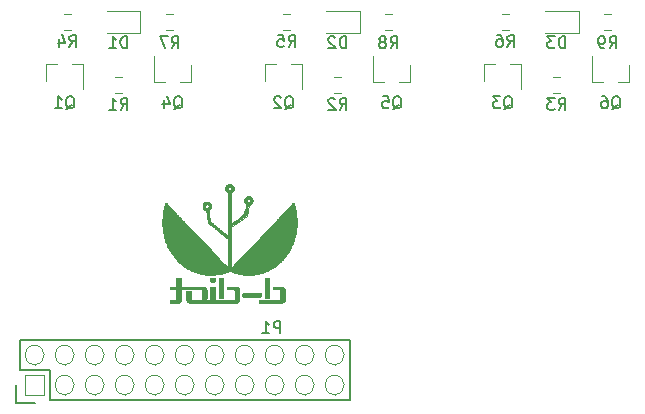
<source format=gbr>
G04 #@! TF.GenerationSoftware,KiCad,Pcbnew,5.1.6-c6e7f7d~86~ubuntu18.04.1*
G04 #@! TF.CreationDate,2020-06-22T19:25:45+02:00*
G04 #@! TF.ProjectId,USB-Exp,5553422d-4578-4702-9e6b-696361645f70,1.0*
G04 #@! TF.SameCoordinates,Original*
G04 #@! TF.FileFunction,Legend,Bot*
G04 #@! TF.FilePolarity,Positive*
%FSLAX46Y46*%
G04 Gerber Fmt 4.6, Leading zero omitted, Abs format (unit mm)*
G04 Created by KiCad (PCBNEW 5.1.6-c6e7f7d~86~ubuntu18.04.1) date 2020-06-22 19:25:45*
%MOMM*%
%LPD*%
G01*
G04 APERTURE LIST*
%ADD10C,0.010000*%
%ADD11C,0.120000*%
%ADD12C,0.150000*%
%ADD13C,0.100000*%
G04 APERTURE END LIST*
D10*
G36*
X68601638Y-73473787D02*
G01*
X68563542Y-73473840D01*
X68521093Y-73473924D01*
X68473988Y-73474032D01*
X68454270Y-73474078D01*
X68408405Y-73474204D01*
X68365039Y-73474360D01*
X68324399Y-73474543D01*
X68286710Y-73474753D01*
X68252198Y-73474986D01*
X68221089Y-73475240D01*
X68193608Y-73475514D01*
X68169980Y-73475805D01*
X68150432Y-73476111D01*
X68135189Y-73476430D01*
X68124476Y-73476759D01*
X68118519Y-73477098D01*
X68117469Y-73477247D01*
X68103439Y-73483241D01*
X68091160Y-73492819D01*
X68085288Y-73499940D01*
X68083581Y-73502579D01*
X68082246Y-73505244D01*
X68081247Y-73508551D01*
X68080543Y-73513116D01*
X68080096Y-73519554D01*
X68079868Y-73528480D01*
X68079818Y-73540510D01*
X68079908Y-73556260D01*
X68080099Y-73576345D01*
X68080148Y-73581160D01*
X68080399Y-73603861D01*
X68080747Y-73622073D01*
X68081356Y-73636383D01*
X68082389Y-73647382D01*
X68084012Y-73655658D01*
X68086389Y-73661801D01*
X68089683Y-73666400D01*
X68094059Y-73670045D01*
X68099681Y-73673324D01*
X68106713Y-73676827D01*
X68106819Y-73676879D01*
X68121194Y-73683912D01*
X68412192Y-73683243D01*
X68458236Y-73683136D01*
X68499477Y-73683045D01*
X68536191Y-73682983D01*
X68568656Y-73682961D01*
X68597147Y-73682992D01*
X68621943Y-73683089D01*
X68643319Y-73683262D01*
X68661553Y-73683525D01*
X68676921Y-73683889D01*
X68689700Y-73684367D01*
X68700166Y-73684970D01*
X68708598Y-73685711D01*
X68715270Y-73686602D01*
X68720461Y-73687655D01*
X68724446Y-73688882D01*
X68727503Y-73690295D01*
X68729909Y-73691907D01*
X68731940Y-73693729D01*
X68733873Y-73695774D01*
X68735372Y-73697405D01*
X68737076Y-73699150D01*
X68738631Y-73700725D01*
X68740043Y-73702356D01*
X68741321Y-73704274D01*
X68742470Y-73706706D01*
X68743497Y-73709882D01*
X68744409Y-73714030D01*
X68745213Y-73719378D01*
X68745915Y-73726156D01*
X68746523Y-73734592D01*
X68747043Y-73744914D01*
X68747482Y-73757352D01*
X68747847Y-73772134D01*
X68748145Y-73789489D01*
X68748382Y-73809645D01*
X68748565Y-73832832D01*
X68748701Y-73859277D01*
X68748797Y-73889209D01*
X68748860Y-73922858D01*
X68748896Y-73960452D01*
X68748912Y-74002219D01*
X68748916Y-74048388D01*
X68748913Y-74099189D01*
X68748910Y-74152760D01*
X68748909Y-74207476D01*
X68748902Y-74257345D01*
X68748887Y-74302597D01*
X68748862Y-74343465D01*
X68748824Y-74380181D01*
X68748772Y-74412975D01*
X68748701Y-74442082D01*
X68748611Y-74467731D01*
X68748499Y-74490155D01*
X68748362Y-74509587D01*
X68748198Y-74526257D01*
X68748004Y-74540398D01*
X68747777Y-74552241D01*
X68747517Y-74562019D01*
X68747219Y-74569963D01*
X68746882Y-74576305D01*
X68746503Y-74581278D01*
X68746080Y-74585112D01*
X68745610Y-74588041D01*
X68745091Y-74590295D01*
X68744520Y-74592106D01*
X68744283Y-74592742D01*
X68737182Y-74605474D01*
X68727005Y-74614302D01*
X68713302Y-74619607D01*
X68712030Y-74619893D01*
X68708896Y-74620180D01*
X68702199Y-74620450D01*
X68691858Y-74620703D01*
X68677794Y-74620939D01*
X68659926Y-74621158D01*
X68638174Y-74621362D01*
X68612457Y-74621549D01*
X68582696Y-74621721D01*
X68548811Y-74621877D01*
X68510720Y-74622018D01*
X68468344Y-74622145D01*
X68421602Y-74622257D01*
X68370415Y-74622354D01*
X68314702Y-74622438D01*
X68254383Y-74622508D01*
X68189377Y-74622564D01*
X68119605Y-74622607D01*
X68044986Y-74622637D01*
X67965440Y-74622654D01*
X67888995Y-74622660D01*
X67078860Y-74622660D01*
X67078805Y-74072115D01*
X67078797Y-74009763D01*
X67078786Y-73952289D01*
X67078771Y-73899490D01*
X67078749Y-73851163D01*
X67078719Y-73807106D01*
X67078679Y-73767116D01*
X67078627Y-73730991D01*
X67078562Y-73698529D01*
X67078482Y-73669526D01*
X67078385Y-73643780D01*
X67078270Y-73621088D01*
X67078135Y-73601249D01*
X67077978Y-73584059D01*
X67077797Y-73569317D01*
X67077592Y-73556818D01*
X67077359Y-73546362D01*
X67077098Y-73537745D01*
X67076807Y-73530764D01*
X67076484Y-73525218D01*
X67076127Y-73520904D01*
X67075734Y-73517619D01*
X67075305Y-73515160D01*
X67074837Y-73513326D01*
X67074328Y-73511913D01*
X67074108Y-73511410D01*
X67067774Y-73501369D01*
X67058630Y-73491513D01*
X67048208Y-73483216D01*
X67038042Y-73477853D01*
X67035976Y-73477199D01*
X67031064Y-73476519D01*
X67021782Y-73475964D01*
X67008023Y-73475535D01*
X66989682Y-73475228D01*
X66966652Y-73475043D01*
X66938826Y-73474978D01*
X66906099Y-73475032D01*
X66881441Y-73475134D01*
X66737230Y-73475850D01*
X66725247Y-73482894D01*
X66716600Y-73489342D01*
X66708224Y-73497733D01*
X66704927Y-73501944D01*
X66696590Y-73513950D01*
X66695938Y-74064186D01*
X66695286Y-74614423D01*
X66473688Y-74616167D01*
X66449650Y-74616331D01*
X66420881Y-74616483D01*
X66387732Y-74616624D01*
X66350551Y-74616752D01*
X66309687Y-74616867D01*
X66265492Y-74616970D01*
X66218313Y-74617058D01*
X66168500Y-74617133D01*
X66116404Y-74617193D01*
X66062373Y-74617238D01*
X66006757Y-74617269D01*
X65949906Y-74617283D01*
X65892168Y-74617282D01*
X65833894Y-74617264D01*
X65775433Y-74617229D01*
X65717134Y-74617177D01*
X65661540Y-74617110D01*
X65070990Y-74616310D01*
X65059982Y-74610434D01*
X65051320Y-74604391D01*
X65045357Y-74596201D01*
X65043637Y-74592654D01*
X65042508Y-74589796D01*
X65041479Y-74586330D01*
X65040542Y-74582011D01*
X65039691Y-74576596D01*
X65038921Y-74569842D01*
X65038225Y-74561505D01*
X65037596Y-74551343D01*
X65037029Y-74539111D01*
X65036517Y-74524566D01*
X65036054Y-74507466D01*
X65035633Y-74487566D01*
X65035248Y-74464623D01*
X65034893Y-74438395D01*
X65034562Y-74408637D01*
X65034248Y-74375106D01*
X65033945Y-74337559D01*
X65033647Y-74295752D01*
X65033347Y-74249443D01*
X65033039Y-74198387D01*
X65032922Y-74178160D01*
X65032658Y-74131512D01*
X65032424Y-74089671D01*
X65032204Y-74052367D01*
X65031983Y-74019326D01*
X65031745Y-73990277D01*
X65031475Y-73964948D01*
X65031157Y-73943066D01*
X65030775Y-73924359D01*
X65030315Y-73908556D01*
X65029760Y-73895384D01*
X65029096Y-73884572D01*
X65028307Y-73875847D01*
X65027377Y-73868937D01*
X65026291Y-73863570D01*
X65025034Y-73859475D01*
X65023589Y-73856378D01*
X65021942Y-73854009D01*
X65020077Y-73852095D01*
X65017978Y-73850363D01*
X65015631Y-73848543D01*
X65014107Y-73847303D01*
X65010373Y-73844280D01*
X65006639Y-73841706D01*
X65002482Y-73839545D01*
X64997481Y-73837762D01*
X64991213Y-73836319D01*
X64983257Y-73835181D01*
X64973190Y-73834312D01*
X64960591Y-73833675D01*
X64945037Y-73833235D01*
X64926106Y-73832956D01*
X64903377Y-73832801D01*
X64876426Y-73832734D01*
X64844833Y-73832720D01*
X64843603Y-73832720D01*
X64812126Y-73832730D01*
X64785301Y-73832787D01*
X64762700Y-73832923D01*
X64743894Y-73833176D01*
X64728457Y-73833579D01*
X64715959Y-73834168D01*
X64705973Y-73834978D01*
X64698071Y-73836044D01*
X64691824Y-73837403D01*
X64686805Y-73839087D01*
X64682586Y-73841134D01*
X64678738Y-73843578D01*
X64674834Y-73846454D01*
X64674633Y-73846607D01*
X64671972Y-73848506D01*
X64669592Y-73850105D01*
X64667476Y-73851683D01*
X64665608Y-73853516D01*
X64663973Y-73855884D01*
X64662554Y-73859063D01*
X64661334Y-73863331D01*
X64660298Y-73868967D01*
X64659429Y-73876247D01*
X64658711Y-73885450D01*
X64658127Y-73896852D01*
X64657663Y-73910733D01*
X64657300Y-73927370D01*
X64657024Y-73947040D01*
X64656817Y-73970021D01*
X64656664Y-73996591D01*
X64656548Y-74027027D01*
X64656454Y-74061608D01*
X64656364Y-74100611D01*
X64656263Y-74144314D01*
X64656220Y-74161650D01*
X64656099Y-74215322D01*
X64656032Y-74264192D01*
X64656029Y-74308538D01*
X64656100Y-74348638D01*
X64656255Y-74384768D01*
X64656505Y-74417208D01*
X64656860Y-74446235D01*
X64657331Y-74472127D01*
X64657927Y-74495160D01*
X64658659Y-74515614D01*
X64659538Y-74533767D01*
X64660573Y-74549894D01*
X64661774Y-74564276D01*
X64663153Y-74577189D01*
X64664718Y-74588910D01*
X64666482Y-74599719D01*
X64668453Y-74609893D01*
X64670643Y-74619708D01*
X64673060Y-74629445D01*
X64673610Y-74631550D01*
X64684722Y-74665480D01*
X64699355Y-74695956D01*
X64717602Y-74723063D01*
X64739559Y-74746884D01*
X64765319Y-74767503D01*
X64794978Y-74785003D01*
X64828629Y-74799470D01*
X64866368Y-74810985D01*
X64879322Y-74814060D01*
X64904627Y-74819144D01*
X64930801Y-74823255D01*
X64958932Y-74826522D01*
X64990110Y-74829076D01*
X65019632Y-74830774D01*
X65026694Y-74830992D01*
X65038684Y-74831204D01*
X65055449Y-74831410D01*
X65076838Y-74831610D01*
X65102697Y-74831803D01*
X65132874Y-74831990D01*
X65167218Y-74832171D01*
X65205575Y-74832345D01*
X65247793Y-74832512D01*
X65293721Y-74832673D01*
X65343205Y-74832826D01*
X65396093Y-74832972D01*
X65452234Y-74833111D01*
X65511474Y-74833243D01*
X65573662Y-74833367D01*
X65638644Y-74833483D01*
X65706269Y-74833591D01*
X65776385Y-74833692D01*
X65848839Y-74833784D01*
X65923478Y-74833868D01*
X66000151Y-74833944D01*
X66078705Y-74834012D01*
X66158987Y-74834071D01*
X66240846Y-74834121D01*
X66324129Y-74834162D01*
X66408683Y-74834194D01*
X66494357Y-74834218D01*
X66580998Y-74834232D01*
X66668454Y-74834236D01*
X66756572Y-74834232D01*
X66845201Y-74834217D01*
X66934186Y-74834193D01*
X67023378Y-74834159D01*
X67112622Y-74834115D01*
X67201767Y-74834061D01*
X67290661Y-74833996D01*
X67379150Y-74833921D01*
X67467083Y-74833836D01*
X67554308Y-74833740D01*
X67640672Y-74833633D01*
X67726022Y-74833516D01*
X67810207Y-74833387D01*
X67893074Y-74833247D01*
X67908170Y-74833220D01*
X67974881Y-74833095D01*
X68040333Y-74832963D01*
X68104341Y-74832824D01*
X68166720Y-74832680D01*
X68227285Y-74832530D01*
X68285849Y-74832376D01*
X68342228Y-74832218D01*
X68396237Y-74832058D01*
X68447689Y-74831895D01*
X68496401Y-74831730D01*
X68542185Y-74831564D01*
X68584857Y-74831398D01*
X68624232Y-74831232D01*
X68660124Y-74831068D01*
X68692348Y-74830905D01*
X68720718Y-74830744D01*
X68745049Y-74830587D01*
X68765156Y-74830433D01*
X68780853Y-74830284D01*
X68791955Y-74830141D01*
X68798276Y-74830003D01*
X68799710Y-74829921D01*
X68806141Y-74828968D01*
X68816260Y-74827619D01*
X68828710Y-74826049D01*
X68842132Y-74824433D01*
X68842890Y-74824344D01*
X68887629Y-74817601D01*
X68928063Y-74808285D01*
X68964334Y-74796283D01*
X68996582Y-74781481D01*
X69024948Y-74763766D01*
X69049573Y-74743023D01*
X69070599Y-74719139D01*
X69088165Y-74692001D01*
X69102413Y-74661494D01*
X69113484Y-74627504D01*
X69119517Y-74601070D01*
X69120722Y-74594599D01*
X69121817Y-74588105D01*
X69122806Y-74581325D01*
X69123695Y-74573997D01*
X69124490Y-74565861D01*
X69125195Y-74556654D01*
X69125816Y-74546116D01*
X69126358Y-74533984D01*
X69126826Y-74519998D01*
X69127226Y-74503896D01*
X69127563Y-74485415D01*
X69127843Y-74464296D01*
X69128070Y-74440276D01*
X69128250Y-74413093D01*
X69128388Y-74382487D01*
X69128490Y-74348196D01*
X69128560Y-74309958D01*
X69128605Y-74267513D01*
X69128629Y-74220597D01*
X69128637Y-74168951D01*
X69128637Y-74150585D01*
X69128631Y-74098245D01*
X69128612Y-74050729D01*
X69128578Y-74007782D01*
X69128526Y-73969149D01*
X69128454Y-73934573D01*
X69128359Y-73903799D01*
X69128239Y-73876572D01*
X69128092Y-73852636D01*
X69127914Y-73831736D01*
X69127704Y-73813615D01*
X69127459Y-73798019D01*
X69127177Y-73784692D01*
X69126855Y-73773378D01*
X69126491Y-73763822D01*
X69126082Y-73755767D01*
X69125626Y-73748960D01*
X69125120Y-73743143D01*
X69124696Y-73739183D01*
X69118853Y-73700978D01*
X69110606Y-73666887D01*
X69099773Y-73636456D01*
X69086171Y-73609229D01*
X69069619Y-73584753D01*
X69056621Y-73569487D01*
X69033238Y-73547819D01*
X69006063Y-73529109D01*
X68974989Y-73513308D01*
X68939904Y-73500364D01*
X68900701Y-73490226D01*
X68878513Y-73486023D01*
X68867807Y-73484228D01*
X68857926Y-73482610D01*
X68848566Y-73481161D01*
X68839422Y-73479872D01*
X68830189Y-73478735D01*
X68820563Y-73477740D01*
X68810239Y-73476880D01*
X68798914Y-73476146D01*
X68786281Y-73475529D01*
X68772038Y-73475021D01*
X68755879Y-73474613D01*
X68737499Y-73474297D01*
X68716595Y-73474063D01*
X68692861Y-73473904D01*
X68665993Y-73473811D01*
X68635687Y-73473775D01*
X68601638Y-73473787D01*
G37*
X68601638Y-73473787D02*
X68563542Y-73473840D01*
X68521093Y-73473924D01*
X68473988Y-73474032D01*
X68454270Y-73474078D01*
X68408405Y-73474204D01*
X68365039Y-73474360D01*
X68324399Y-73474543D01*
X68286710Y-73474753D01*
X68252198Y-73474986D01*
X68221089Y-73475240D01*
X68193608Y-73475514D01*
X68169980Y-73475805D01*
X68150432Y-73476111D01*
X68135189Y-73476430D01*
X68124476Y-73476759D01*
X68118519Y-73477098D01*
X68117469Y-73477247D01*
X68103439Y-73483241D01*
X68091160Y-73492819D01*
X68085288Y-73499940D01*
X68083581Y-73502579D01*
X68082246Y-73505244D01*
X68081247Y-73508551D01*
X68080543Y-73513116D01*
X68080096Y-73519554D01*
X68079868Y-73528480D01*
X68079818Y-73540510D01*
X68079908Y-73556260D01*
X68080099Y-73576345D01*
X68080148Y-73581160D01*
X68080399Y-73603861D01*
X68080747Y-73622073D01*
X68081356Y-73636383D01*
X68082389Y-73647382D01*
X68084012Y-73655658D01*
X68086389Y-73661801D01*
X68089683Y-73666400D01*
X68094059Y-73670045D01*
X68099681Y-73673324D01*
X68106713Y-73676827D01*
X68106819Y-73676879D01*
X68121194Y-73683912D01*
X68412192Y-73683243D01*
X68458236Y-73683136D01*
X68499477Y-73683045D01*
X68536191Y-73682983D01*
X68568656Y-73682961D01*
X68597147Y-73682992D01*
X68621943Y-73683089D01*
X68643319Y-73683262D01*
X68661553Y-73683525D01*
X68676921Y-73683889D01*
X68689700Y-73684367D01*
X68700166Y-73684970D01*
X68708598Y-73685711D01*
X68715270Y-73686602D01*
X68720461Y-73687655D01*
X68724446Y-73688882D01*
X68727503Y-73690295D01*
X68729909Y-73691907D01*
X68731940Y-73693729D01*
X68733873Y-73695774D01*
X68735372Y-73697405D01*
X68737076Y-73699150D01*
X68738631Y-73700725D01*
X68740043Y-73702356D01*
X68741321Y-73704274D01*
X68742470Y-73706706D01*
X68743497Y-73709882D01*
X68744409Y-73714030D01*
X68745213Y-73719378D01*
X68745915Y-73726156D01*
X68746523Y-73734592D01*
X68747043Y-73744914D01*
X68747482Y-73757352D01*
X68747847Y-73772134D01*
X68748145Y-73789489D01*
X68748382Y-73809645D01*
X68748565Y-73832832D01*
X68748701Y-73859277D01*
X68748797Y-73889209D01*
X68748860Y-73922858D01*
X68748896Y-73960452D01*
X68748912Y-74002219D01*
X68748916Y-74048388D01*
X68748913Y-74099189D01*
X68748910Y-74152760D01*
X68748909Y-74207476D01*
X68748902Y-74257345D01*
X68748887Y-74302597D01*
X68748862Y-74343465D01*
X68748824Y-74380181D01*
X68748772Y-74412975D01*
X68748701Y-74442082D01*
X68748611Y-74467731D01*
X68748499Y-74490155D01*
X68748362Y-74509587D01*
X68748198Y-74526257D01*
X68748004Y-74540398D01*
X68747777Y-74552241D01*
X68747517Y-74562019D01*
X68747219Y-74569963D01*
X68746882Y-74576305D01*
X68746503Y-74581278D01*
X68746080Y-74585112D01*
X68745610Y-74588041D01*
X68745091Y-74590295D01*
X68744520Y-74592106D01*
X68744283Y-74592742D01*
X68737182Y-74605474D01*
X68727005Y-74614302D01*
X68713302Y-74619607D01*
X68712030Y-74619893D01*
X68708896Y-74620180D01*
X68702199Y-74620450D01*
X68691858Y-74620703D01*
X68677794Y-74620939D01*
X68659926Y-74621158D01*
X68638174Y-74621362D01*
X68612457Y-74621549D01*
X68582696Y-74621721D01*
X68548811Y-74621877D01*
X68510720Y-74622018D01*
X68468344Y-74622145D01*
X68421602Y-74622257D01*
X68370415Y-74622354D01*
X68314702Y-74622438D01*
X68254383Y-74622508D01*
X68189377Y-74622564D01*
X68119605Y-74622607D01*
X68044986Y-74622637D01*
X67965440Y-74622654D01*
X67888995Y-74622660D01*
X67078860Y-74622660D01*
X67078805Y-74072115D01*
X67078797Y-74009763D01*
X67078786Y-73952289D01*
X67078771Y-73899490D01*
X67078749Y-73851163D01*
X67078719Y-73807106D01*
X67078679Y-73767116D01*
X67078627Y-73730991D01*
X67078562Y-73698529D01*
X67078482Y-73669526D01*
X67078385Y-73643780D01*
X67078270Y-73621088D01*
X67078135Y-73601249D01*
X67077978Y-73584059D01*
X67077797Y-73569317D01*
X67077592Y-73556818D01*
X67077359Y-73546362D01*
X67077098Y-73537745D01*
X67076807Y-73530764D01*
X67076484Y-73525218D01*
X67076127Y-73520904D01*
X67075734Y-73517619D01*
X67075305Y-73515160D01*
X67074837Y-73513326D01*
X67074328Y-73511913D01*
X67074108Y-73511410D01*
X67067774Y-73501369D01*
X67058630Y-73491513D01*
X67048208Y-73483216D01*
X67038042Y-73477853D01*
X67035976Y-73477199D01*
X67031064Y-73476519D01*
X67021782Y-73475964D01*
X67008023Y-73475535D01*
X66989682Y-73475228D01*
X66966652Y-73475043D01*
X66938826Y-73474978D01*
X66906099Y-73475032D01*
X66881441Y-73475134D01*
X66737230Y-73475850D01*
X66725247Y-73482894D01*
X66716600Y-73489342D01*
X66708224Y-73497733D01*
X66704927Y-73501944D01*
X66696590Y-73513950D01*
X66695938Y-74064186D01*
X66695286Y-74614423D01*
X66473688Y-74616167D01*
X66449650Y-74616331D01*
X66420881Y-74616483D01*
X66387732Y-74616624D01*
X66350551Y-74616752D01*
X66309687Y-74616867D01*
X66265492Y-74616970D01*
X66218313Y-74617058D01*
X66168500Y-74617133D01*
X66116404Y-74617193D01*
X66062373Y-74617238D01*
X66006757Y-74617269D01*
X65949906Y-74617283D01*
X65892168Y-74617282D01*
X65833894Y-74617264D01*
X65775433Y-74617229D01*
X65717134Y-74617177D01*
X65661540Y-74617110D01*
X65070990Y-74616310D01*
X65059982Y-74610434D01*
X65051320Y-74604391D01*
X65045357Y-74596201D01*
X65043637Y-74592654D01*
X65042508Y-74589796D01*
X65041479Y-74586330D01*
X65040542Y-74582011D01*
X65039691Y-74576596D01*
X65038921Y-74569842D01*
X65038225Y-74561505D01*
X65037596Y-74551343D01*
X65037029Y-74539111D01*
X65036517Y-74524566D01*
X65036054Y-74507466D01*
X65035633Y-74487566D01*
X65035248Y-74464623D01*
X65034893Y-74438395D01*
X65034562Y-74408637D01*
X65034248Y-74375106D01*
X65033945Y-74337559D01*
X65033647Y-74295752D01*
X65033347Y-74249443D01*
X65033039Y-74198387D01*
X65032922Y-74178160D01*
X65032658Y-74131512D01*
X65032424Y-74089671D01*
X65032204Y-74052367D01*
X65031983Y-74019326D01*
X65031745Y-73990277D01*
X65031475Y-73964948D01*
X65031157Y-73943066D01*
X65030775Y-73924359D01*
X65030315Y-73908556D01*
X65029760Y-73895384D01*
X65029096Y-73884572D01*
X65028307Y-73875847D01*
X65027377Y-73868937D01*
X65026291Y-73863570D01*
X65025034Y-73859475D01*
X65023589Y-73856378D01*
X65021942Y-73854009D01*
X65020077Y-73852095D01*
X65017978Y-73850363D01*
X65015631Y-73848543D01*
X65014107Y-73847303D01*
X65010373Y-73844280D01*
X65006639Y-73841706D01*
X65002482Y-73839545D01*
X64997481Y-73837762D01*
X64991213Y-73836319D01*
X64983257Y-73835181D01*
X64973190Y-73834312D01*
X64960591Y-73833675D01*
X64945037Y-73833235D01*
X64926106Y-73832956D01*
X64903377Y-73832801D01*
X64876426Y-73832734D01*
X64844833Y-73832720D01*
X64843603Y-73832720D01*
X64812126Y-73832730D01*
X64785301Y-73832787D01*
X64762700Y-73832923D01*
X64743894Y-73833176D01*
X64728457Y-73833579D01*
X64715959Y-73834168D01*
X64705973Y-73834978D01*
X64698071Y-73836044D01*
X64691824Y-73837403D01*
X64686805Y-73839087D01*
X64682586Y-73841134D01*
X64678738Y-73843578D01*
X64674834Y-73846454D01*
X64674633Y-73846607D01*
X64671972Y-73848506D01*
X64669592Y-73850105D01*
X64667476Y-73851683D01*
X64665608Y-73853516D01*
X64663973Y-73855884D01*
X64662554Y-73859063D01*
X64661334Y-73863331D01*
X64660298Y-73868967D01*
X64659429Y-73876247D01*
X64658711Y-73885450D01*
X64658127Y-73896852D01*
X64657663Y-73910733D01*
X64657300Y-73927370D01*
X64657024Y-73947040D01*
X64656817Y-73970021D01*
X64656664Y-73996591D01*
X64656548Y-74027027D01*
X64656454Y-74061608D01*
X64656364Y-74100611D01*
X64656263Y-74144314D01*
X64656220Y-74161650D01*
X64656099Y-74215322D01*
X64656032Y-74264192D01*
X64656029Y-74308538D01*
X64656100Y-74348638D01*
X64656255Y-74384768D01*
X64656505Y-74417208D01*
X64656860Y-74446235D01*
X64657331Y-74472127D01*
X64657927Y-74495160D01*
X64658659Y-74515614D01*
X64659538Y-74533767D01*
X64660573Y-74549894D01*
X64661774Y-74564276D01*
X64663153Y-74577189D01*
X64664718Y-74588910D01*
X64666482Y-74599719D01*
X64668453Y-74609893D01*
X64670643Y-74619708D01*
X64673060Y-74629445D01*
X64673610Y-74631550D01*
X64684722Y-74665480D01*
X64699355Y-74695956D01*
X64717602Y-74723063D01*
X64739559Y-74746884D01*
X64765319Y-74767503D01*
X64794978Y-74785003D01*
X64828629Y-74799470D01*
X64866368Y-74810985D01*
X64879322Y-74814060D01*
X64904627Y-74819144D01*
X64930801Y-74823255D01*
X64958932Y-74826522D01*
X64990110Y-74829076D01*
X65019632Y-74830774D01*
X65026694Y-74830992D01*
X65038684Y-74831204D01*
X65055449Y-74831410D01*
X65076838Y-74831610D01*
X65102697Y-74831803D01*
X65132874Y-74831990D01*
X65167218Y-74832171D01*
X65205575Y-74832345D01*
X65247793Y-74832512D01*
X65293721Y-74832673D01*
X65343205Y-74832826D01*
X65396093Y-74832972D01*
X65452234Y-74833111D01*
X65511474Y-74833243D01*
X65573662Y-74833367D01*
X65638644Y-74833483D01*
X65706269Y-74833591D01*
X65776385Y-74833692D01*
X65848839Y-74833784D01*
X65923478Y-74833868D01*
X66000151Y-74833944D01*
X66078705Y-74834012D01*
X66158987Y-74834071D01*
X66240846Y-74834121D01*
X66324129Y-74834162D01*
X66408683Y-74834194D01*
X66494357Y-74834218D01*
X66580998Y-74834232D01*
X66668454Y-74834236D01*
X66756572Y-74834232D01*
X66845201Y-74834217D01*
X66934186Y-74834193D01*
X67023378Y-74834159D01*
X67112622Y-74834115D01*
X67201767Y-74834061D01*
X67290661Y-74833996D01*
X67379150Y-74833921D01*
X67467083Y-74833836D01*
X67554308Y-74833740D01*
X67640672Y-74833633D01*
X67726022Y-74833516D01*
X67810207Y-74833387D01*
X67893074Y-74833247D01*
X67908170Y-74833220D01*
X67974881Y-74833095D01*
X68040333Y-74832963D01*
X68104341Y-74832824D01*
X68166720Y-74832680D01*
X68227285Y-74832530D01*
X68285849Y-74832376D01*
X68342228Y-74832218D01*
X68396237Y-74832058D01*
X68447689Y-74831895D01*
X68496401Y-74831730D01*
X68542185Y-74831564D01*
X68584857Y-74831398D01*
X68624232Y-74831232D01*
X68660124Y-74831068D01*
X68692348Y-74830905D01*
X68720718Y-74830744D01*
X68745049Y-74830587D01*
X68765156Y-74830433D01*
X68780853Y-74830284D01*
X68791955Y-74830141D01*
X68798276Y-74830003D01*
X68799710Y-74829921D01*
X68806141Y-74828968D01*
X68816260Y-74827619D01*
X68828710Y-74826049D01*
X68842132Y-74824433D01*
X68842890Y-74824344D01*
X68887629Y-74817601D01*
X68928063Y-74808285D01*
X68964334Y-74796283D01*
X68996582Y-74781481D01*
X69024948Y-74763766D01*
X69049573Y-74743023D01*
X69070599Y-74719139D01*
X69088165Y-74692001D01*
X69102413Y-74661494D01*
X69113484Y-74627504D01*
X69119517Y-74601070D01*
X69120722Y-74594599D01*
X69121817Y-74588105D01*
X69122806Y-74581325D01*
X69123695Y-74573997D01*
X69124490Y-74565861D01*
X69125195Y-74556654D01*
X69125816Y-74546116D01*
X69126358Y-74533984D01*
X69126826Y-74519998D01*
X69127226Y-74503896D01*
X69127563Y-74485415D01*
X69127843Y-74464296D01*
X69128070Y-74440276D01*
X69128250Y-74413093D01*
X69128388Y-74382487D01*
X69128490Y-74348196D01*
X69128560Y-74309958D01*
X69128605Y-74267513D01*
X69128629Y-74220597D01*
X69128637Y-74168951D01*
X69128637Y-74150585D01*
X69128631Y-74098245D01*
X69128612Y-74050729D01*
X69128578Y-74007782D01*
X69128526Y-73969149D01*
X69128454Y-73934573D01*
X69128359Y-73903799D01*
X69128239Y-73876572D01*
X69128092Y-73852636D01*
X69127914Y-73831736D01*
X69127704Y-73813615D01*
X69127459Y-73798019D01*
X69127177Y-73784692D01*
X69126855Y-73773378D01*
X69126491Y-73763822D01*
X69126082Y-73755767D01*
X69125626Y-73748960D01*
X69125120Y-73743143D01*
X69124696Y-73739183D01*
X69118853Y-73700978D01*
X69110606Y-73666887D01*
X69099773Y-73636456D01*
X69086171Y-73609229D01*
X69069619Y-73584753D01*
X69056621Y-73569487D01*
X69033238Y-73547819D01*
X69006063Y-73529109D01*
X68974989Y-73513308D01*
X68939904Y-73500364D01*
X68900701Y-73490226D01*
X68878513Y-73486023D01*
X68867807Y-73484228D01*
X68857926Y-73482610D01*
X68848566Y-73481161D01*
X68839422Y-73479872D01*
X68830189Y-73478735D01*
X68820563Y-73477740D01*
X68810239Y-73476880D01*
X68798914Y-73476146D01*
X68786281Y-73475529D01*
X68772038Y-73475021D01*
X68755879Y-73474613D01*
X68737499Y-73474297D01*
X68716595Y-73474063D01*
X68692861Y-73473904D01*
X68665993Y-73473811D01*
X68635687Y-73473775D01*
X68601638Y-73473787D01*
G36*
X72500301Y-73472488D02*
G01*
X72465209Y-73472571D01*
X72425887Y-73472736D01*
X72382106Y-73472981D01*
X72333641Y-73473305D01*
X72294750Y-73473596D01*
X72000110Y-73475881D01*
X71989635Y-73481469D01*
X71978746Y-73489006D01*
X71969882Y-73498414D01*
X71964383Y-73508226D01*
X71963915Y-73509700D01*
X71963399Y-73514024D01*
X71962936Y-73522667D01*
X71962546Y-73534870D01*
X71962249Y-73549872D01*
X71962064Y-73566915D01*
X71962010Y-73582719D01*
X71962010Y-73648948D01*
X71969007Y-73659517D01*
X71978781Y-73670080D01*
X71989327Y-73676924D01*
X72002650Y-73683762D01*
X72294750Y-73683171D01*
X72340981Y-73683075D01*
X72382407Y-73682994D01*
X72419303Y-73682940D01*
X72451943Y-73682926D01*
X72480603Y-73682965D01*
X72505557Y-73683069D01*
X72527080Y-73683250D01*
X72545447Y-73683522D01*
X72560934Y-73683896D01*
X72573814Y-73684387D01*
X72584363Y-73685005D01*
X72592856Y-73685764D01*
X72599567Y-73686677D01*
X72604772Y-73687756D01*
X72608745Y-73689013D01*
X72611761Y-73690462D01*
X72614095Y-73692114D01*
X72616021Y-73693983D01*
X72617816Y-73696081D01*
X72619462Y-73698077D01*
X72621114Y-73699963D01*
X72622622Y-73701669D01*
X72623992Y-73703424D01*
X72625231Y-73705458D01*
X72626344Y-73708001D01*
X72627339Y-73711283D01*
X72628223Y-73715532D01*
X72629001Y-73720980D01*
X72629681Y-73727854D01*
X72630269Y-73736387D01*
X72630772Y-73746805D01*
X72631196Y-73759341D01*
X72631549Y-73774223D01*
X72631836Y-73791680D01*
X72632064Y-73811944D01*
X72632240Y-73835242D01*
X72632371Y-73861806D01*
X72632463Y-73891864D01*
X72632523Y-73925647D01*
X72632557Y-73963384D01*
X72632572Y-74005305D01*
X72632575Y-74051639D01*
X72632572Y-74102617D01*
X72632570Y-74152760D01*
X72632569Y-74207476D01*
X72632562Y-74257345D01*
X72632547Y-74302597D01*
X72632522Y-74343465D01*
X72632484Y-74380181D01*
X72632432Y-74412975D01*
X72632361Y-74442082D01*
X72632271Y-74467731D01*
X72632159Y-74490155D01*
X72632022Y-74509587D01*
X72631858Y-74526257D01*
X72631664Y-74540398D01*
X72631437Y-74552241D01*
X72631177Y-74562019D01*
X72630879Y-74569963D01*
X72630542Y-74576305D01*
X72630163Y-74581278D01*
X72629740Y-74585112D01*
X72629270Y-74588041D01*
X72628751Y-74590295D01*
X72628180Y-74592106D01*
X72627943Y-74592742D01*
X72620842Y-74605474D01*
X72610665Y-74614302D01*
X72596962Y-74619607D01*
X72595690Y-74619893D01*
X72592601Y-74620172D01*
X72585966Y-74620436D01*
X72575704Y-74620683D01*
X72561738Y-74620914D01*
X72543989Y-74621130D01*
X72522378Y-74621330D01*
X72496827Y-74621515D01*
X72467256Y-74621686D01*
X72433588Y-74621842D01*
X72395743Y-74621984D01*
X72353643Y-74622111D01*
X72307209Y-74622225D01*
X72256363Y-74622326D01*
X72201026Y-74622413D01*
X72141119Y-74622487D01*
X72076563Y-74622549D01*
X72007281Y-74622598D01*
X71933193Y-74622634D01*
X71854220Y-74622659D01*
X71770285Y-74622672D01*
X71727570Y-74622674D01*
X71641820Y-74622683D01*
X71560260Y-74622706D01*
X71482942Y-74622744D01*
X71409915Y-74622797D01*
X71341229Y-74622864D01*
X71276934Y-74622945D01*
X71217079Y-74623040D01*
X71161714Y-74623149D01*
X71110890Y-74623272D01*
X71064654Y-74623408D01*
X71023059Y-74623557D01*
X70986153Y-74623720D01*
X70953986Y-74623897D01*
X70926607Y-74624086D01*
X70904068Y-74624288D01*
X70886417Y-74624502D01*
X70873704Y-74624729D01*
X70865979Y-74624969D01*
X70863373Y-74625182D01*
X70850225Y-74630483D01*
X70838343Y-74638279D01*
X70829157Y-74647495D01*
X70825278Y-74653806D01*
X70823749Y-74657594D01*
X70822573Y-74661842D01*
X70821703Y-74667243D01*
X70821092Y-74674488D01*
X70820696Y-74684270D01*
X70820468Y-74697282D01*
X70820362Y-74714215D01*
X70820336Y-74728166D01*
X70820338Y-74747866D01*
X70820418Y-74763183D01*
X70820629Y-74774814D01*
X70821023Y-74783455D01*
X70821652Y-74789805D01*
X70822570Y-74794559D01*
X70823830Y-74798415D01*
X70825483Y-74802069D01*
X70825995Y-74803096D01*
X70833269Y-74812910D01*
X70843992Y-74821751D01*
X70856537Y-74828504D01*
X70867859Y-74831842D01*
X70871284Y-74831989D01*
X70879565Y-74832127D01*
X70892480Y-74832255D01*
X70909803Y-74832374D01*
X70931312Y-74832484D01*
X70956784Y-74832584D01*
X70985994Y-74832675D01*
X71018720Y-74832758D01*
X71054737Y-74832831D01*
X71093822Y-74832896D01*
X71135752Y-74832953D01*
X71180302Y-74833001D01*
X71227250Y-74833041D01*
X71276372Y-74833073D01*
X71327445Y-74833097D01*
X71380244Y-74833113D01*
X71434547Y-74833121D01*
X71490129Y-74833122D01*
X71546767Y-74833115D01*
X71604238Y-74833101D01*
X71662318Y-74833080D01*
X71720784Y-74833052D01*
X71779412Y-74833018D01*
X71837978Y-74832976D01*
X71896259Y-74832928D01*
X71954031Y-74832873D01*
X72011072Y-74832812D01*
X72067156Y-74832744D01*
X72122061Y-74832671D01*
X72175564Y-74832592D01*
X72227440Y-74832506D01*
X72277466Y-74832416D01*
X72325419Y-74832319D01*
X72371074Y-74832217D01*
X72414210Y-74832110D01*
X72454601Y-74831998D01*
X72492024Y-74831881D01*
X72526256Y-74831759D01*
X72557074Y-74831632D01*
X72584253Y-74831500D01*
X72607571Y-74831365D01*
X72626803Y-74831224D01*
X72641726Y-74831080D01*
X72652117Y-74830931D01*
X72657752Y-74830779D01*
X72657970Y-74830768D01*
X72707461Y-74826913D01*
X72752468Y-74820982D01*
X72793178Y-74812898D01*
X72829778Y-74802588D01*
X72862453Y-74789976D01*
X72891389Y-74774986D01*
X72916773Y-74757543D01*
X72938791Y-74737572D01*
X72957628Y-74714998D01*
X72962756Y-74707603D01*
X72975834Y-74685031D01*
X72986875Y-74659601D01*
X72996088Y-74630716D01*
X73003681Y-74597776D01*
X73006466Y-74582415D01*
X73007068Y-74578611D01*
X73007615Y-74574508D01*
X73008109Y-74569859D01*
X73008553Y-74564414D01*
X73008951Y-74557926D01*
X73009303Y-74550147D01*
X73009614Y-74540829D01*
X73009885Y-74529724D01*
X73010120Y-74516584D01*
X73010320Y-74501161D01*
X73010490Y-74483207D01*
X73010630Y-74462474D01*
X73010744Y-74438713D01*
X73010835Y-74411678D01*
X73010904Y-74381120D01*
X73010956Y-74346791D01*
X73010991Y-74308443D01*
X73011014Y-74265827D01*
X73011026Y-74218697D01*
X73011030Y-74166804D01*
X73011030Y-73747630D01*
X73005104Y-73714826D01*
X72997226Y-73678741D01*
X72987302Y-73646904D01*
X72975094Y-73618821D01*
X72960368Y-73593994D01*
X72942886Y-73571927D01*
X72931737Y-73560524D01*
X72911205Y-73543153D01*
X72888241Y-73527932D01*
X72862527Y-73514767D01*
X72833746Y-73503561D01*
X72801583Y-73494218D01*
X72765721Y-73486642D01*
X72725842Y-73480738D01*
X72681629Y-73476410D01*
X72646540Y-73474195D01*
X72634711Y-73473703D01*
X72620238Y-73473294D01*
X72602897Y-73472968D01*
X72582460Y-73472725D01*
X72558699Y-73472564D01*
X72531389Y-73472485D01*
X72500301Y-73472488D01*
G37*
X72500301Y-73472488D02*
X72465209Y-73472571D01*
X72425887Y-73472736D01*
X72382106Y-73472981D01*
X72333641Y-73473305D01*
X72294750Y-73473596D01*
X72000110Y-73475881D01*
X71989635Y-73481469D01*
X71978746Y-73489006D01*
X71969882Y-73498414D01*
X71964383Y-73508226D01*
X71963915Y-73509700D01*
X71963399Y-73514024D01*
X71962936Y-73522667D01*
X71962546Y-73534870D01*
X71962249Y-73549872D01*
X71962064Y-73566915D01*
X71962010Y-73582719D01*
X71962010Y-73648948D01*
X71969007Y-73659517D01*
X71978781Y-73670080D01*
X71989327Y-73676924D01*
X72002650Y-73683762D01*
X72294750Y-73683171D01*
X72340981Y-73683075D01*
X72382407Y-73682994D01*
X72419303Y-73682940D01*
X72451943Y-73682926D01*
X72480603Y-73682965D01*
X72505557Y-73683069D01*
X72527080Y-73683250D01*
X72545447Y-73683522D01*
X72560934Y-73683896D01*
X72573814Y-73684387D01*
X72584363Y-73685005D01*
X72592856Y-73685764D01*
X72599567Y-73686677D01*
X72604772Y-73687756D01*
X72608745Y-73689013D01*
X72611761Y-73690462D01*
X72614095Y-73692114D01*
X72616021Y-73693983D01*
X72617816Y-73696081D01*
X72619462Y-73698077D01*
X72621114Y-73699963D01*
X72622622Y-73701669D01*
X72623992Y-73703424D01*
X72625231Y-73705458D01*
X72626344Y-73708001D01*
X72627339Y-73711283D01*
X72628223Y-73715532D01*
X72629001Y-73720980D01*
X72629681Y-73727854D01*
X72630269Y-73736387D01*
X72630772Y-73746805D01*
X72631196Y-73759341D01*
X72631549Y-73774223D01*
X72631836Y-73791680D01*
X72632064Y-73811944D01*
X72632240Y-73835242D01*
X72632371Y-73861806D01*
X72632463Y-73891864D01*
X72632523Y-73925647D01*
X72632557Y-73963384D01*
X72632572Y-74005305D01*
X72632575Y-74051639D01*
X72632572Y-74102617D01*
X72632570Y-74152760D01*
X72632569Y-74207476D01*
X72632562Y-74257345D01*
X72632547Y-74302597D01*
X72632522Y-74343465D01*
X72632484Y-74380181D01*
X72632432Y-74412975D01*
X72632361Y-74442082D01*
X72632271Y-74467731D01*
X72632159Y-74490155D01*
X72632022Y-74509587D01*
X72631858Y-74526257D01*
X72631664Y-74540398D01*
X72631437Y-74552241D01*
X72631177Y-74562019D01*
X72630879Y-74569963D01*
X72630542Y-74576305D01*
X72630163Y-74581278D01*
X72629740Y-74585112D01*
X72629270Y-74588041D01*
X72628751Y-74590295D01*
X72628180Y-74592106D01*
X72627943Y-74592742D01*
X72620842Y-74605474D01*
X72610665Y-74614302D01*
X72596962Y-74619607D01*
X72595690Y-74619893D01*
X72592601Y-74620172D01*
X72585966Y-74620436D01*
X72575704Y-74620683D01*
X72561738Y-74620914D01*
X72543989Y-74621130D01*
X72522378Y-74621330D01*
X72496827Y-74621515D01*
X72467256Y-74621686D01*
X72433588Y-74621842D01*
X72395743Y-74621984D01*
X72353643Y-74622111D01*
X72307209Y-74622225D01*
X72256363Y-74622326D01*
X72201026Y-74622413D01*
X72141119Y-74622487D01*
X72076563Y-74622549D01*
X72007281Y-74622598D01*
X71933193Y-74622634D01*
X71854220Y-74622659D01*
X71770285Y-74622672D01*
X71727570Y-74622674D01*
X71641820Y-74622683D01*
X71560260Y-74622706D01*
X71482942Y-74622744D01*
X71409915Y-74622797D01*
X71341229Y-74622864D01*
X71276934Y-74622945D01*
X71217079Y-74623040D01*
X71161714Y-74623149D01*
X71110890Y-74623272D01*
X71064654Y-74623408D01*
X71023059Y-74623557D01*
X70986153Y-74623720D01*
X70953986Y-74623897D01*
X70926607Y-74624086D01*
X70904068Y-74624288D01*
X70886417Y-74624502D01*
X70873704Y-74624729D01*
X70865979Y-74624969D01*
X70863373Y-74625182D01*
X70850225Y-74630483D01*
X70838343Y-74638279D01*
X70829157Y-74647495D01*
X70825278Y-74653806D01*
X70823749Y-74657594D01*
X70822573Y-74661842D01*
X70821703Y-74667243D01*
X70821092Y-74674488D01*
X70820696Y-74684270D01*
X70820468Y-74697282D01*
X70820362Y-74714215D01*
X70820336Y-74728166D01*
X70820338Y-74747866D01*
X70820418Y-74763183D01*
X70820629Y-74774814D01*
X70821023Y-74783455D01*
X70821652Y-74789805D01*
X70822570Y-74794559D01*
X70823830Y-74798415D01*
X70825483Y-74802069D01*
X70825995Y-74803096D01*
X70833269Y-74812910D01*
X70843992Y-74821751D01*
X70856537Y-74828504D01*
X70867859Y-74831842D01*
X70871284Y-74831989D01*
X70879565Y-74832127D01*
X70892480Y-74832255D01*
X70909803Y-74832374D01*
X70931312Y-74832484D01*
X70956784Y-74832584D01*
X70985994Y-74832675D01*
X71018720Y-74832758D01*
X71054737Y-74832831D01*
X71093822Y-74832896D01*
X71135752Y-74832953D01*
X71180302Y-74833001D01*
X71227250Y-74833041D01*
X71276372Y-74833073D01*
X71327445Y-74833097D01*
X71380244Y-74833113D01*
X71434547Y-74833121D01*
X71490129Y-74833122D01*
X71546767Y-74833115D01*
X71604238Y-74833101D01*
X71662318Y-74833080D01*
X71720784Y-74833052D01*
X71779412Y-74833018D01*
X71837978Y-74832976D01*
X71896259Y-74832928D01*
X71954031Y-74832873D01*
X72011072Y-74832812D01*
X72067156Y-74832744D01*
X72122061Y-74832671D01*
X72175564Y-74832592D01*
X72227440Y-74832506D01*
X72277466Y-74832416D01*
X72325419Y-74832319D01*
X72371074Y-74832217D01*
X72414210Y-74832110D01*
X72454601Y-74831998D01*
X72492024Y-74831881D01*
X72526256Y-74831759D01*
X72557074Y-74831632D01*
X72584253Y-74831500D01*
X72607571Y-74831365D01*
X72626803Y-74831224D01*
X72641726Y-74831080D01*
X72652117Y-74830931D01*
X72657752Y-74830779D01*
X72657970Y-74830768D01*
X72707461Y-74826913D01*
X72752468Y-74820982D01*
X72793178Y-74812898D01*
X72829778Y-74802588D01*
X72862453Y-74789976D01*
X72891389Y-74774986D01*
X72916773Y-74757543D01*
X72938791Y-74737572D01*
X72957628Y-74714998D01*
X72962756Y-74707603D01*
X72975834Y-74685031D01*
X72986875Y-74659601D01*
X72996088Y-74630716D01*
X73003681Y-74597776D01*
X73006466Y-74582415D01*
X73007068Y-74578611D01*
X73007615Y-74574508D01*
X73008109Y-74569859D01*
X73008553Y-74564414D01*
X73008951Y-74557926D01*
X73009303Y-74550147D01*
X73009614Y-74540829D01*
X73009885Y-74529724D01*
X73010120Y-74516584D01*
X73010320Y-74501161D01*
X73010490Y-74483207D01*
X73010630Y-74462474D01*
X73010744Y-74438713D01*
X73010835Y-74411678D01*
X73010904Y-74381120D01*
X73010956Y-74346791D01*
X73010991Y-74308443D01*
X73011014Y-74265827D01*
X73011026Y-74218697D01*
X73011030Y-74166804D01*
X73011030Y-73747630D01*
X73005104Y-73714826D01*
X72997226Y-73678741D01*
X72987302Y-73646904D01*
X72975094Y-73618821D01*
X72960368Y-73593994D01*
X72942886Y-73571927D01*
X72931737Y-73560524D01*
X72911205Y-73543153D01*
X72888241Y-73527932D01*
X72862527Y-73514767D01*
X72833746Y-73503561D01*
X72801583Y-73494218D01*
X72765721Y-73486642D01*
X72725842Y-73480738D01*
X72681629Y-73476410D01*
X72646540Y-73474195D01*
X72634711Y-73473703D01*
X72620238Y-73473294D01*
X72602897Y-73472968D01*
X72582460Y-73472725D01*
X72558699Y-73472564D01*
X72531389Y-73472485D01*
X72500301Y-73472488D01*
G36*
X63893326Y-72740959D02*
G01*
X63876740Y-72741272D01*
X63863177Y-72741800D01*
X63852227Y-72742581D01*
X63843477Y-72743655D01*
X63836517Y-72745060D01*
X63830935Y-72746835D01*
X63826320Y-72749019D01*
X63822261Y-72751651D01*
X63818346Y-72754769D01*
X63814164Y-72758413D01*
X63814104Y-72758466D01*
X63802260Y-72768891D01*
X63802260Y-73472040D01*
X63557005Y-73472040D01*
X63510547Y-73472063D01*
X63469054Y-73472135D01*
X63432409Y-73472257D01*
X63400498Y-73472429D01*
X63373205Y-73472654D01*
X63350416Y-73472932D01*
X63332014Y-73473264D01*
X63317884Y-73473652D01*
X63307910Y-73474098D01*
X63301979Y-73474602D01*
X63300614Y-73474844D01*
X63289924Y-73479298D01*
X63279239Y-73486645D01*
X63270231Y-73495520D01*
X63264720Y-73504189D01*
X63263532Y-73509686D01*
X63262570Y-73519370D01*
X63261833Y-73532367D01*
X63261320Y-73547799D01*
X63261032Y-73564793D01*
X63260969Y-73582472D01*
X63261131Y-73599961D01*
X63261517Y-73616384D01*
X63262127Y-73630867D01*
X63262962Y-73642533D01*
X63264021Y-73650508D01*
X63264738Y-73653096D01*
X63271946Y-73664197D01*
X63282972Y-73673899D01*
X63292990Y-73679550D01*
X63294894Y-73680306D01*
X63297256Y-73680976D01*
X63300383Y-73681567D01*
X63304579Y-73682084D01*
X63310153Y-73682534D01*
X63317409Y-73682923D01*
X63326654Y-73683258D01*
X63338194Y-73683543D01*
X63352336Y-73683787D01*
X63369385Y-73683994D01*
X63389648Y-73684171D01*
X63413431Y-73684324D01*
X63441039Y-73684460D01*
X63472781Y-73684585D01*
X63508960Y-73684704D01*
X63549884Y-73684824D01*
X63554044Y-73684836D01*
X63804937Y-73685542D01*
X63804129Y-74128066D01*
X63804019Y-74185221D01*
X63803905Y-74237504D01*
X63803786Y-74285124D01*
X63803659Y-74328287D01*
X63803523Y-74367202D01*
X63803376Y-74402077D01*
X63803215Y-74433119D01*
X63803040Y-74460538D01*
X63802847Y-74484540D01*
X63802634Y-74505334D01*
X63802401Y-74523127D01*
X63802144Y-74538128D01*
X63801863Y-74550545D01*
X63801555Y-74560586D01*
X63801217Y-74568458D01*
X63800849Y-74574369D01*
X63800448Y-74578528D01*
X63800012Y-74581142D01*
X63799865Y-74581685D01*
X63793405Y-74594617D01*
X63783409Y-74604863D01*
X63770939Y-74611395D01*
X63768406Y-74612125D01*
X63764371Y-74612691D01*
X63756918Y-74613191D01*
X63745868Y-74613626D01*
X63731046Y-74614000D01*
X63712275Y-74614313D01*
X63689378Y-74614569D01*
X63662179Y-74614770D01*
X63630500Y-74614917D01*
X63594166Y-74615014D01*
X63553000Y-74615061D01*
X63535071Y-74615067D01*
X63501728Y-74615089D01*
X63469689Y-74615145D01*
X63439338Y-74615232D01*
X63411061Y-74615347D01*
X63385244Y-74615489D01*
X63362271Y-74615653D01*
X63342527Y-74615837D01*
X63326398Y-74616039D01*
X63314269Y-74616256D01*
X63306525Y-74616486D01*
X63303739Y-74616677D01*
X63290940Y-74620647D01*
X63278521Y-74627695D01*
X63268111Y-74636705D01*
X63261875Y-74645423D01*
X63260117Y-74649123D01*
X63258762Y-74652845D01*
X63257757Y-74657279D01*
X63257051Y-74663118D01*
X63256590Y-74671054D01*
X63256323Y-74681778D01*
X63256198Y-74695982D01*
X63256162Y-74714358D01*
X63256160Y-74721069D01*
X63256233Y-74742698D01*
X63256468Y-74759786D01*
X63256891Y-74772871D01*
X63257527Y-74782489D01*
X63258404Y-74789178D01*
X63259546Y-74793476D01*
X63259653Y-74793741D01*
X63266412Y-74805220D01*
X63276289Y-74816300D01*
X63287543Y-74825103D01*
X63290210Y-74826644D01*
X63300610Y-74832210D01*
X63554610Y-74832472D01*
X63591115Y-74832490D01*
X63626880Y-74832471D01*
X63661490Y-74832416D01*
X63694527Y-74832329D01*
X63725574Y-74832210D01*
X63754215Y-74832063D01*
X63780031Y-74831889D01*
X63802607Y-74831691D01*
X63821524Y-74831472D01*
X63836366Y-74831233D01*
X63846716Y-74830977D01*
X63849558Y-74830868D01*
X63899630Y-74827739D01*
X63944962Y-74823112D01*
X63985681Y-74816948D01*
X64021913Y-74809209D01*
X64053783Y-74799857D01*
X64081418Y-74788854D01*
X64104944Y-74776161D01*
X64124486Y-74761741D01*
X64140171Y-74745556D01*
X64142884Y-74742066D01*
X64154390Y-74724797D01*
X64163344Y-74706794D01*
X64170099Y-74687015D01*
X64175004Y-74664420D01*
X64178412Y-74637968D01*
X64178562Y-74636391D01*
X64178981Y-74629433D01*
X64179379Y-74617723D01*
X64179757Y-74601235D01*
X64180114Y-74579941D01*
X64180451Y-74553816D01*
X64180768Y-74522832D01*
X64181065Y-74486962D01*
X64181342Y-74446181D01*
X64181601Y-74400462D01*
X64181839Y-74349777D01*
X64182059Y-74294101D01*
X64182261Y-74233406D01*
X64182443Y-74167667D01*
X64182497Y-74145819D01*
X64183602Y-73685488D01*
X64317416Y-73684162D01*
X64345028Y-73683916D01*
X64377117Y-73683679D01*
X64413354Y-73683450D01*
X64453412Y-73683230D01*
X64496959Y-73683021D01*
X64543668Y-73682821D01*
X64593209Y-73682632D01*
X64645252Y-73682455D01*
X64699469Y-73682288D01*
X64755531Y-73682134D01*
X64813109Y-73681992D01*
X64871873Y-73681863D01*
X64931493Y-73681747D01*
X64991642Y-73681645D01*
X65051990Y-73681557D01*
X65112208Y-73681484D01*
X65171966Y-73681426D01*
X65230935Y-73681383D01*
X65288787Y-73681356D01*
X65345192Y-73681345D01*
X65399821Y-73681351D01*
X65452345Y-73681375D01*
X65502434Y-73681416D01*
X65549760Y-73681475D01*
X65593994Y-73681553D01*
X65634806Y-73681650D01*
X65671867Y-73681766D01*
X65704848Y-73681902D01*
X65733419Y-73682058D01*
X65757253Y-73682235D01*
X65758060Y-73682242D01*
X65795799Y-73682580D01*
X65828794Y-73682886D01*
X65857383Y-73683171D01*
X65881902Y-73683446D01*
X65902687Y-73683721D01*
X65920075Y-73684008D01*
X65934404Y-73684317D01*
X65946008Y-73684660D01*
X65955225Y-73685047D01*
X65962392Y-73685489D01*
X65967845Y-73685998D01*
X65971921Y-73686584D01*
X65974956Y-73687257D01*
X65977286Y-73688030D01*
X65979250Y-73688913D01*
X65980310Y-73689457D01*
X65990796Y-73697503D01*
X65998599Y-73709417D01*
X66002670Y-73720418D01*
X66003116Y-73724221D01*
X66003541Y-73732515D01*
X66003945Y-73745352D01*
X66004330Y-73762785D01*
X66004696Y-73784866D01*
X66005043Y-73811647D01*
X66005372Y-73843182D01*
X66005684Y-73879522D01*
X66005979Y-73920720D01*
X66006258Y-73966828D01*
X66006522Y-74017898D01*
X66006770Y-74073984D01*
X66006827Y-74087990D01*
X66008250Y-74446130D01*
X66014027Y-74454228D01*
X66019501Y-74459770D01*
X66027649Y-74465682D01*
X66034347Y-74469468D01*
X66048890Y-74476610D01*
X66343530Y-74476610D01*
X66356230Y-74470080D01*
X66367566Y-74462361D01*
X66376550Y-74452717D01*
X66384170Y-74441883D01*
X66384922Y-74129046D01*
X66385033Y-74077330D01*
X66385100Y-74030415D01*
X66385119Y-73988022D01*
X66385084Y-73949872D01*
X66384988Y-73915686D01*
X66384827Y-73885185D01*
X66384595Y-73858090D01*
X66384287Y-73834122D01*
X66383895Y-73813002D01*
X66383416Y-73794451D01*
X66382844Y-73778190D01*
X66382172Y-73763940D01*
X66381396Y-73751423D01*
X66380509Y-73740359D01*
X66379507Y-73730469D01*
X66378383Y-73721474D01*
X66377131Y-73713096D01*
X66376495Y-73709274D01*
X66368156Y-73671380D01*
X66356815Y-73637506D01*
X66342403Y-73607526D01*
X66324853Y-73581312D01*
X66304097Y-73558738D01*
X66288607Y-73545770D01*
X66267188Y-73531135D01*
X66244184Y-73518474D01*
X66219032Y-73507601D01*
X66191170Y-73498333D01*
X66160036Y-73490483D01*
X66125068Y-73483868D01*
X66085705Y-73478303D01*
X66081910Y-73477846D01*
X66078083Y-73477414D01*
X66073979Y-73477010D01*
X66069426Y-73476634D01*
X66064248Y-73476284D01*
X66058273Y-73475960D01*
X66051327Y-73475659D01*
X66043237Y-73475382D01*
X66033829Y-73475128D01*
X66022930Y-73474895D01*
X66010365Y-73474683D01*
X65995962Y-73474491D01*
X65979546Y-73474317D01*
X65960945Y-73474161D01*
X65939984Y-73474022D01*
X65916491Y-73473899D01*
X65890291Y-73473790D01*
X65861210Y-73473696D01*
X65829077Y-73473615D01*
X65793716Y-73473545D01*
X65754954Y-73473487D01*
X65712618Y-73473439D01*
X65666534Y-73473401D01*
X65616529Y-73473370D01*
X65562429Y-73473347D01*
X65504060Y-73473331D01*
X65441249Y-73473320D01*
X65373822Y-73473313D01*
X65301607Y-73473310D01*
X65250060Y-73473310D01*
X65185214Y-73473307D01*
X65120872Y-73473301D01*
X65057274Y-73473291D01*
X64994657Y-73473277D01*
X64933262Y-73473260D01*
X64873328Y-73473239D01*
X64815093Y-73473215D01*
X64758796Y-73473188D01*
X64704677Y-73473158D01*
X64652974Y-73473125D01*
X64603927Y-73473090D01*
X64557774Y-73473052D01*
X64514755Y-73473012D01*
X64475109Y-73472970D01*
X64439074Y-73472926D01*
X64406890Y-73472880D01*
X64378795Y-73472833D01*
X64355029Y-73472784D01*
X64335831Y-73472733D01*
X64321439Y-73472682D01*
X64319785Y-73472675D01*
X64183260Y-73472040D01*
X64183260Y-73127788D01*
X64183256Y-73078534D01*
X64183240Y-73034107D01*
X64183209Y-72994256D01*
X64183162Y-72958726D01*
X64183094Y-72927266D01*
X64183004Y-72899623D01*
X64182889Y-72875545D01*
X64182745Y-72854779D01*
X64182571Y-72837072D01*
X64182362Y-72822172D01*
X64182117Y-72809826D01*
X64181832Y-72799781D01*
X64181505Y-72791786D01*
X64181133Y-72785587D01*
X64180712Y-72780932D01*
X64180242Y-72777568D01*
X64179717Y-72775243D01*
X64179329Y-72774128D01*
X64171997Y-72761528D01*
X64161286Y-72751665D01*
X64154050Y-72747257D01*
X64151797Y-72746099D01*
X64149408Y-72745114D01*
X64146471Y-72744287D01*
X64142569Y-72743601D01*
X64137288Y-72743040D01*
X64130214Y-72742587D01*
X64120932Y-72742225D01*
X64109027Y-72741939D01*
X64094085Y-72741712D01*
X64075690Y-72741527D01*
X64053429Y-72741368D01*
X64026887Y-72741219D01*
X63998131Y-72741074D01*
X63965338Y-72740918D01*
X63937214Y-72740821D01*
X63913347Y-72740821D01*
X63893326Y-72740959D01*
G37*
X63893326Y-72740959D02*
X63876740Y-72741272D01*
X63863177Y-72741800D01*
X63852227Y-72742581D01*
X63843477Y-72743655D01*
X63836517Y-72745060D01*
X63830935Y-72746835D01*
X63826320Y-72749019D01*
X63822261Y-72751651D01*
X63818346Y-72754769D01*
X63814164Y-72758413D01*
X63814104Y-72758466D01*
X63802260Y-72768891D01*
X63802260Y-73472040D01*
X63557005Y-73472040D01*
X63510547Y-73472063D01*
X63469054Y-73472135D01*
X63432409Y-73472257D01*
X63400498Y-73472429D01*
X63373205Y-73472654D01*
X63350416Y-73472932D01*
X63332014Y-73473264D01*
X63317884Y-73473652D01*
X63307910Y-73474098D01*
X63301979Y-73474602D01*
X63300614Y-73474844D01*
X63289924Y-73479298D01*
X63279239Y-73486645D01*
X63270231Y-73495520D01*
X63264720Y-73504189D01*
X63263532Y-73509686D01*
X63262570Y-73519370D01*
X63261833Y-73532367D01*
X63261320Y-73547799D01*
X63261032Y-73564793D01*
X63260969Y-73582472D01*
X63261131Y-73599961D01*
X63261517Y-73616384D01*
X63262127Y-73630867D01*
X63262962Y-73642533D01*
X63264021Y-73650508D01*
X63264738Y-73653096D01*
X63271946Y-73664197D01*
X63282972Y-73673899D01*
X63292990Y-73679550D01*
X63294894Y-73680306D01*
X63297256Y-73680976D01*
X63300383Y-73681567D01*
X63304579Y-73682084D01*
X63310153Y-73682534D01*
X63317409Y-73682923D01*
X63326654Y-73683258D01*
X63338194Y-73683543D01*
X63352336Y-73683787D01*
X63369385Y-73683994D01*
X63389648Y-73684171D01*
X63413431Y-73684324D01*
X63441039Y-73684460D01*
X63472781Y-73684585D01*
X63508960Y-73684704D01*
X63549884Y-73684824D01*
X63554044Y-73684836D01*
X63804937Y-73685542D01*
X63804129Y-74128066D01*
X63804019Y-74185221D01*
X63803905Y-74237504D01*
X63803786Y-74285124D01*
X63803659Y-74328287D01*
X63803523Y-74367202D01*
X63803376Y-74402077D01*
X63803215Y-74433119D01*
X63803040Y-74460538D01*
X63802847Y-74484540D01*
X63802634Y-74505334D01*
X63802401Y-74523127D01*
X63802144Y-74538128D01*
X63801863Y-74550545D01*
X63801555Y-74560586D01*
X63801217Y-74568458D01*
X63800849Y-74574369D01*
X63800448Y-74578528D01*
X63800012Y-74581142D01*
X63799865Y-74581685D01*
X63793405Y-74594617D01*
X63783409Y-74604863D01*
X63770939Y-74611395D01*
X63768406Y-74612125D01*
X63764371Y-74612691D01*
X63756918Y-74613191D01*
X63745868Y-74613626D01*
X63731046Y-74614000D01*
X63712275Y-74614313D01*
X63689378Y-74614569D01*
X63662179Y-74614770D01*
X63630500Y-74614917D01*
X63594166Y-74615014D01*
X63553000Y-74615061D01*
X63535071Y-74615067D01*
X63501728Y-74615089D01*
X63469689Y-74615145D01*
X63439338Y-74615232D01*
X63411061Y-74615347D01*
X63385244Y-74615489D01*
X63362271Y-74615653D01*
X63342527Y-74615837D01*
X63326398Y-74616039D01*
X63314269Y-74616256D01*
X63306525Y-74616486D01*
X63303739Y-74616677D01*
X63290940Y-74620647D01*
X63278521Y-74627695D01*
X63268111Y-74636705D01*
X63261875Y-74645423D01*
X63260117Y-74649123D01*
X63258762Y-74652845D01*
X63257757Y-74657279D01*
X63257051Y-74663118D01*
X63256590Y-74671054D01*
X63256323Y-74681778D01*
X63256198Y-74695982D01*
X63256162Y-74714358D01*
X63256160Y-74721069D01*
X63256233Y-74742698D01*
X63256468Y-74759786D01*
X63256891Y-74772871D01*
X63257527Y-74782489D01*
X63258404Y-74789178D01*
X63259546Y-74793476D01*
X63259653Y-74793741D01*
X63266412Y-74805220D01*
X63276289Y-74816300D01*
X63287543Y-74825103D01*
X63290210Y-74826644D01*
X63300610Y-74832210D01*
X63554610Y-74832472D01*
X63591115Y-74832490D01*
X63626880Y-74832471D01*
X63661490Y-74832416D01*
X63694527Y-74832329D01*
X63725574Y-74832210D01*
X63754215Y-74832063D01*
X63780031Y-74831889D01*
X63802607Y-74831691D01*
X63821524Y-74831472D01*
X63836366Y-74831233D01*
X63846716Y-74830977D01*
X63849558Y-74830868D01*
X63899630Y-74827739D01*
X63944962Y-74823112D01*
X63985681Y-74816948D01*
X64021913Y-74809209D01*
X64053783Y-74799857D01*
X64081418Y-74788854D01*
X64104944Y-74776161D01*
X64124486Y-74761741D01*
X64140171Y-74745556D01*
X64142884Y-74742066D01*
X64154390Y-74724797D01*
X64163344Y-74706794D01*
X64170099Y-74687015D01*
X64175004Y-74664420D01*
X64178412Y-74637968D01*
X64178562Y-74636391D01*
X64178981Y-74629433D01*
X64179379Y-74617723D01*
X64179757Y-74601235D01*
X64180114Y-74579941D01*
X64180451Y-74553816D01*
X64180768Y-74522832D01*
X64181065Y-74486962D01*
X64181342Y-74446181D01*
X64181601Y-74400462D01*
X64181839Y-74349777D01*
X64182059Y-74294101D01*
X64182261Y-74233406D01*
X64182443Y-74167667D01*
X64182497Y-74145819D01*
X64183602Y-73685488D01*
X64317416Y-73684162D01*
X64345028Y-73683916D01*
X64377117Y-73683679D01*
X64413354Y-73683450D01*
X64453412Y-73683230D01*
X64496959Y-73683021D01*
X64543668Y-73682821D01*
X64593209Y-73682632D01*
X64645252Y-73682455D01*
X64699469Y-73682288D01*
X64755531Y-73682134D01*
X64813109Y-73681992D01*
X64871873Y-73681863D01*
X64931493Y-73681747D01*
X64991642Y-73681645D01*
X65051990Y-73681557D01*
X65112208Y-73681484D01*
X65171966Y-73681426D01*
X65230935Y-73681383D01*
X65288787Y-73681356D01*
X65345192Y-73681345D01*
X65399821Y-73681351D01*
X65452345Y-73681375D01*
X65502434Y-73681416D01*
X65549760Y-73681475D01*
X65593994Y-73681553D01*
X65634806Y-73681650D01*
X65671867Y-73681766D01*
X65704848Y-73681902D01*
X65733419Y-73682058D01*
X65757253Y-73682235D01*
X65758060Y-73682242D01*
X65795799Y-73682580D01*
X65828794Y-73682886D01*
X65857383Y-73683171D01*
X65881902Y-73683446D01*
X65902687Y-73683721D01*
X65920075Y-73684008D01*
X65934404Y-73684317D01*
X65946008Y-73684660D01*
X65955225Y-73685047D01*
X65962392Y-73685489D01*
X65967845Y-73685998D01*
X65971921Y-73686584D01*
X65974956Y-73687257D01*
X65977286Y-73688030D01*
X65979250Y-73688913D01*
X65980310Y-73689457D01*
X65990796Y-73697503D01*
X65998599Y-73709417D01*
X66002670Y-73720418D01*
X66003116Y-73724221D01*
X66003541Y-73732515D01*
X66003945Y-73745352D01*
X66004330Y-73762785D01*
X66004696Y-73784866D01*
X66005043Y-73811647D01*
X66005372Y-73843182D01*
X66005684Y-73879522D01*
X66005979Y-73920720D01*
X66006258Y-73966828D01*
X66006522Y-74017898D01*
X66006770Y-74073984D01*
X66006827Y-74087990D01*
X66008250Y-74446130D01*
X66014027Y-74454228D01*
X66019501Y-74459770D01*
X66027649Y-74465682D01*
X66034347Y-74469468D01*
X66048890Y-74476610D01*
X66343530Y-74476610D01*
X66356230Y-74470080D01*
X66367566Y-74462361D01*
X66376550Y-74452717D01*
X66384170Y-74441883D01*
X66384922Y-74129046D01*
X66385033Y-74077330D01*
X66385100Y-74030415D01*
X66385119Y-73988022D01*
X66385084Y-73949872D01*
X66384988Y-73915686D01*
X66384827Y-73885185D01*
X66384595Y-73858090D01*
X66384287Y-73834122D01*
X66383895Y-73813002D01*
X66383416Y-73794451D01*
X66382844Y-73778190D01*
X66382172Y-73763940D01*
X66381396Y-73751423D01*
X66380509Y-73740359D01*
X66379507Y-73730469D01*
X66378383Y-73721474D01*
X66377131Y-73713096D01*
X66376495Y-73709274D01*
X66368156Y-73671380D01*
X66356815Y-73637506D01*
X66342403Y-73607526D01*
X66324853Y-73581312D01*
X66304097Y-73558738D01*
X66288607Y-73545770D01*
X66267188Y-73531135D01*
X66244184Y-73518474D01*
X66219032Y-73507601D01*
X66191170Y-73498333D01*
X66160036Y-73490483D01*
X66125068Y-73483868D01*
X66085705Y-73478303D01*
X66081910Y-73477846D01*
X66078083Y-73477414D01*
X66073979Y-73477010D01*
X66069426Y-73476634D01*
X66064248Y-73476284D01*
X66058273Y-73475960D01*
X66051327Y-73475659D01*
X66043237Y-73475382D01*
X66033829Y-73475128D01*
X66022930Y-73474895D01*
X66010365Y-73474683D01*
X65995962Y-73474491D01*
X65979546Y-73474317D01*
X65960945Y-73474161D01*
X65939984Y-73474022D01*
X65916491Y-73473899D01*
X65890291Y-73473790D01*
X65861210Y-73473696D01*
X65829077Y-73473615D01*
X65793716Y-73473545D01*
X65754954Y-73473487D01*
X65712618Y-73473439D01*
X65666534Y-73473401D01*
X65616529Y-73473370D01*
X65562429Y-73473347D01*
X65504060Y-73473331D01*
X65441249Y-73473320D01*
X65373822Y-73473313D01*
X65301607Y-73473310D01*
X65250060Y-73473310D01*
X65185214Y-73473307D01*
X65120872Y-73473301D01*
X65057274Y-73473291D01*
X64994657Y-73473277D01*
X64933262Y-73473260D01*
X64873328Y-73473239D01*
X64815093Y-73473215D01*
X64758796Y-73473188D01*
X64704677Y-73473158D01*
X64652974Y-73473125D01*
X64603927Y-73473090D01*
X64557774Y-73473052D01*
X64514755Y-73473012D01*
X64475109Y-73472970D01*
X64439074Y-73472926D01*
X64406890Y-73472880D01*
X64378795Y-73472833D01*
X64355029Y-73472784D01*
X64335831Y-73472733D01*
X64321439Y-73472682D01*
X64319785Y-73472675D01*
X64183260Y-73472040D01*
X64183260Y-73127788D01*
X64183256Y-73078534D01*
X64183240Y-73034107D01*
X64183209Y-72994256D01*
X64183162Y-72958726D01*
X64183094Y-72927266D01*
X64183004Y-72899623D01*
X64182889Y-72875545D01*
X64182745Y-72854779D01*
X64182571Y-72837072D01*
X64182362Y-72822172D01*
X64182117Y-72809826D01*
X64181832Y-72799781D01*
X64181505Y-72791786D01*
X64181133Y-72785587D01*
X64180712Y-72780932D01*
X64180242Y-72777568D01*
X64179717Y-72775243D01*
X64179329Y-72774128D01*
X64171997Y-72761528D01*
X64161286Y-72751665D01*
X64154050Y-72747257D01*
X64151797Y-72746099D01*
X64149408Y-72745114D01*
X64146471Y-72744287D01*
X64142569Y-72743601D01*
X64137288Y-72743040D01*
X64130214Y-72742587D01*
X64120932Y-72742225D01*
X64109027Y-72741939D01*
X64094085Y-72741712D01*
X64075690Y-72741527D01*
X64053429Y-72741368D01*
X64026887Y-72741219D01*
X63998131Y-72741074D01*
X63965338Y-72740918D01*
X63937214Y-72740821D01*
X63913347Y-72740821D01*
X63893326Y-72740959D01*
G36*
X71503697Y-72740943D02*
G01*
X71483018Y-72741039D01*
X71339306Y-72741790D01*
X71327128Y-72749410D01*
X71318359Y-72756086D01*
X71310054Y-72764297D01*
X71307011Y-72768074D01*
X71299070Y-72779119D01*
X71298408Y-73573254D01*
X71298346Y-73653581D01*
X71298298Y-73728945D01*
X71298265Y-73799463D01*
X71298246Y-73865253D01*
X71298243Y-73926432D01*
X71298255Y-73983117D01*
X71298282Y-74035425D01*
X71298326Y-74083473D01*
X71298387Y-74127379D01*
X71298464Y-74167260D01*
X71298558Y-74203233D01*
X71298670Y-74235415D01*
X71298800Y-74263923D01*
X71298948Y-74288875D01*
X71299114Y-74310388D01*
X71299299Y-74328579D01*
X71299503Y-74343565D01*
X71299726Y-74355463D01*
X71299970Y-74364391D01*
X71300233Y-74370465D01*
X71300517Y-74373804D01*
X71300664Y-74374477D01*
X71304309Y-74380269D01*
X71310312Y-74387062D01*
X71313915Y-74390409D01*
X71317918Y-74393770D01*
X71321748Y-74396635D01*
X71325823Y-74399045D01*
X71330565Y-74401035D01*
X71336393Y-74402645D01*
X71343728Y-74403914D01*
X71352988Y-74404878D01*
X71364595Y-74405576D01*
X71378969Y-74406048D01*
X71396530Y-74406330D01*
X71417697Y-74406461D01*
X71442891Y-74406480D01*
X71472532Y-74406424D01*
X71489397Y-74406379D01*
X71515778Y-74406289D01*
X71540777Y-74406169D01*
X71563905Y-74406024D01*
X71584673Y-74405858D01*
X71602595Y-74405677D01*
X71617182Y-74405484D01*
X71627946Y-74405284D01*
X71634399Y-74405083D01*
X71635969Y-74404968D01*
X71646652Y-74401470D01*
X71657924Y-74394852D01*
X71667993Y-74386404D01*
X71675068Y-74377418D01*
X71675625Y-74376376D01*
X71681340Y-74365043D01*
X71681285Y-73576276D01*
X71681279Y-73501184D01*
X71681271Y-73431003D01*
X71681260Y-73365566D01*
X71681245Y-73304703D01*
X71681226Y-73248248D01*
X71681201Y-73196030D01*
X71681169Y-73147883D01*
X71681129Y-73103637D01*
X71681081Y-73063124D01*
X71681022Y-73026177D01*
X71680953Y-72992626D01*
X71680872Y-72962303D01*
X71680779Y-72935041D01*
X71680671Y-72910670D01*
X71680549Y-72889022D01*
X71680411Y-72869929D01*
X71680256Y-72853223D01*
X71680084Y-72838735D01*
X71679893Y-72826297D01*
X71679682Y-72815740D01*
X71679451Y-72806897D01*
X71679197Y-72799599D01*
X71678921Y-72793677D01*
X71678622Y-72788964D01*
X71678298Y-72785290D01*
X71677948Y-72782488D01*
X71677571Y-72780389D01*
X71677167Y-72778825D01*
X71676734Y-72777628D01*
X71676569Y-72777251D01*
X71670022Y-72767065D01*
X71660398Y-72757099D01*
X71649344Y-72748787D01*
X71638509Y-72743564D01*
X71637551Y-72743281D01*
X71633366Y-72742584D01*
X71626130Y-72742010D01*
X71615577Y-72741555D01*
X71601440Y-72741217D01*
X71583450Y-72740990D01*
X71561342Y-72740871D01*
X71534846Y-72740857D01*
X71503697Y-72740943D01*
G37*
X71503697Y-72740943D02*
X71483018Y-72741039D01*
X71339306Y-72741790D01*
X71327128Y-72749410D01*
X71318359Y-72756086D01*
X71310054Y-72764297D01*
X71307011Y-72768074D01*
X71299070Y-72779119D01*
X71298408Y-73573254D01*
X71298346Y-73653581D01*
X71298298Y-73728945D01*
X71298265Y-73799463D01*
X71298246Y-73865253D01*
X71298243Y-73926432D01*
X71298255Y-73983117D01*
X71298282Y-74035425D01*
X71298326Y-74083473D01*
X71298387Y-74127379D01*
X71298464Y-74167260D01*
X71298558Y-74203233D01*
X71298670Y-74235415D01*
X71298800Y-74263923D01*
X71298948Y-74288875D01*
X71299114Y-74310388D01*
X71299299Y-74328579D01*
X71299503Y-74343565D01*
X71299726Y-74355463D01*
X71299970Y-74364391D01*
X71300233Y-74370465D01*
X71300517Y-74373804D01*
X71300664Y-74374477D01*
X71304309Y-74380269D01*
X71310312Y-74387062D01*
X71313915Y-74390409D01*
X71317918Y-74393770D01*
X71321748Y-74396635D01*
X71325823Y-74399045D01*
X71330565Y-74401035D01*
X71336393Y-74402645D01*
X71343728Y-74403914D01*
X71352988Y-74404878D01*
X71364595Y-74405576D01*
X71378969Y-74406048D01*
X71396530Y-74406330D01*
X71417697Y-74406461D01*
X71442891Y-74406480D01*
X71472532Y-74406424D01*
X71489397Y-74406379D01*
X71515778Y-74406289D01*
X71540777Y-74406169D01*
X71563905Y-74406024D01*
X71584673Y-74405858D01*
X71602595Y-74405677D01*
X71617182Y-74405484D01*
X71627946Y-74405284D01*
X71634399Y-74405083D01*
X71635969Y-74404968D01*
X71646652Y-74401470D01*
X71657924Y-74394852D01*
X71667993Y-74386404D01*
X71675068Y-74377418D01*
X71675625Y-74376376D01*
X71681340Y-74365043D01*
X71681285Y-73576276D01*
X71681279Y-73501184D01*
X71681271Y-73431003D01*
X71681260Y-73365566D01*
X71681245Y-73304703D01*
X71681226Y-73248248D01*
X71681201Y-73196030D01*
X71681169Y-73147883D01*
X71681129Y-73103637D01*
X71681081Y-73063124D01*
X71681022Y-73026177D01*
X71680953Y-72992626D01*
X71680872Y-72962303D01*
X71680779Y-72935041D01*
X71680671Y-72910670D01*
X71680549Y-72889022D01*
X71680411Y-72869929D01*
X71680256Y-72853223D01*
X71680084Y-72838735D01*
X71679893Y-72826297D01*
X71679682Y-72815740D01*
X71679451Y-72806897D01*
X71679197Y-72799599D01*
X71678921Y-72793677D01*
X71678622Y-72788964D01*
X71678298Y-72785290D01*
X71677948Y-72782488D01*
X71677571Y-72780389D01*
X71677167Y-72778825D01*
X71676734Y-72777628D01*
X71676569Y-72777251D01*
X71670022Y-72767065D01*
X71660398Y-72757099D01*
X71649344Y-72748787D01*
X71638509Y-72743564D01*
X71637551Y-72743281D01*
X71633366Y-72742584D01*
X71626130Y-72742010D01*
X71615577Y-72741555D01*
X71601440Y-72741217D01*
X71583450Y-72740990D01*
X71561342Y-72740871D01*
X71534846Y-72740857D01*
X71503697Y-72740943D01*
G36*
X67619975Y-72740944D02*
G01*
X67599560Y-72741039D01*
X67568731Y-72741210D01*
X67542571Y-72741384D01*
X67520671Y-72741577D01*
X67502620Y-72741801D01*
X67488008Y-72742070D01*
X67476425Y-72742400D01*
X67467461Y-72742804D01*
X67460704Y-72743297D01*
X67455746Y-72743892D01*
X67452176Y-72744604D01*
X67449583Y-72745446D01*
X67447836Y-72746279D01*
X67436793Y-72754108D01*
X67426583Y-72764458D01*
X67419082Y-72775390D01*
X67418425Y-72776709D01*
X67418017Y-72777798D01*
X67417636Y-72779399D01*
X67417280Y-72781680D01*
X67416949Y-72784807D01*
X67416642Y-72788947D01*
X67416359Y-72794265D01*
X67416097Y-72800930D01*
X67415857Y-72809108D01*
X67415637Y-72818965D01*
X67415436Y-72830668D01*
X67415255Y-72844384D01*
X67415091Y-72860279D01*
X67414943Y-72878521D01*
X67414812Y-72899275D01*
X67414696Y-72922709D01*
X67414594Y-72948989D01*
X67414505Y-72978283D01*
X67414428Y-73010755D01*
X67414364Y-73046575D01*
X67414309Y-73085907D01*
X67414265Y-73128919D01*
X67414229Y-73175777D01*
X67414201Y-73226649D01*
X67414180Y-73281700D01*
X67414166Y-73341098D01*
X67414156Y-73405009D01*
X67414151Y-73473600D01*
X67414150Y-73547037D01*
X67414150Y-73577833D01*
X67414151Y-73653038D01*
X67414154Y-73723331D01*
X67414160Y-73788879D01*
X67414170Y-73849850D01*
X67414184Y-73906412D01*
X67414204Y-73958732D01*
X67414230Y-74006979D01*
X67414265Y-74051319D01*
X67414308Y-74091921D01*
X67414361Y-74128952D01*
X67414424Y-74162580D01*
X67414500Y-74192972D01*
X67414588Y-74220297D01*
X67414691Y-74244721D01*
X67414808Y-74266414D01*
X67414941Y-74285541D01*
X67415091Y-74302272D01*
X67415259Y-74316774D01*
X67415446Y-74329213D01*
X67415653Y-74339759D01*
X67415881Y-74348579D01*
X67416131Y-74355840D01*
X67416404Y-74361711D01*
X67416702Y-74366358D01*
X67417024Y-74369949D01*
X67417372Y-74372653D01*
X67417748Y-74374637D01*
X67418152Y-74376069D01*
X67418584Y-74377116D01*
X67419014Y-74377890D01*
X67424298Y-74384674D01*
X67431255Y-74391423D01*
X67432860Y-74392709D01*
X67436771Y-74395614D01*
X67440577Y-74398088D01*
X67444700Y-74400165D01*
X67449562Y-74401878D01*
X67455586Y-74403263D01*
X67463193Y-74404351D01*
X67472806Y-74405177D01*
X67484848Y-74405775D01*
X67499739Y-74406178D01*
X67517903Y-74406420D01*
X67539762Y-74406535D01*
X67565739Y-74406556D01*
X67596254Y-74406517D01*
X67605679Y-74406500D01*
X67632102Y-74406417D01*
X67657170Y-74406276D01*
X67680391Y-74406083D01*
X67701274Y-74405844D01*
X67719326Y-74405567D01*
X67734055Y-74405260D01*
X67744970Y-74404928D01*
X67751577Y-74404580D01*
X67753230Y-74404376D01*
X67762574Y-74401183D01*
X67772484Y-74396411D01*
X67780983Y-74391111D01*
X67785309Y-74387345D01*
X67789371Y-74381737D01*
X67793456Y-74374713D01*
X67793564Y-74374501D01*
X67793957Y-74373439D01*
X67794325Y-74371747D01*
X67794668Y-74369261D01*
X67794986Y-74365813D01*
X67795282Y-74361238D01*
X67795555Y-74355370D01*
X67795806Y-74348043D01*
X67796037Y-74339092D01*
X67796249Y-74328349D01*
X67796441Y-74315650D01*
X67796615Y-74300829D01*
X67796772Y-74283719D01*
X67796912Y-74264155D01*
X67797037Y-74241970D01*
X67797147Y-74216999D01*
X67797244Y-74189077D01*
X67797327Y-74158036D01*
X67797398Y-74123712D01*
X67797458Y-74085938D01*
X67797507Y-74044548D01*
X67797546Y-73999376D01*
X67797577Y-73950258D01*
X67797600Y-73897025D01*
X67797616Y-73839514D01*
X67797625Y-73777558D01*
X67797629Y-73710990D01*
X67797628Y-73639646D01*
X67797625Y-73576941D01*
X67797619Y-73501816D01*
X67797611Y-73431602D01*
X67797600Y-73366133D01*
X67797585Y-73305238D01*
X67797566Y-73248750D01*
X67797541Y-73196501D01*
X67797509Y-73148323D01*
X67797469Y-73104046D01*
X67797421Y-73063504D01*
X67797362Y-73026527D01*
X67797293Y-72992947D01*
X67797213Y-72962597D01*
X67797119Y-72935307D01*
X67797012Y-72910910D01*
X67796890Y-72889238D01*
X67796752Y-72870121D01*
X67796598Y-72853392D01*
X67796425Y-72838882D01*
X67796235Y-72826424D01*
X67796024Y-72815849D01*
X67795793Y-72806988D01*
X67795540Y-72799674D01*
X67795264Y-72793738D01*
X67794965Y-72789012D01*
X67794641Y-72785328D01*
X67794292Y-72782517D01*
X67793915Y-72780411D01*
X67793512Y-72778842D01*
X67793079Y-72777641D01*
X67792909Y-72777251D01*
X67786362Y-72767065D01*
X67776738Y-72757099D01*
X67765684Y-72748787D01*
X67754849Y-72743564D01*
X67753891Y-72743281D01*
X67749703Y-72742583D01*
X67742464Y-72742009D01*
X67731906Y-72741554D01*
X67717761Y-72741216D01*
X67699764Y-72740989D01*
X67677645Y-72740871D01*
X67651138Y-72740857D01*
X67619975Y-72740944D01*
G37*
X67619975Y-72740944D02*
X67599560Y-72741039D01*
X67568731Y-72741210D01*
X67542571Y-72741384D01*
X67520671Y-72741577D01*
X67502620Y-72741801D01*
X67488008Y-72742070D01*
X67476425Y-72742400D01*
X67467461Y-72742804D01*
X67460704Y-72743297D01*
X67455746Y-72743892D01*
X67452176Y-72744604D01*
X67449583Y-72745446D01*
X67447836Y-72746279D01*
X67436793Y-72754108D01*
X67426583Y-72764458D01*
X67419082Y-72775390D01*
X67418425Y-72776709D01*
X67418017Y-72777798D01*
X67417636Y-72779399D01*
X67417280Y-72781680D01*
X67416949Y-72784807D01*
X67416642Y-72788947D01*
X67416359Y-72794265D01*
X67416097Y-72800930D01*
X67415857Y-72809108D01*
X67415637Y-72818965D01*
X67415436Y-72830668D01*
X67415255Y-72844384D01*
X67415091Y-72860279D01*
X67414943Y-72878521D01*
X67414812Y-72899275D01*
X67414696Y-72922709D01*
X67414594Y-72948989D01*
X67414505Y-72978283D01*
X67414428Y-73010755D01*
X67414364Y-73046575D01*
X67414309Y-73085907D01*
X67414265Y-73128919D01*
X67414229Y-73175777D01*
X67414201Y-73226649D01*
X67414180Y-73281700D01*
X67414166Y-73341098D01*
X67414156Y-73405009D01*
X67414151Y-73473600D01*
X67414150Y-73547037D01*
X67414150Y-73577833D01*
X67414151Y-73653038D01*
X67414154Y-73723331D01*
X67414160Y-73788879D01*
X67414170Y-73849850D01*
X67414184Y-73906412D01*
X67414204Y-73958732D01*
X67414230Y-74006979D01*
X67414265Y-74051319D01*
X67414308Y-74091921D01*
X67414361Y-74128952D01*
X67414424Y-74162580D01*
X67414500Y-74192972D01*
X67414588Y-74220297D01*
X67414691Y-74244721D01*
X67414808Y-74266414D01*
X67414941Y-74285541D01*
X67415091Y-74302272D01*
X67415259Y-74316774D01*
X67415446Y-74329213D01*
X67415653Y-74339759D01*
X67415881Y-74348579D01*
X67416131Y-74355840D01*
X67416404Y-74361711D01*
X67416702Y-74366358D01*
X67417024Y-74369949D01*
X67417372Y-74372653D01*
X67417748Y-74374637D01*
X67418152Y-74376069D01*
X67418584Y-74377116D01*
X67419014Y-74377890D01*
X67424298Y-74384674D01*
X67431255Y-74391423D01*
X67432860Y-74392709D01*
X67436771Y-74395614D01*
X67440577Y-74398088D01*
X67444700Y-74400165D01*
X67449562Y-74401878D01*
X67455586Y-74403263D01*
X67463193Y-74404351D01*
X67472806Y-74405177D01*
X67484848Y-74405775D01*
X67499739Y-74406178D01*
X67517903Y-74406420D01*
X67539762Y-74406535D01*
X67565739Y-74406556D01*
X67596254Y-74406517D01*
X67605679Y-74406500D01*
X67632102Y-74406417D01*
X67657170Y-74406276D01*
X67680391Y-74406083D01*
X67701274Y-74405844D01*
X67719326Y-74405567D01*
X67734055Y-74405260D01*
X67744970Y-74404928D01*
X67751577Y-74404580D01*
X67753230Y-74404376D01*
X67762574Y-74401183D01*
X67772484Y-74396411D01*
X67780983Y-74391111D01*
X67785309Y-74387345D01*
X67789371Y-74381737D01*
X67793456Y-74374713D01*
X67793564Y-74374501D01*
X67793957Y-74373439D01*
X67794325Y-74371747D01*
X67794668Y-74369261D01*
X67794986Y-74365813D01*
X67795282Y-74361238D01*
X67795555Y-74355370D01*
X67795806Y-74348043D01*
X67796037Y-74339092D01*
X67796249Y-74328349D01*
X67796441Y-74315650D01*
X67796615Y-74300829D01*
X67796772Y-74283719D01*
X67796912Y-74264155D01*
X67797037Y-74241970D01*
X67797147Y-74216999D01*
X67797244Y-74189077D01*
X67797327Y-74158036D01*
X67797398Y-74123712D01*
X67797458Y-74085938D01*
X67797507Y-74044548D01*
X67797546Y-73999376D01*
X67797577Y-73950258D01*
X67797600Y-73897025D01*
X67797616Y-73839514D01*
X67797625Y-73777558D01*
X67797629Y-73710990D01*
X67797628Y-73639646D01*
X67797625Y-73576941D01*
X67797619Y-73501816D01*
X67797611Y-73431602D01*
X67797600Y-73366133D01*
X67797585Y-73305238D01*
X67797566Y-73248750D01*
X67797541Y-73196501D01*
X67797509Y-73148323D01*
X67797469Y-73104046D01*
X67797421Y-73063504D01*
X67797362Y-73026527D01*
X67797293Y-72992947D01*
X67797213Y-72962597D01*
X67797119Y-72935307D01*
X67797012Y-72910910D01*
X67796890Y-72889238D01*
X67796752Y-72870121D01*
X67796598Y-72853392D01*
X67796425Y-72838882D01*
X67796235Y-72826424D01*
X67796024Y-72815849D01*
X67795793Y-72806988D01*
X67795540Y-72799674D01*
X67795264Y-72793738D01*
X67794965Y-72789012D01*
X67794641Y-72785328D01*
X67794292Y-72782517D01*
X67793915Y-72780411D01*
X67793512Y-72778842D01*
X67793079Y-72777641D01*
X67792909Y-72777251D01*
X67786362Y-72767065D01*
X67776738Y-72757099D01*
X67765684Y-72748787D01*
X67754849Y-72743564D01*
X67753891Y-72743281D01*
X67749703Y-72742583D01*
X67742464Y-72742009D01*
X67731906Y-72741554D01*
X67717761Y-72741216D01*
X67699764Y-72740989D01*
X67677645Y-72740871D01*
X67651138Y-72740857D01*
X67619975Y-72740944D01*
G36*
X69447170Y-74027515D02*
G01*
X69438060Y-74033658D01*
X69429504Y-74041577D01*
X69422829Y-74049869D01*
X69419408Y-74056921D01*
X69419121Y-74060630D01*
X69418889Y-74068848D01*
X69418716Y-74081007D01*
X69418604Y-74096537D01*
X69418558Y-74114868D01*
X69418581Y-74135431D01*
X69418677Y-74157655D01*
X69418736Y-74166930D01*
X69419470Y-74271271D01*
X69426384Y-74280333D01*
X69432750Y-74286720D01*
X69441400Y-74293063D01*
X69446568Y-74296007D01*
X69459838Y-74302620D01*
X70936123Y-74302620D01*
X70949492Y-74295957D01*
X70962351Y-74287357D01*
X70969676Y-74279002D01*
X70976490Y-74268710D01*
X70977236Y-74168871D01*
X70977382Y-74138979D01*
X70977341Y-74113588D01*
X70977115Y-74092810D01*
X70976706Y-74076758D01*
X70976117Y-74065546D01*
X70975350Y-74059287D01*
X70975264Y-74058942D01*
X70969107Y-74045540D01*
X70958707Y-74034130D01*
X70948866Y-74027553D01*
X70938390Y-74021950D01*
X69457570Y-74021950D01*
X69447170Y-74027515D01*
G37*
X69447170Y-74027515D02*
X69438060Y-74033658D01*
X69429504Y-74041577D01*
X69422829Y-74049869D01*
X69419408Y-74056921D01*
X69419121Y-74060630D01*
X69418889Y-74068848D01*
X69418716Y-74081007D01*
X69418604Y-74096537D01*
X69418558Y-74114868D01*
X69418581Y-74135431D01*
X69418677Y-74157655D01*
X69418736Y-74166930D01*
X69419470Y-74271271D01*
X69426384Y-74280333D01*
X69432750Y-74286720D01*
X69441400Y-74293063D01*
X69446568Y-74296007D01*
X69459838Y-74302620D01*
X70936123Y-74302620D01*
X70949492Y-74295957D01*
X70962351Y-74287357D01*
X70969676Y-74279002D01*
X70976490Y-74268710D01*
X70977236Y-74168871D01*
X70977382Y-74138979D01*
X70977341Y-74113588D01*
X70977115Y-74092810D01*
X70976706Y-74076758D01*
X70976117Y-74065546D01*
X70975350Y-74059287D01*
X70975264Y-74058942D01*
X70969107Y-74045540D01*
X70958707Y-74034130D01*
X70948866Y-74027553D01*
X70938390Y-74021950D01*
X69457570Y-74021950D01*
X69447170Y-74027515D01*
G36*
X66801870Y-72740985D02*
G01*
X66780520Y-72741213D01*
X66763788Y-72741567D01*
X66751561Y-72742048D01*
X66743723Y-72742658D01*
X66741040Y-72743096D01*
X66726049Y-72748767D01*
X66713877Y-72757430D01*
X66705526Y-72768371D01*
X66705456Y-72768507D01*
X66704227Y-72771069D01*
X66703213Y-72773814D01*
X66702395Y-72777215D01*
X66701758Y-72781750D01*
X66701284Y-72787894D01*
X66700956Y-72796122D01*
X66700757Y-72806910D01*
X66700669Y-72820734D01*
X66700677Y-72838068D01*
X66700762Y-72859390D01*
X66700908Y-72885174D01*
X66700961Y-72893800D01*
X66701670Y-73008890D01*
X66708803Y-73018238D01*
X66715803Y-73025507D01*
X66724360Y-73031982D01*
X66726583Y-73033278D01*
X66728883Y-73034472D01*
X66731235Y-73035488D01*
X66734050Y-73036343D01*
X66737738Y-73037052D01*
X66742711Y-73037631D01*
X66749380Y-73038099D01*
X66758156Y-73038469D01*
X66769449Y-73038760D01*
X66783671Y-73038987D01*
X66801232Y-73039167D01*
X66822544Y-73039316D01*
X66848017Y-73039451D01*
X66878063Y-73039588D01*
X66885820Y-73039622D01*
X67034410Y-73040274D01*
X67047129Y-73034309D01*
X67058911Y-73027116D01*
X67068696Y-73017971D01*
X67075384Y-73008055D01*
X67077586Y-73001559D01*
X67077890Y-72997303D01*
X67078139Y-72988538D01*
X67078329Y-72975836D01*
X67078457Y-72959768D01*
X67078518Y-72940905D01*
X67078510Y-72919818D01*
X67078427Y-72897078D01*
X67078346Y-72883628D01*
X67077590Y-72774006D01*
X67069700Y-72764259D01*
X67062524Y-72757170D01*
X67053475Y-72750479D01*
X67049451Y-72748151D01*
X67037094Y-72741790D01*
X66894782Y-72741043D01*
X66858886Y-72740902D01*
X66827953Y-72740882D01*
X66801870Y-72740985D01*
G37*
X66801870Y-72740985D02*
X66780520Y-72741213D01*
X66763788Y-72741567D01*
X66751561Y-72742048D01*
X66743723Y-72742658D01*
X66741040Y-72743096D01*
X66726049Y-72748767D01*
X66713877Y-72757430D01*
X66705526Y-72768371D01*
X66705456Y-72768507D01*
X66704227Y-72771069D01*
X66703213Y-72773814D01*
X66702395Y-72777215D01*
X66701758Y-72781750D01*
X66701284Y-72787894D01*
X66700956Y-72796122D01*
X66700757Y-72806910D01*
X66700669Y-72820734D01*
X66700677Y-72838068D01*
X66700762Y-72859390D01*
X66700908Y-72885174D01*
X66700961Y-72893800D01*
X66701670Y-73008890D01*
X66708803Y-73018238D01*
X66715803Y-73025507D01*
X66724360Y-73031982D01*
X66726583Y-73033278D01*
X66728883Y-73034472D01*
X66731235Y-73035488D01*
X66734050Y-73036343D01*
X66737738Y-73037052D01*
X66742711Y-73037631D01*
X66749380Y-73038099D01*
X66758156Y-73038469D01*
X66769449Y-73038760D01*
X66783671Y-73038987D01*
X66801232Y-73039167D01*
X66822544Y-73039316D01*
X66848017Y-73039451D01*
X66878063Y-73039588D01*
X66885820Y-73039622D01*
X67034410Y-73040274D01*
X67047129Y-73034309D01*
X67058911Y-73027116D01*
X67068696Y-73017971D01*
X67075384Y-73008055D01*
X67077586Y-73001559D01*
X67077890Y-72997303D01*
X67078139Y-72988538D01*
X67078329Y-72975836D01*
X67078457Y-72959768D01*
X67078518Y-72940905D01*
X67078510Y-72919818D01*
X67078427Y-72897078D01*
X67078346Y-72883628D01*
X67077590Y-72774006D01*
X67069700Y-72764259D01*
X67062524Y-72757170D01*
X67053475Y-72750479D01*
X67049451Y-72748151D01*
X67037094Y-72741790D01*
X66894782Y-72741043D01*
X66858886Y-72740902D01*
X66827953Y-72740882D01*
X66801870Y-72740985D01*
G36*
X68285200Y-64792075D02*
G01*
X68264587Y-64793600D01*
X68247473Y-64796020D01*
X68246575Y-64796196D01*
X68204447Y-64807141D01*
X68164587Y-64822488D01*
X68127252Y-64841980D01*
X68092698Y-64865357D01*
X68061180Y-64892359D01*
X68032953Y-64922729D01*
X68008275Y-64956207D01*
X67987401Y-64992534D01*
X67970586Y-65031451D01*
X67958087Y-65072699D01*
X67953820Y-65092580D01*
X67951194Y-65111677D01*
X67949647Y-65134083D01*
X67949180Y-65158144D01*
X67949793Y-65182202D01*
X67951488Y-65204604D01*
X67953734Y-65220850D01*
X67963721Y-65263068D01*
X67978167Y-65303050D01*
X67996865Y-65340564D01*
X68019609Y-65375383D01*
X68046191Y-65407276D01*
X68076403Y-65436014D01*
X68110040Y-65461368D01*
X68146894Y-65483108D01*
X68186758Y-65501006D01*
X68215510Y-65510873D01*
X68230750Y-65515490D01*
X68231387Y-67371807D01*
X68231427Y-67496193D01*
X68231458Y-67616638D01*
X68231481Y-67733098D01*
X68231497Y-67845533D01*
X68231505Y-67953900D01*
X68231505Y-68058157D01*
X68231497Y-68158262D01*
X68231481Y-68254174D01*
X68231458Y-68345851D01*
X68231427Y-68433250D01*
X68231388Y-68516330D01*
X68231342Y-68595048D01*
X68231289Y-68669364D01*
X68231228Y-68739234D01*
X68231159Y-68804618D01*
X68231083Y-68865473D01*
X68231000Y-68921757D01*
X68230909Y-68973428D01*
X68230811Y-69020445D01*
X68230706Y-69062766D01*
X68230594Y-69100348D01*
X68230475Y-69133150D01*
X68230348Y-69161129D01*
X68230214Y-69184245D01*
X68230074Y-69202454D01*
X68229926Y-69215716D01*
X68229771Y-69223987D01*
X68229610Y-69227227D01*
X68229585Y-69227277D01*
X68227476Y-69225616D01*
X68221583Y-69220827D01*
X68212040Y-69213019D01*
X68198977Y-69202300D01*
X68182526Y-69188779D01*
X68162821Y-69172565D01*
X68139991Y-69153767D01*
X68114170Y-69132494D01*
X68085490Y-69108855D01*
X68054081Y-69082958D01*
X68020077Y-69054912D01*
X67983609Y-69024827D01*
X67944809Y-68992810D01*
X67903808Y-68958971D01*
X67860740Y-68923418D01*
X67815735Y-68886261D01*
X67768925Y-68847608D01*
X67720444Y-68807569D01*
X67670422Y-68766251D01*
X67618991Y-68723764D01*
X67566283Y-68680216D01*
X67512431Y-68635717D01*
X67457566Y-68590375D01*
X67448085Y-68582540D01*
X67393048Y-68537052D01*
X67338997Y-68492380D01*
X67286064Y-68448634D01*
X67234383Y-68405922D01*
X67184085Y-68364354D01*
X67135301Y-68324039D01*
X67088165Y-68285086D01*
X67042809Y-68247605D01*
X66999364Y-68211704D01*
X66957963Y-68177493D01*
X66918737Y-68145080D01*
X66881820Y-68114576D01*
X66847342Y-68086089D01*
X66815437Y-68059728D01*
X66786236Y-68035603D01*
X66759872Y-68013823D01*
X66736476Y-67994496D01*
X66716182Y-67977733D01*
X66699120Y-67963642D01*
X66685423Y-67952332D01*
X66675223Y-67943913D01*
X66668652Y-67938495D01*
X66665843Y-67936185D01*
X66665750Y-67936110D01*
X66664946Y-67933241D01*
X66663483Y-67925370D01*
X66661361Y-67912494D01*
X66658579Y-67894611D01*
X66655138Y-67871718D01*
X66651036Y-67843812D01*
X66646274Y-67810891D01*
X66640850Y-67772951D01*
X66634766Y-67729990D01*
X66628019Y-67682006D01*
X66620611Y-67628995D01*
X66612540Y-67570956D01*
X66603806Y-67507885D01*
X66596332Y-67453737D01*
X66589616Y-67404990D01*
X66583094Y-67357604D01*
X66576800Y-67311821D01*
X66570766Y-67267887D01*
X66565027Y-67226044D01*
X66559615Y-67186539D01*
X66554565Y-67149614D01*
X66549908Y-67115513D01*
X66545678Y-67084481D01*
X66541910Y-67056762D01*
X66538635Y-67032600D01*
X66535888Y-67012238D01*
X66533701Y-66995922D01*
X66532108Y-66983894D01*
X66531142Y-66976400D01*
X66530837Y-66973683D01*
X66530839Y-66973677D01*
X66533237Y-66972528D01*
X66539226Y-66969592D01*
X66547849Y-66965339D01*
X66556134Y-66961240D01*
X66591661Y-66940897D01*
X66624020Y-66916842D01*
X66653057Y-66889455D01*
X66678618Y-66859115D01*
X66700548Y-66826201D01*
X66718691Y-66791091D01*
X66732893Y-66754165D01*
X66742999Y-66715802D01*
X66748854Y-66676381D01*
X66750303Y-66636281D01*
X66750183Y-66634711D01*
X66549428Y-66634711D01*
X66549391Y-66655581D01*
X66547223Y-66675261D01*
X66543418Y-66690558D01*
X66532132Y-66715994D01*
X66516780Y-66739149D01*
X66497941Y-66759419D01*
X66476190Y-66776202D01*
X66452108Y-66788895D01*
X66447351Y-66790782D01*
X66420274Y-66798386D01*
X66392991Y-66800925D01*
X66365642Y-66798395D01*
X66348078Y-66794085D01*
X66322182Y-66783634D01*
X66298979Y-66769184D01*
X66278831Y-66751221D01*
X66262099Y-66730229D01*
X66249143Y-66706692D01*
X66240324Y-66681096D01*
X66236005Y-66653926D01*
X66235618Y-66643148D01*
X66237875Y-66615795D01*
X66244802Y-66590270D01*
X66256474Y-66566398D01*
X66272967Y-66544000D01*
X66282387Y-66533950D01*
X66304142Y-66515273D01*
X66327100Y-66501471D01*
X66351588Y-66492418D01*
X66377931Y-66487985D01*
X66400680Y-66487686D01*
X66428099Y-66491460D01*
X66454007Y-66499829D01*
X66477902Y-66512410D01*
X66499283Y-66528821D01*
X66517651Y-66548678D01*
X66532503Y-66571599D01*
X66543134Y-66596575D01*
X66547341Y-66614444D01*
X66549428Y-66634711D01*
X66750183Y-66634711D01*
X66747192Y-66595882D01*
X66739365Y-66555562D01*
X66732028Y-66530625D01*
X66716243Y-66491176D01*
X66696301Y-66454468D01*
X66672459Y-66420728D01*
X66644973Y-66390183D01*
X66614100Y-66363059D01*
X66580097Y-66339582D01*
X66543221Y-66319980D01*
X66503727Y-66304478D01*
X66463389Y-66293621D01*
X66442768Y-66290348D01*
X66418921Y-66288369D01*
X66393463Y-66287684D01*
X66368006Y-66288294D01*
X66344163Y-66290199D01*
X66323547Y-66293400D01*
X66322732Y-66293572D01*
X66280313Y-66305114D01*
X66240537Y-66320907D01*
X66203606Y-66340747D01*
X66169722Y-66364432D01*
X66139089Y-66391759D01*
X66111910Y-66422525D01*
X66088387Y-66456526D01*
X66068723Y-66493561D01*
X66053121Y-66533425D01*
X66042103Y-66574405D01*
X66039139Y-66592986D01*
X66037222Y-66614956D01*
X66036369Y-66638727D01*
X66036595Y-66662714D01*
X66037918Y-66685331D01*
X66040353Y-66704991D01*
X66040724Y-66707094D01*
X66050777Y-66748261D01*
X66065307Y-66787343D01*
X66084041Y-66824059D01*
X66106708Y-66858126D01*
X66133035Y-66889263D01*
X66162749Y-66917188D01*
X66195579Y-66941618D01*
X66231251Y-66962272D01*
X66269494Y-66978868D01*
X66310035Y-66991124D01*
X66316531Y-66992622D01*
X66327321Y-66994847D01*
X66336951Y-66996549D01*
X66343804Y-66997450D01*
X66345212Y-66997525D01*
X66349825Y-66998285D01*
X66352245Y-67001432D01*
X66353524Y-67007105D01*
X66354020Y-67010535D01*
X66355176Y-67018756D01*
X66356958Y-67031521D01*
X66359331Y-67048589D01*
X66362263Y-67069716D01*
X66365720Y-67094659D01*
X66369668Y-67123173D01*
X66374074Y-67155016D01*
X66378903Y-67189944D01*
X66384122Y-67227714D01*
X66389698Y-67268083D01*
X66395597Y-67310806D01*
X66401785Y-67355642D01*
X66408228Y-67402345D01*
X66414893Y-67450673D01*
X66421747Y-67500382D01*
X66424896Y-67523227D01*
X66431814Y-67573355D01*
X66438567Y-67622140D01*
X66445119Y-67669342D01*
X66451438Y-67714725D01*
X66457489Y-67758048D01*
X66463238Y-67799075D01*
X66468652Y-67837567D01*
X66473698Y-67873285D01*
X66478340Y-67905992D01*
X66482546Y-67935448D01*
X66486282Y-67961415D01*
X66489514Y-67983656D01*
X66492207Y-68001932D01*
X66494329Y-68016004D01*
X66495846Y-68025634D01*
X66496723Y-68030584D01*
X66496907Y-68031227D01*
X66498992Y-68032923D01*
X66504868Y-68037752D01*
X66514409Y-68045611D01*
X66527490Y-68056396D01*
X66543987Y-68070005D01*
X66563775Y-68086334D01*
X66586728Y-68105280D01*
X66612721Y-68126740D01*
X66641630Y-68150610D01*
X66673330Y-68176787D01*
X66707695Y-68205168D01*
X66744600Y-68235649D01*
X66783921Y-68268128D01*
X66825532Y-68302501D01*
X66869309Y-68338665D01*
X66915126Y-68376517D01*
X66962858Y-68415952D01*
X67012381Y-68456869D01*
X67063569Y-68499164D01*
X67116297Y-68542733D01*
X67170441Y-68587473D01*
X67225875Y-68633281D01*
X67282474Y-68680055D01*
X67340114Y-68727689D01*
X67365559Y-68748718D01*
X68232020Y-69464807D01*
X68232020Y-70686315D01*
X68232016Y-70770874D01*
X68232002Y-70853458D01*
X68231980Y-70933937D01*
X68231949Y-71012179D01*
X68231909Y-71088055D01*
X68231861Y-71161431D01*
X68231806Y-71232179D01*
X68231743Y-71300166D01*
X68231672Y-71365262D01*
X68231595Y-71427336D01*
X68231510Y-71486257D01*
X68231419Y-71541894D01*
X68231321Y-71594116D01*
X68231218Y-71642792D01*
X68231108Y-71687792D01*
X68230992Y-71728984D01*
X68230871Y-71766237D01*
X68230745Y-71799420D01*
X68230614Y-71828403D01*
X68230478Y-71853054D01*
X68230337Y-71873243D01*
X68230193Y-71888838D01*
X68230044Y-71899709D01*
X68229891Y-71905725D01*
X68229780Y-71906976D01*
X68227382Y-71904865D01*
X68222293Y-71899627D01*
X68215167Y-71891959D01*
X68206658Y-71882558D01*
X68202767Y-71878190D01*
X68189248Y-71863073D01*
X68175001Y-71847416D01*
X68159796Y-71830980D01*
X68143400Y-71813529D01*
X68125582Y-71794826D01*
X68106111Y-71774634D01*
X68084754Y-71752716D01*
X68061281Y-71728835D01*
X68035459Y-71702754D01*
X68007058Y-71674236D01*
X67975846Y-71643044D01*
X67941590Y-71608942D01*
X67904061Y-71571691D01*
X67878853Y-71546720D01*
X67677444Y-71347330D01*
X66204057Y-69799200D01*
X66126121Y-69717310D01*
X66046917Y-69634089D01*
X65966602Y-69549702D01*
X65885334Y-69464313D01*
X65803267Y-69378086D01*
X65720560Y-69291186D01*
X65637368Y-69203778D01*
X65553848Y-69116026D01*
X65470156Y-69028094D01*
X65386449Y-68940147D01*
X65302884Y-68852348D01*
X65219617Y-68764864D01*
X65136804Y-68677858D01*
X65054603Y-68591494D01*
X64973169Y-68505937D01*
X64892659Y-68421351D01*
X64813230Y-68337902D01*
X64735038Y-68255753D01*
X64658240Y-68175068D01*
X64582992Y-68096013D01*
X64509451Y-68018752D01*
X64437773Y-67943448D01*
X64368114Y-67870267D01*
X64300633Y-67799374D01*
X64235484Y-67730931D01*
X64172824Y-67665105D01*
X64112810Y-67602059D01*
X64055599Y-67541958D01*
X64001347Y-67484966D01*
X63950210Y-67431247D01*
X63902345Y-67380967D01*
X63881020Y-67358567D01*
X63826483Y-67301278D01*
X63772764Y-67244847D01*
X63719973Y-67189388D01*
X63668218Y-67135016D01*
X63617610Y-67081846D01*
X63568258Y-67029994D01*
X63520271Y-66979574D01*
X63473758Y-66930702D01*
X63428830Y-66883492D01*
X63385595Y-66838059D01*
X63344164Y-66794519D01*
X63304644Y-66752986D01*
X63267147Y-66713576D01*
X63231781Y-66676404D01*
X63198656Y-66641584D01*
X63167882Y-66609232D01*
X63139567Y-66579463D01*
X63113821Y-66552391D01*
X63090754Y-66528132D01*
X63070474Y-66506801D01*
X63053093Y-66488513D01*
X63038718Y-66473382D01*
X63027460Y-66461524D01*
X63019427Y-66453055D01*
X63014730Y-66448088D01*
X63013629Y-66446913D01*
X63000098Y-66432868D01*
X62986606Y-66419886D01*
X62973788Y-66408501D01*
X62962280Y-66399247D01*
X62952718Y-66392659D01*
X62945738Y-66389272D01*
X62944788Y-66389040D01*
X62931711Y-66388393D01*
X62919836Y-66391792D01*
X62908819Y-66399488D01*
X62898315Y-66411731D01*
X62887979Y-66428769D01*
X62886758Y-66431101D01*
X62877339Y-66450795D01*
X62866963Y-66475206D01*
X62855718Y-66504083D01*
X62843695Y-66537171D01*
X62830985Y-66574220D01*
X62817677Y-66614974D01*
X62803862Y-66659183D01*
X62795236Y-66687700D01*
X62787905Y-66712396D01*
X62781741Y-66733683D01*
X62776509Y-66752565D01*
X62771975Y-66770043D01*
X62767902Y-66787122D01*
X62764058Y-66804802D01*
X62760206Y-66824087D01*
X62756113Y-66845981D01*
X62751543Y-66871485D01*
X62749522Y-66882959D01*
X62721822Y-67050796D01*
X62698167Y-67215635D01*
X62678553Y-67377546D01*
X62662976Y-67536598D01*
X62651431Y-67692859D01*
X62643914Y-67846400D01*
X62640421Y-67997289D01*
X62640947Y-68145595D01*
X62645488Y-68291389D01*
X62653057Y-68421250D01*
X62666416Y-68572940D01*
X62684729Y-68723807D01*
X62707952Y-68873725D01*
X62736043Y-69022569D01*
X62768958Y-69170214D01*
X62806653Y-69316533D01*
X62849085Y-69461404D01*
X62896212Y-69604699D01*
X62947989Y-69746293D01*
X63004373Y-69886062D01*
X63065321Y-70023880D01*
X63130790Y-70159622D01*
X63200737Y-70293163D01*
X63275117Y-70424377D01*
X63353888Y-70553139D01*
X63430940Y-70670420D01*
X63516670Y-70792322D01*
X63605544Y-70910344D01*
X63697524Y-71024447D01*
X63792573Y-71134598D01*
X63890652Y-71240760D01*
X63991725Y-71342899D01*
X64095753Y-71440978D01*
X64202698Y-71534961D01*
X64312524Y-71624814D01*
X64425192Y-71710501D01*
X64540665Y-71791986D01*
X64658904Y-71869234D01*
X64779872Y-71942209D01*
X64780160Y-71942376D01*
X64890226Y-72003652D01*
X65003018Y-72061682D01*
X65117920Y-72116203D01*
X65234315Y-72166950D01*
X65351585Y-72213659D01*
X65469115Y-72256064D01*
X65586286Y-72293902D01*
X65631060Y-72307164D01*
X65727735Y-72333918D01*
X65822678Y-72357803D01*
X65916695Y-72378957D01*
X66010593Y-72397516D01*
X66105179Y-72413617D01*
X66201258Y-72427395D01*
X66299636Y-72438989D01*
X66401120Y-72448534D01*
X66506516Y-72456167D01*
X66512440Y-72456534D01*
X66528244Y-72457302D01*
X66548467Y-72457964D01*
X66572450Y-72458520D01*
X66599535Y-72458970D01*
X66629061Y-72459313D01*
X66660370Y-72459549D01*
X66692802Y-72459679D01*
X66725699Y-72459703D01*
X66758401Y-72459619D01*
X66790248Y-72459429D01*
X66820581Y-72459132D01*
X66848742Y-72458728D01*
X66874071Y-72458217D01*
X66895908Y-72457599D01*
X66913595Y-72456873D01*
X66918840Y-72456585D01*
X67017274Y-72449943D01*
X67112884Y-72441971D01*
X67206771Y-72432532D01*
X67300036Y-72421488D01*
X67393780Y-72408702D01*
X67489105Y-72394038D01*
X67587112Y-72377356D01*
X67657980Y-72364391D01*
X67691712Y-72357781D01*
X67724209Y-72350807D01*
X67755884Y-72343321D01*
X67787148Y-72335174D01*
X67818415Y-72326214D01*
X67850097Y-72316295D01*
X67882605Y-72305266D01*
X67916354Y-72292977D01*
X67951754Y-72279281D01*
X67989219Y-72264027D01*
X68029160Y-72247066D01*
X68071990Y-72228250D01*
X68118123Y-72207428D01*
X68167969Y-72184451D01*
X68211750Y-72163971D01*
X68232452Y-72154244D01*
X68252139Y-72145016D01*
X68270238Y-72136553D01*
X68286181Y-72129121D01*
X68299395Y-72122985D01*
X68309312Y-72118412D01*
X68315360Y-72115667D01*
X68316265Y-72115270D01*
X68328119Y-72110155D01*
X68369605Y-72129733D01*
X68488133Y-72182876D01*
X68609010Y-72231571D01*
X68732063Y-72275780D01*
X68857123Y-72315466D01*
X68984019Y-72350593D01*
X69112581Y-72381124D01*
X69242637Y-72407021D01*
X69374017Y-72428248D01*
X69506551Y-72444768D01*
X69640068Y-72456545D01*
X69774398Y-72463540D01*
X69909369Y-72465717D01*
X69922390Y-72465671D01*
X69944740Y-72465538D01*
X69966325Y-72465380D01*
X69986415Y-72465204D01*
X70004276Y-72465018D01*
X70019177Y-72464830D01*
X70030386Y-72464647D01*
X70036690Y-72464494D01*
X70177089Y-72457259D01*
X70316882Y-72445028D01*
X70455928Y-72427828D01*
X70594085Y-72405689D01*
X70731210Y-72378637D01*
X70867162Y-72346701D01*
X71001799Y-72309909D01*
X71134978Y-72268289D01*
X71266557Y-72221869D01*
X71267323Y-72221583D01*
X71394682Y-72171302D01*
X71520526Y-72116209D01*
X71644741Y-72056375D01*
X71767215Y-71991871D01*
X71887834Y-71922767D01*
X72006486Y-71849135D01*
X72123057Y-71771044D01*
X72237436Y-71688565D01*
X72349508Y-71601770D01*
X72459161Y-71510729D01*
X72566281Y-71415513D01*
X72590660Y-71392926D01*
X72606510Y-71377927D01*
X72625078Y-71360019D01*
X72645747Y-71339822D01*
X72667899Y-71317957D01*
X72690917Y-71295043D01*
X72714183Y-71271702D01*
X72737080Y-71248553D01*
X72758991Y-71226216D01*
X72779297Y-71205312D01*
X72797383Y-71186461D01*
X72812629Y-71170284D01*
X72817173Y-71165376D01*
X72916661Y-71053555D01*
X73012299Y-70938474D01*
X73103997Y-70820273D01*
X73191669Y-70699091D01*
X73275226Y-70575068D01*
X73354579Y-70448345D01*
X73429640Y-70319062D01*
X73500321Y-70187357D01*
X73566534Y-70053372D01*
X73628191Y-69917246D01*
X73675226Y-69804280D01*
X73728670Y-69663908D01*
X73777509Y-69521508D01*
X73821734Y-69377212D01*
X73861334Y-69231153D01*
X73896301Y-69083463D01*
X73926627Y-68934277D01*
X73952303Y-68783726D01*
X73973319Y-68631944D01*
X73989667Y-68479063D01*
X74001337Y-68325217D01*
X74008322Y-68170538D01*
X74010612Y-68015159D01*
X74008197Y-67859213D01*
X74001070Y-67702833D01*
X73989222Y-67546152D01*
X73972642Y-67389303D01*
X73951324Y-67232419D01*
X73925256Y-67075632D01*
X73894432Y-66919076D01*
X73874426Y-66828670D01*
X73867538Y-66799307D01*
X73860088Y-66768524D01*
X73852199Y-66736776D01*
X73843997Y-66704516D01*
X73835607Y-66672199D01*
X73827155Y-66640279D01*
X73818765Y-66609211D01*
X73810563Y-66579448D01*
X73802674Y-66551445D01*
X73795223Y-66525657D01*
X73788335Y-66502536D01*
X73782136Y-66482539D01*
X73776750Y-66466118D01*
X73772303Y-66453729D01*
X73768925Y-66445835D01*
X73758036Y-66429430D01*
X73744447Y-66417200D01*
X73728611Y-66409339D01*
X73710985Y-66406042D01*
X73692024Y-66407503D01*
X73683957Y-66409527D01*
X73669419Y-66415571D01*
X73653602Y-66425413D01*
X73636326Y-66439209D01*
X73617413Y-66457117D01*
X73596686Y-66479293D01*
X73573967Y-66505893D01*
X73572761Y-66507360D01*
X73568102Y-66512738D01*
X73560123Y-66521586D01*
X73549016Y-66533701D01*
X73534971Y-66548880D01*
X73518179Y-66566919D01*
X73498831Y-66587617D01*
X73477117Y-66610770D01*
X73453230Y-66636176D01*
X73427358Y-66663632D01*
X73399694Y-66692935D01*
X73370428Y-66723882D01*
X73339751Y-66756271D01*
X73307854Y-66789899D01*
X73274927Y-66824563D01*
X73241162Y-66860060D01*
X73213000Y-66889630D01*
X73192767Y-66910861D01*
X73169156Y-66935638D01*
X73142290Y-66963831D01*
X73112295Y-66995308D01*
X73079296Y-67029937D01*
X73043417Y-67067588D01*
X73004785Y-67108129D01*
X72963524Y-67151429D01*
X72919759Y-67197357D01*
X72873615Y-67245782D01*
X72825217Y-67296572D01*
X72774691Y-67349595D01*
X72722160Y-67404722D01*
X72667752Y-67461820D01*
X72611590Y-67520758D01*
X72553799Y-67581405D01*
X72494505Y-67643631D01*
X72433833Y-67707302D01*
X72371908Y-67772289D01*
X72308854Y-67838460D01*
X72244797Y-67905684D01*
X72179863Y-67973829D01*
X72114175Y-68042765D01*
X72047859Y-68112359D01*
X71981041Y-68182482D01*
X71913844Y-68253001D01*
X71846395Y-68323785D01*
X71778818Y-68394704D01*
X71711239Y-68465625D01*
X71672443Y-68506340D01*
X71552938Y-68631755D01*
X71436882Y-68753550D01*
X71324219Y-68871784D01*
X71214895Y-68986514D01*
X71108854Y-69097799D01*
X71006040Y-69205697D01*
X70906399Y-69310266D01*
X70809875Y-69411564D01*
X70716411Y-69509648D01*
X70625955Y-69604578D01*
X70538448Y-69696411D01*
X70453838Y-69785206D01*
X70372067Y-69871020D01*
X70293081Y-69953911D01*
X70216824Y-70033938D01*
X70143242Y-70111159D01*
X70072278Y-70185631D01*
X70003877Y-70257414D01*
X69937984Y-70326564D01*
X69874543Y-70393141D01*
X69813500Y-70457202D01*
X69754798Y-70518805D01*
X69698383Y-70578008D01*
X69644199Y-70634870D01*
X69592191Y-70689449D01*
X69542303Y-70741802D01*
X69494480Y-70791988D01*
X69448666Y-70840065D01*
X69404807Y-70886091D01*
X69362847Y-70930124D01*
X69322730Y-70972222D01*
X69284402Y-71012443D01*
X69247806Y-71050846D01*
X69212888Y-71087488D01*
X69179592Y-71122428D01*
X69147862Y-71155723D01*
X69117644Y-71187433D01*
X69088882Y-71217614D01*
X69061520Y-71246324D01*
X69035504Y-71273623D01*
X69010778Y-71299568D01*
X68987286Y-71324218D01*
X68964974Y-71347629D01*
X68943785Y-71369862D01*
X68923665Y-71390972D01*
X68904558Y-71411019D01*
X68886408Y-71430061D01*
X68869161Y-71448156D01*
X68852761Y-71465361D01*
X68837153Y-71481736D01*
X68822281Y-71497338D01*
X68808090Y-71512225D01*
X68794524Y-71526455D01*
X68781529Y-71540086D01*
X68769048Y-71553177D01*
X68757027Y-71565786D01*
X68745411Y-71577970D01*
X68734143Y-71589788D01*
X68723168Y-71601298D01*
X68712431Y-71612558D01*
X68709878Y-71615236D01*
X68673889Y-71653010D01*
X68641259Y-71687332D01*
X68611809Y-71718391D01*
X68585360Y-71746382D01*
X68561735Y-71771496D01*
X68540754Y-71793926D01*
X68522238Y-71813863D01*
X68506010Y-71831501D01*
X68491890Y-71847031D01*
X68479700Y-71860645D01*
X68469261Y-71872537D01*
X68460394Y-71882898D01*
X68453338Y-71891409D01*
X68442337Y-71904837D01*
X68432353Y-71916860D01*
X68423840Y-71926943D01*
X68417255Y-71934551D01*
X68413052Y-71939150D01*
X68411725Y-71940304D01*
X68411583Y-71937803D01*
X68411447Y-71930409D01*
X68411318Y-71918306D01*
X68411194Y-71901680D01*
X68411077Y-71880717D01*
X68410966Y-71855602D01*
X68410861Y-71826522D01*
X68410762Y-71793661D01*
X68410668Y-71757206D01*
X68410581Y-71717343D01*
X68410500Y-71674256D01*
X68410425Y-71628132D01*
X68410355Y-71579157D01*
X68410292Y-71527516D01*
X68410234Y-71473395D01*
X68410182Y-71416979D01*
X68410136Y-71358454D01*
X68410095Y-71298007D01*
X68410060Y-71235822D01*
X68410031Y-71172085D01*
X68410008Y-71106983D01*
X68409989Y-71040700D01*
X68409977Y-70973423D01*
X68409970Y-70905336D01*
X68409968Y-70836627D01*
X68409972Y-70767481D01*
X68409981Y-70698082D01*
X68409996Y-70628618D01*
X68410016Y-70559273D01*
X68410041Y-70490234D01*
X68410071Y-70421686D01*
X68410107Y-70353814D01*
X68410148Y-70286805D01*
X68410193Y-70220845D01*
X68410245Y-70156118D01*
X68410301Y-70092811D01*
X68410362Y-70031109D01*
X68410428Y-69971198D01*
X68410499Y-69913264D01*
X68410575Y-69857492D01*
X68410657Y-69804069D01*
X68410742Y-69753179D01*
X68410833Y-69705009D01*
X68410929Y-69659744D01*
X68411029Y-69617569D01*
X68411134Y-69578672D01*
X68411244Y-69543237D01*
X68411358Y-69511450D01*
X68411478Y-69483497D01*
X68411601Y-69459563D01*
X68411729Y-69439834D01*
X68411862Y-69424496D01*
X68412000Y-69413735D01*
X68412141Y-69407736D01*
X68412194Y-69406770D01*
X68412926Y-69395208D01*
X68413049Y-69386018D01*
X68412567Y-69380256D01*
X68412071Y-69378957D01*
X68411828Y-69376187D01*
X68411593Y-69368551D01*
X68411369Y-69356263D01*
X68411156Y-69339537D01*
X68410955Y-69318587D01*
X68410767Y-69293627D01*
X68410594Y-69264871D01*
X68410435Y-69232532D01*
X68410292Y-69196825D01*
X68410166Y-69157964D01*
X68410058Y-69116162D01*
X68409969Y-69071634D01*
X68409900Y-69024594D01*
X68409852Y-68975255D01*
X68409825Y-68923832D01*
X68409820Y-68889584D01*
X68409820Y-68402624D01*
X69762370Y-67475324D01*
X69854960Y-67004060D01*
X69947549Y-66532797D01*
X69955290Y-66531713D01*
X69990117Y-66526019D01*
X70020949Y-66519106D01*
X70048794Y-66510627D01*
X70074663Y-66500235D01*
X70099563Y-66487585D01*
X70120510Y-66474933D01*
X70154127Y-66450281D01*
X70184400Y-66421955D01*
X70211097Y-66390297D01*
X70233986Y-66355650D01*
X70252832Y-66318357D01*
X70267403Y-66278759D01*
X70275544Y-66247010D01*
X70278063Y-66231245D01*
X70279914Y-66212012D01*
X70281046Y-66190884D01*
X70281296Y-66175890D01*
X70082188Y-66175890D01*
X70079747Y-66203251D01*
X70072660Y-66229243D01*
X70061278Y-66253410D01*
X70045950Y-66275292D01*
X70027029Y-66294433D01*
X70004865Y-66310376D01*
X69979809Y-66322662D01*
X69965964Y-66327392D01*
X69951212Y-66330287D01*
X69933450Y-66331556D01*
X69914464Y-66331253D01*
X69896037Y-66329429D01*
X69879956Y-66326138D01*
X69875400Y-66324716D01*
X69850302Y-66313392D01*
X69827471Y-66297991D01*
X69807511Y-66279111D01*
X69791028Y-66257346D01*
X69778626Y-66233296D01*
X69776164Y-66226796D01*
X69769262Y-66201149D01*
X69767030Y-66176238D01*
X69769374Y-66151021D01*
X69769481Y-66150430D01*
X69776744Y-66123545D01*
X69787938Y-66099255D01*
X69802583Y-66077768D01*
X69820200Y-66059292D01*
X69840308Y-66044037D01*
X69862428Y-66032209D01*
X69886080Y-66024018D01*
X69910783Y-66019671D01*
X69936059Y-66019377D01*
X69961426Y-66023343D01*
X69986407Y-66031780D01*
X70010519Y-66044893D01*
X70011364Y-66045455D01*
X70033552Y-66063096D01*
X70051611Y-66083633D01*
X70065718Y-66107268D01*
X70065738Y-66107310D01*
X70074000Y-66126497D01*
X70079165Y-66144056D01*
X70081710Y-66161971D01*
X70082188Y-66175890D01*
X70281296Y-66175890D01*
X70281405Y-66169434D01*
X70280939Y-66149237D01*
X70279597Y-66131866D01*
X70279419Y-66130395D01*
X70271713Y-66088913D01*
X70259382Y-66049144D01*
X70242659Y-66011423D01*
X70221778Y-65976085D01*
X70196974Y-65943464D01*
X70168480Y-65913895D01*
X70136531Y-65887713D01*
X70101360Y-65865252D01*
X70089631Y-65858990D01*
X70057298Y-65844088D01*
X70025843Y-65833054D01*
X69993793Y-65825510D01*
X69959675Y-65821073D01*
X69937630Y-65819746D01*
X69898243Y-65820079D01*
X69861198Y-65824340D01*
X69825376Y-65832767D01*
X69789653Y-65845597D01*
X69767371Y-65855715D01*
X69729823Y-65876737D01*
X69695773Y-65901400D01*
X69665340Y-65929548D01*
X69638646Y-65961026D01*
X69615812Y-65995679D01*
X69596958Y-66033350D01*
X69582205Y-66073886D01*
X69574457Y-66103548D01*
X69572254Y-66116741D01*
X69570512Y-66133585D01*
X69569278Y-66152667D01*
X69568602Y-66172575D01*
X69568529Y-66191896D01*
X69569109Y-66209219D01*
X69570389Y-66223130D01*
X69570409Y-66223270D01*
X69578698Y-66264656D01*
X69591473Y-66304377D01*
X69608487Y-66342045D01*
X69629496Y-66377273D01*
X69654254Y-66409673D01*
X69682515Y-66438857D01*
X69714034Y-66464438D01*
X69729936Y-66475127D01*
X69740843Y-66482405D01*
X69747576Y-66487920D01*
X69750565Y-66492050D01*
X69750810Y-66493390D01*
X69750323Y-66496389D01*
X69748902Y-66504114D01*
X69746599Y-66516306D01*
X69743462Y-66532707D01*
X69739543Y-66553057D01*
X69734892Y-66577099D01*
X69729558Y-66604575D01*
X69723593Y-66635224D01*
X69717047Y-66668791D01*
X69709969Y-66705014D01*
X69702411Y-66743638D01*
X69694423Y-66784402D01*
X69686054Y-66827049D01*
X69677356Y-66871319D01*
X69668378Y-66916955D01*
X69666404Y-66926980D01*
X69582030Y-67355491D01*
X68998361Y-67755655D01*
X68949173Y-67789372D01*
X68901068Y-67822336D01*
X68854215Y-67854430D01*
X68808783Y-67885539D01*
X68764940Y-67915548D01*
X68722857Y-67944342D01*
X68682700Y-67971805D01*
X68644641Y-67997823D01*
X68608846Y-68022279D01*
X68575486Y-68045059D01*
X68544728Y-68066046D01*
X68516743Y-68085127D01*
X68491698Y-68102185D01*
X68469764Y-68117105D01*
X68451107Y-68129773D01*
X68435899Y-68140072D01*
X68424307Y-68147887D01*
X68416500Y-68153103D01*
X68412647Y-68155604D01*
X68412253Y-68155820D01*
X68412062Y-68153288D01*
X68411880Y-68145728D01*
X68411708Y-68133190D01*
X68411546Y-68115726D01*
X68411394Y-68093386D01*
X68411251Y-68066223D01*
X68411119Y-68034286D01*
X68410997Y-67997628D01*
X68410884Y-67956300D01*
X68410782Y-67910352D01*
X68410691Y-67859836D01*
X68410609Y-67804803D01*
X68410538Y-67745305D01*
X68410478Y-67681392D01*
X68410428Y-67613116D01*
X68410388Y-67540527D01*
X68410360Y-67463678D01*
X68410342Y-67382619D01*
X68410335Y-67297401D01*
X68410339Y-67208076D01*
X68410354Y-67114695D01*
X68410380Y-67017309D01*
X68410417Y-66915969D01*
X68410453Y-66834554D01*
X68411090Y-65513288D01*
X68434514Y-65505180D01*
X68475309Y-65488506D01*
X68513054Y-65467778D01*
X68547792Y-65442968D01*
X68570051Y-65423436D01*
X68599058Y-65392485D01*
X68623809Y-65359142D01*
X68644303Y-65323787D01*
X68660541Y-65286798D01*
X68672522Y-65248554D01*
X68680246Y-65209435D01*
X68683713Y-65169818D01*
X68683466Y-65157350D01*
X68483480Y-65157350D01*
X68482534Y-65177327D01*
X68479389Y-65195412D01*
X68473590Y-65213483D01*
X68465253Y-65232248D01*
X68458787Y-65244346D01*
X68451788Y-65254732D01*
X68442983Y-65265124D01*
X68434163Y-65274221D01*
X68411279Y-65293678D01*
X68386589Y-65308473D01*
X68360373Y-65318524D01*
X68332912Y-65323752D01*
X68304485Y-65324075D01*
X68276470Y-65319679D01*
X68253391Y-65311933D01*
X68230510Y-65300106D01*
X68209176Y-65285063D01*
X68190737Y-65267671D01*
X68184934Y-65260834D01*
X68169000Y-65236832D01*
X68157590Y-65211055D01*
X68150745Y-65184078D01*
X68148507Y-65156474D01*
X68150916Y-65128816D01*
X68158013Y-65101680D01*
X68169839Y-65075637D01*
X68171516Y-65072719D01*
X68177059Y-65064630D01*
X68185045Y-65054648D01*
X68194191Y-65044329D01*
X68199478Y-65038845D01*
X68221793Y-65019955D01*
X68246308Y-65005614D01*
X68272787Y-64995919D01*
X68300995Y-64990967D01*
X68317110Y-64990300D01*
X68345698Y-64992714D01*
X68372379Y-64999772D01*
X68397335Y-65011550D01*
X68420747Y-65028127D01*
X68434230Y-65040510D01*
X68453518Y-65063022D01*
X68467991Y-65087110D01*
X68477704Y-65112903D01*
X68482711Y-65140531D01*
X68483480Y-65157350D01*
X68683466Y-65157350D01*
X68682924Y-65130084D01*
X68677878Y-65090611D01*
X68668575Y-65051777D01*
X68655015Y-65013962D01*
X68637198Y-64977545D01*
X68615124Y-64942905D01*
X68588792Y-64910420D01*
X68570139Y-64891347D01*
X68537160Y-64863411D01*
X68501461Y-64839752D01*
X68463146Y-64820425D01*
X68422323Y-64805486D01*
X68391249Y-64797437D01*
X68374354Y-64794673D01*
X68353888Y-64792743D01*
X68331264Y-64791659D01*
X68307897Y-64791432D01*
X68285200Y-64792075D01*
G37*
X68285200Y-64792075D02*
X68264587Y-64793600D01*
X68247473Y-64796020D01*
X68246575Y-64796196D01*
X68204447Y-64807141D01*
X68164587Y-64822488D01*
X68127252Y-64841980D01*
X68092698Y-64865357D01*
X68061180Y-64892359D01*
X68032953Y-64922729D01*
X68008275Y-64956207D01*
X67987401Y-64992534D01*
X67970586Y-65031451D01*
X67958087Y-65072699D01*
X67953820Y-65092580D01*
X67951194Y-65111677D01*
X67949647Y-65134083D01*
X67949180Y-65158144D01*
X67949793Y-65182202D01*
X67951488Y-65204604D01*
X67953734Y-65220850D01*
X67963721Y-65263068D01*
X67978167Y-65303050D01*
X67996865Y-65340564D01*
X68019609Y-65375383D01*
X68046191Y-65407276D01*
X68076403Y-65436014D01*
X68110040Y-65461368D01*
X68146894Y-65483108D01*
X68186758Y-65501006D01*
X68215510Y-65510873D01*
X68230750Y-65515490D01*
X68231387Y-67371807D01*
X68231427Y-67496193D01*
X68231458Y-67616638D01*
X68231481Y-67733098D01*
X68231497Y-67845533D01*
X68231505Y-67953900D01*
X68231505Y-68058157D01*
X68231497Y-68158262D01*
X68231481Y-68254174D01*
X68231458Y-68345851D01*
X68231427Y-68433250D01*
X68231388Y-68516330D01*
X68231342Y-68595048D01*
X68231289Y-68669364D01*
X68231228Y-68739234D01*
X68231159Y-68804618D01*
X68231083Y-68865473D01*
X68231000Y-68921757D01*
X68230909Y-68973428D01*
X68230811Y-69020445D01*
X68230706Y-69062766D01*
X68230594Y-69100348D01*
X68230475Y-69133150D01*
X68230348Y-69161129D01*
X68230214Y-69184245D01*
X68230074Y-69202454D01*
X68229926Y-69215716D01*
X68229771Y-69223987D01*
X68229610Y-69227227D01*
X68229585Y-69227277D01*
X68227476Y-69225616D01*
X68221583Y-69220827D01*
X68212040Y-69213019D01*
X68198977Y-69202300D01*
X68182526Y-69188779D01*
X68162821Y-69172565D01*
X68139991Y-69153767D01*
X68114170Y-69132494D01*
X68085490Y-69108855D01*
X68054081Y-69082958D01*
X68020077Y-69054912D01*
X67983609Y-69024827D01*
X67944809Y-68992810D01*
X67903808Y-68958971D01*
X67860740Y-68923418D01*
X67815735Y-68886261D01*
X67768925Y-68847608D01*
X67720444Y-68807569D01*
X67670422Y-68766251D01*
X67618991Y-68723764D01*
X67566283Y-68680216D01*
X67512431Y-68635717D01*
X67457566Y-68590375D01*
X67448085Y-68582540D01*
X67393048Y-68537052D01*
X67338997Y-68492380D01*
X67286064Y-68448634D01*
X67234383Y-68405922D01*
X67184085Y-68364354D01*
X67135301Y-68324039D01*
X67088165Y-68285086D01*
X67042809Y-68247605D01*
X66999364Y-68211704D01*
X66957963Y-68177493D01*
X66918737Y-68145080D01*
X66881820Y-68114576D01*
X66847342Y-68086089D01*
X66815437Y-68059728D01*
X66786236Y-68035603D01*
X66759872Y-68013823D01*
X66736476Y-67994496D01*
X66716182Y-67977733D01*
X66699120Y-67963642D01*
X66685423Y-67952332D01*
X66675223Y-67943913D01*
X66668652Y-67938495D01*
X66665843Y-67936185D01*
X66665750Y-67936110D01*
X66664946Y-67933241D01*
X66663483Y-67925370D01*
X66661361Y-67912494D01*
X66658579Y-67894611D01*
X66655138Y-67871718D01*
X66651036Y-67843812D01*
X66646274Y-67810891D01*
X66640850Y-67772951D01*
X66634766Y-67729990D01*
X66628019Y-67682006D01*
X66620611Y-67628995D01*
X66612540Y-67570956D01*
X66603806Y-67507885D01*
X66596332Y-67453737D01*
X66589616Y-67404990D01*
X66583094Y-67357604D01*
X66576800Y-67311821D01*
X66570766Y-67267887D01*
X66565027Y-67226044D01*
X66559615Y-67186539D01*
X66554565Y-67149614D01*
X66549908Y-67115513D01*
X66545678Y-67084481D01*
X66541910Y-67056762D01*
X66538635Y-67032600D01*
X66535888Y-67012238D01*
X66533701Y-66995922D01*
X66532108Y-66983894D01*
X66531142Y-66976400D01*
X66530837Y-66973683D01*
X66530839Y-66973677D01*
X66533237Y-66972528D01*
X66539226Y-66969592D01*
X66547849Y-66965339D01*
X66556134Y-66961240D01*
X66591661Y-66940897D01*
X66624020Y-66916842D01*
X66653057Y-66889455D01*
X66678618Y-66859115D01*
X66700548Y-66826201D01*
X66718691Y-66791091D01*
X66732893Y-66754165D01*
X66742999Y-66715802D01*
X66748854Y-66676381D01*
X66750303Y-66636281D01*
X66750183Y-66634711D01*
X66549428Y-66634711D01*
X66549391Y-66655581D01*
X66547223Y-66675261D01*
X66543418Y-66690558D01*
X66532132Y-66715994D01*
X66516780Y-66739149D01*
X66497941Y-66759419D01*
X66476190Y-66776202D01*
X66452108Y-66788895D01*
X66447351Y-66790782D01*
X66420274Y-66798386D01*
X66392991Y-66800925D01*
X66365642Y-66798395D01*
X66348078Y-66794085D01*
X66322182Y-66783634D01*
X66298979Y-66769184D01*
X66278831Y-66751221D01*
X66262099Y-66730229D01*
X66249143Y-66706692D01*
X66240324Y-66681096D01*
X66236005Y-66653926D01*
X66235618Y-66643148D01*
X66237875Y-66615795D01*
X66244802Y-66590270D01*
X66256474Y-66566398D01*
X66272967Y-66544000D01*
X66282387Y-66533950D01*
X66304142Y-66515273D01*
X66327100Y-66501471D01*
X66351588Y-66492418D01*
X66377931Y-66487985D01*
X66400680Y-66487686D01*
X66428099Y-66491460D01*
X66454007Y-66499829D01*
X66477902Y-66512410D01*
X66499283Y-66528821D01*
X66517651Y-66548678D01*
X66532503Y-66571599D01*
X66543134Y-66596575D01*
X66547341Y-66614444D01*
X66549428Y-66634711D01*
X66750183Y-66634711D01*
X66747192Y-66595882D01*
X66739365Y-66555562D01*
X66732028Y-66530625D01*
X66716243Y-66491176D01*
X66696301Y-66454468D01*
X66672459Y-66420728D01*
X66644973Y-66390183D01*
X66614100Y-66363059D01*
X66580097Y-66339582D01*
X66543221Y-66319980D01*
X66503727Y-66304478D01*
X66463389Y-66293621D01*
X66442768Y-66290348D01*
X66418921Y-66288369D01*
X66393463Y-66287684D01*
X66368006Y-66288294D01*
X66344163Y-66290199D01*
X66323547Y-66293400D01*
X66322732Y-66293572D01*
X66280313Y-66305114D01*
X66240537Y-66320907D01*
X66203606Y-66340747D01*
X66169722Y-66364432D01*
X66139089Y-66391759D01*
X66111910Y-66422525D01*
X66088387Y-66456526D01*
X66068723Y-66493561D01*
X66053121Y-66533425D01*
X66042103Y-66574405D01*
X66039139Y-66592986D01*
X66037222Y-66614956D01*
X66036369Y-66638727D01*
X66036595Y-66662714D01*
X66037918Y-66685331D01*
X66040353Y-66704991D01*
X66040724Y-66707094D01*
X66050777Y-66748261D01*
X66065307Y-66787343D01*
X66084041Y-66824059D01*
X66106708Y-66858126D01*
X66133035Y-66889263D01*
X66162749Y-66917188D01*
X66195579Y-66941618D01*
X66231251Y-66962272D01*
X66269494Y-66978868D01*
X66310035Y-66991124D01*
X66316531Y-66992622D01*
X66327321Y-66994847D01*
X66336951Y-66996549D01*
X66343804Y-66997450D01*
X66345212Y-66997525D01*
X66349825Y-66998285D01*
X66352245Y-67001432D01*
X66353524Y-67007105D01*
X66354020Y-67010535D01*
X66355176Y-67018756D01*
X66356958Y-67031521D01*
X66359331Y-67048589D01*
X66362263Y-67069716D01*
X66365720Y-67094659D01*
X66369668Y-67123173D01*
X66374074Y-67155016D01*
X66378903Y-67189944D01*
X66384122Y-67227714D01*
X66389698Y-67268083D01*
X66395597Y-67310806D01*
X66401785Y-67355642D01*
X66408228Y-67402345D01*
X66414893Y-67450673D01*
X66421747Y-67500382D01*
X66424896Y-67523227D01*
X66431814Y-67573355D01*
X66438567Y-67622140D01*
X66445119Y-67669342D01*
X66451438Y-67714725D01*
X66457489Y-67758048D01*
X66463238Y-67799075D01*
X66468652Y-67837567D01*
X66473698Y-67873285D01*
X66478340Y-67905992D01*
X66482546Y-67935448D01*
X66486282Y-67961415D01*
X66489514Y-67983656D01*
X66492207Y-68001932D01*
X66494329Y-68016004D01*
X66495846Y-68025634D01*
X66496723Y-68030584D01*
X66496907Y-68031227D01*
X66498992Y-68032923D01*
X66504868Y-68037752D01*
X66514409Y-68045611D01*
X66527490Y-68056396D01*
X66543987Y-68070005D01*
X66563775Y-68086334D01*
X66586728Y-68105280D01*
X66612721Y-68126740D01*
X66641630Y-68150610D01*
X66673330Y-68176787D01*
X66707695Y-68205168D01*
X66744600Y-68235649D01*
X66783921Y-68268128D01*
X66825532Y-68302501D01*
X66869309Y-68338665D01*
X66915126Y-68376517D01*
X66962858Y-68415952D01*
X67012381Y-68456869D01*
X67063569Y-68499164D01*
X67116297Y-68542733D01*
X67170441Y-68587473D01*
X67225875Y-68633281D01*
X67282474Y-68680055D01*
X67340114Y-68727689D01*
X67365559Y-68748718D01*
X68232020Y-69464807D01*
X68232020Y-70686315D01*
X68232016Y-70770874D01*
X68232002Y-70853458D01*
X68231980Y-70933937D01*
X68231949Y-71012179D01*
X68231909Y-71088055D01*
X68231861Y-71161431D01*
X68231806Y-71232179D01*
X68231743Y-71300166D01*
X68231672Y-71365262D01*
X68231595Y-71427336D01*
X68231510Y-71486257D01*
X68231419Y-71541894D01*
X68231321Y-71594116D01*
X68231218Y-71642792D01*
X68231108Y-71687792D01*
X68230992Y-71728984D01*
X68230871Y-71766237D01*
X68230745Y-71799420D01*
X68230614Y-71828403D01*
X68230478Y-71853054D01*
X68230337Y-71873243D01*
X68230193Y-71888838D01*
X68230044Y-71899709D01*
X68229891Y-71905725D01*
X68229780Y-71906976D01*
X68227382Y-71904865D01*
X68222293Y-71899627D01*
X68215167Y-71891959D01*
X68206658Y-71882558D01*
X68202767Y-71878190D01*
X68189248Y-71863073D01*
X68175001Y-71847416D01*
X68159796Y-71830980D01*
X68143400Y-71813529D01*
X68125582Y-71794826D01*
X68106111Y-71774634D01*
X68084754Y-71752716D01*
X68061281Y-71728835D01*
X68035459Y-71702754D01*
X68007058Y-71674236D01*
X67975846Y-71643044D01*
X67941590Y-71608942D01*
X67904061Y-71571691D01*
X67878853Y-71546720D01*
X67677444Y-71347330D01*
X66204057Y-69799200D01*
X66126121Y-69717310D01*
X66046917Y-69634089D01*
X65966602Y-69549702D01*
X65885334Y-69464313D01*
X65803267Y-69378086D01*
X65720560Y-69291186D01*
X65637368Y-69203778D01*
X65553848Y-69116026D01*
X65470156Y-69028094D01*
X65386449Y-68940147D01*
X65302884Y-68852348D01*
X65219617Y-68764864D01*
X65136804Y-68677858D01*
X65054603Y-68591494D01*
X64973169Y-68505937D01*
X64892659Y-68421351D01*
X64813230Y-68337902D01*
X64735038Y-68255753D01*
X64658240Y-68175068D01*
X64582992Y-68096013D01*
X64509451Y-68018752D01*
X64437773Y-67943448D01*
X64368114Y-67870267D01*
X64300633Y-67799374D01*
X64235484Y-67730931D01*
X64172824Y-67665105D01*
X64112810Y-67602059D01*
X64055599Y-67541958D01*
X64001347Y-67484966D01*
X63950210Y-67431247D01*
X63902345Y-67380967D01*
X63881020Y-67358567D01*
X63826483Y-67301278D01*
X63772764Y-67244847D01*
X63719973Y-67189388D01*
X63668218Y-67135016D01*
X63617610Y-67081846D01*
X63568258Y-67029994D01*
X63520271Y-66979574D01*
X63473758Y-66930702D01*
X63428830Y-66883492D01*
X63385595Y-66838059D01*
X63344164Y-66794519D01*
X63304644Y-66752986D01*
X63267147Y-66713576D01*
X63231781Y-66676404D01*
X63198656Y-66641584D01*
X63167882Y-66609232D01*
X63139567Y-66579463D01*
X63113821Y-66552391D01*
X63090754Y-66528132D01*
X63070474Y-66506801D01*
X63053093Y-66488513D01*
X63038718Y-66473382D01*
X63027460Y-66461524D01*
X63019427Y-66453055D01*
X63014730Y-66448088D01*
X63013629Y-66446913D01*
X63000098Y-66432868D01*
X62986606Y-66419886D01*
X62973788Y-66408501D01*
X62962280Y-66399247D01*
X62952718Y-66392659D01*
X62945738Y-66389272D01*
X62944788Y-66389040D01*
X62931711Y-66388393D01*
X62919836Y-66391792D01*
X62908819Y-66399488D01*
X62898315Y-66411731D01*
X62887979Y-66428769D01*
X62886758Y-66431101D01*
X62877339Y-66450795D01*
X62866963Y-66475206D01*
X62855718Y-66504083D01*
X62843695Y-66537171D01*
X62830985Y-66574220D01*
X62817677Y-66614974D01*
X62803862Y-66659183D01*
X62795236Y-66687700D01*
X62787905Y-66712396D01*
X62781741Y-66733683D01*
X62776509Y-66752565D01*
X62771975Y-66770043D01*
X62767902Y-66787122D01*
X62764058Y-66804802D01*
X62760206Y-66824087D01*
X62756113Y-66845981D01*
X62751543Y-66871485D01*
X62749522Y-66882959D01*
X62721822Y-67050796D01*
X62698167Y-67215635D01*
X62678553Y-67377546D01*
X62662976Y-67536598D01*
X62651431Y-67692859D01*
X62643914Y-67846400D01*
X62640421Y-67997289D01*
X62640947Y-68145595D01*
X62645488Y-68291389D01*
X62653057Y-68421250D01*
X62666416Y-68572940D01*
X62684729Y-68723807D01*
X62707952Y-68873725D01*
X62736043Y-69022569D01*
X62768958Y-69170214D01*
X62806653Y-69316533D01*
X62849085Y-69461404D01*
X62896212Y-69604699D01*
X62947989Y-69746293D01*
X63004373Y-69886062D01*
X63065321Y-70023880D01*
X63130790Y-70159622D01*
X63200737Y-70293163D01*
X63275117Y-70424377D01*
X63353888Y-70553139D01*
X63430940Y-70670420D01*
X63516670Y-70792322D01*
X63605544Y-70910344D01*
X63697524Y-71024447D01*
X63792573Y-71134598D01*
X63890652Y-71240760D01*
X63991725Y-71342899D01*
X64095753Y-71440978D01*
X64202698Y-71534961D01*
X64312524Y-71624814D01*
X64425192Y-71710501D01*
X64540665Y-71791986D01*
X64658904Y-71869234D01*
X64779872Y-71942209D01*
X64780160Y-71942376D01*
X64890226Y-72003652D01*
X65003018Y-72061682D01*
X65117920Y-72116203D01*
X65234315Y-72166950D01*
X65351585Y-72213659D01*
X65469115Y-72256064D01*
X65586286Y-72293902D01*
X65631060Y-72307164D01*
X65727735Y-72333918D01*
X65822678Y-72357803D01*
X65916695Y-72378957D01*
X66010593Y-72397516D01*
X66105179Y-72413617D01*
X66201258Y-72427395D01*
X66299636Y-72438989D01*
X66401120Y-72448534D01*
X66506516Y-72456167D01*
X66512440Y-72456534D01*
X66528244Y-72457302D01*
X66548467Y-72457964D01*
X66572450Y-72458520D01*
X66599535Y-72458970D01*
X66629061Y-72459313D01*
X66660370Y-72459549D01*
X66692802Y-72459679D01*
X66725699Y-72459703D01*
X66758401Y-72459619D01*
X66790248Y-72459429D01*
X66820581Y-72459132D01*
X66848742Y-72458728D01*
X66874071Y-72458217D01*
X66895908Y-72457599D01*
X66913595Y-72456873D01*
X66918840Y-72456585D01*
X67017274Y-72449943D01*
X67112884Y-72441971D01*
X67206771Y-72432532D01*
X67300036Y-72421488D01*
X67393780Y-72408702D01*
X67489105Y-72394038D01*
X67587112Y-72377356D01*
X67657980Y-72364391D01*
X67691712Y-72357781D01*
X67724209Y-72350807D01*
X67755884Y-72343321D01*
X67787148Y-72335174D01*
X67818415Y-72326214D01*
X67850097Y-72316295D01*
X67882605Y-72305266D01*
X67916354Y-72292977D01*
X67951754Y-72279281D01*
X67989219Y-72264027D01*
X68029160Y-72247066D01*
X68071990Y-72228250D01*
X68118123Y-72207428D01*
X68167969Y-72184451D01*
X68211750Y-72163971D01*
X68232452Y-72154244D01*
X68252139Y-72145016D01*
X68270238Y-72136553D01*
X68286181Y-72129121D01*
X68299395Y-72122985D01*
X68309312Y-72118412D01*
X68315360Y-72115667D01*
X68316265Y-72115270D01*
X68328119Y-72110155D01*
X68369605Y-72129733D01*
X68488133Y-72182876D01*
X68609010Y-72231571D01*
X68732063Y-72275780D01*
X68857123Y-72315466D01*
X68984019Y-72350593D01*
X69112581Y-72381124D01*
X69242637Y-72407021D01*
X69374017Y-72428248D01*
X69506551Y-72444768D01*
X69640068Y-72456545D01*
X69774398Y-72463540D01*
X69909369Y-72465717D01*
X69922390Y-72465671D01*
X69944740Y-72465538D01*
X69966325Y-72465380D01*
X69986415Y-72465204D01*
X70004276Y-72465018D01*
X70019177Y-72464830D01*
X70030386Y-72464647D01*
X70036690Y-72464494D01*
X70177089Y-72457259D01*
X70316882Y-72445028D01*
X70455928Y-72427828D01*
X70594085Y-72405689D01*
X70731210Y-72378637D01*
X70867162Y-72346701D01*
X71001799Y-72309909D01*
X71134978Y-72268289D01*
X71266557Y-72221869D01*
X71267323Y-72221583D01*
X71394682Y-72171302D01*
X71520526Y-72116209D01*
X71644741Y-72056375D01*
X71767215Y-71991871D01*
X71887834Y-71922767D01*
X72006486Y-71849135D01*
X72123057Y-71771044D01*
X72237436Y-71688565D01*
X72349508Y-71601770D01*
X72459161Y-71510729D01*
X72566281Y-71415513D01*
X72590660Y-71392926D01*
X72606510Y-71377927D01*
X72625078Y-71360019D01*
X72645747Y-71339822D01*
X72667899Y-71317957D01*
X72690917Y-71295043D01*
X72714183Y-71271702D01*
X72737080Y-71248553D01*
X72758991Y-71226216D01*
X72779297Y-71205312D01*
X72797383Y-71186461D01*
X72812629Y-71170284D01*
X72817173Y-71165376D01*
X72916661Y-71053555D01*
X73012299Y-70938474D01*
X73103997Y-70820273D01*
X73191669Y-70699091D01*
X73275226Y-70575068D01*
X73354579Y-70448345D01*
X73429640Y-70319062D01*
X73500321Y-70187357D01*
X73566534Y-70053372D01*
X73628191Y-69917246D01*
X73675226Y-69804280D01*
X73728670Y-69663908D01*
X73777509Y-69521508D01*
X73821734Y-69377212D01*
X73861334Y-69231153D01*
X73896301Y-69083463D01*
X73926627Y-68934277D01*
X73952303Y-68783726D01*
X73973319Y-68631944D01*
X73989667Y-68479063D01*
X74001337Y-68325217D01*
X74008322Y-68170538D01*
X74010612Y-68015159D01*
X74008197Y-67859213D01*
X74001070Y-67702833D01*
X73989222Y-67546152D01*
X73972642Y-67389303D01*
X73951324Y-67232419D01*
X73925256Y-67075632D01*
X73894432Y-66919076D01*
X73874426Y-66828670D01*
X73867538Y-66799307D01*
X73860088Y-66768524D01*
X73852199Y-66736776D01*
X73843997Y-66704516D01*
X73835607Y-66672199D01*
X73827155Y-66640279D01*
X73818765Y-66609211D01*
X73810563Y-66579448D01*
X73802674Y-66551445D01*
X73795223Y-66525657D01*
X73788335Y-66502536D01*
X73782136Y-66482539D01*
X73776750Y-66466118D01*
X73772303Y-66453729D01*
X73768925Y-66445835D01*
X73758036Y-66429430D01*
X73744447Y-66417200D01*
X73728611Y-66409339D01*
X73710985Y-66406042D01*
X73692024Y-66407503D01*
X73683957Y-66409527D01*
X73669419Y-66415571D01*
X73653602Y-66425413D01*
X73636326Y-66439209D01*
X73617413Y-66457117D01*
X73596686Y-66479293D01*
X73573967Y-66505893D01*
X73572761Y-66507360D01*
X73568102Y-66512738D01*
X73560123Y-66521586D01*
X73549016Y-66533701D01*
X73534971Y-66548880D01*
X73518179Y-66566919D01*
X73498831Y-66587617D01*
X73477117Y-66610770D01*
X73453230Y-66636176D01*
X73427358Y-66663632D01*
X73399694Y-66692935D01*
X73370428Y-66723882D01*
X73339751Y-66756271D01*
X73307854Y-66789899D01*
X73274927Y-66824563D01*
X73241162Y-66860060D01*
X73213000Y-66889630D01*
X73192767Y-66910861D01*
X73169156Y-66935638D01*
X73142290Y-66963831D01*
X73112295Y-66995308D01*
X73079296Y-67029937D01*
X73043417Y-67067588D01*
X73004785Y-67108129D01*
X72963524Y-67151429D01*
X72919759Y-67197357D01*
X72873615Y-67245782D01*
X72825217Y-67296572D01*
X72774691Y-67349595D01*
X72722160Y-67404722D01*
X72667752Y-67461820D01*
X72611590Y-67520758D01*
X72553799Y-67581405D01*
X72494505Y-67643631D01*
X72433833Y-67707302D01*
X72371908Y-67772289D01*
X72308854Y-67838460D01*
X72244797Y-67905684D01*
X72179863Y-67973829D01*
X72114175Y-68042765D01*
X72047859Y-68112359D01*
X71981041Y-68182482D01*
X71913844Y-68253001D01*
X71846395Y-68323785D01*
X71778818Y-68394704D01*
X71711239Y-68465625D01*
X71672443Y-68506340D01*
X71552938Y-68631755D01*
X71436882Y-68753550D01*
X71324219Y-68871784D01*
X71214895Y-68986514D01*
X71108854Y-69097799D01*
X71006040Y-69205697D01*
X70906399Y-69310266D01*
X70809875Y-69411564D01*
X70716411Y-69509648D01*
X70625955Y-69604578D01*
X70538448Y-69696411D01*
X70453838Y-69785206D01*
X70372067Y-69871020D01*
X70293081Y-69953911D01*
X70216824Y-70033938D01*
X70143242Y-70111159D01*
X70072278Y-70185631D01*
X70003877Y-70257414D01*
X69937984Y-70326564D01*
X69874543Y-70393141D01*
X69813500Y-70457202D01*
X69754798Y-70518805D01*
X69698383Y-70578008D01*
X69644199Y-70634870D01*
X69592191Y-70689449D01*
X69542303Y-70741802D01*
X69494480Y-70791988D01*
X69448666Y-70840065D01*
X69404807Y-70886091D01*
X69362847Y-70930124D01*
X69322730Y-70972222D01*
X69284402Y-71012443D01*
X69247806Y-71050846D01*
X69212888Y-71087488D01*
X69179592Y-71122428D01*
X69147862Y-71155723D01*
X69117644Y-71187433D01*
X69088882Y-71217614D01*
X69061520Y-71246324D01*
X69035504Y-71273623D01*
X69010778Y-71299568D01*
X68987286Y-71324218D01*
X68964974Y-71347629D01*
X68943785Y-71369862D01*
X68923665Y-71390972D01*
X68904558Y-71411019D01*
X68886408Y-71430061D01*
X68869161Y-71448156D01*
X68852761Y-71465361D01*
X68837153Y-71481736D01*
X68822281Y-71497338D01*
X68808090Y-71512225D01*
X68794524Y-71526455D01*
X68781529Y-71540086D01*
X68769048Y-71553177D01*
X68757027Y-71565786D01*
X68745411Y-71577970D01*
X68734143Y-71589788D01*
X68723168Y-71601298D01*
X68712431Y-71612558D01*
X68709878Y-71615236D01*
X68673889Y-71653010D01*
X68641259Y-71687332D01*
X68611809Y-71718391D01*
X68585360Y-71746382D01*
X68561735Y-71771496D01*
X68540754Y-71793926D01*
X68522238Y-71813863D01*
X68506010Y-71831501D01*
X68491890Y-71847031D01*
X68479700Y-71860645D01*
X68469261Y-71872537D01*
X68460394Y-71882898D01*
X68453338Y-71891409D01*
X68442337Y-71904837D01*
X68432353Y-71916860D01*
X68423840Y-71926943D01*
X68417255Y-71934551D01*
X68413052Y-71939150D01*
X68411725Y-71940304D01*
X68411583Y-71937803D01*
X68411447Y-71930409D01*
X68411318Y-71918306D01*
X68411194Y-71901680D01*
X68411077Y-71880717D01*
X68410966Y-71855602D01*
X68410861Y-71826522D01*
X68410762Y-71793661D01*
X68410668Y-71757206D01*
X68410581Y-71717343D01*
X68410500Y-71674256D01*
X68410425Y-71628132D01*
X68410355Y-71579157D01*
X68410292Y-71527516D01*
X68410234Y-71473395D01*
X68410182Y-71416979D01*
X68410136Y-71358454D01*
X68410095Y-71298007D01*
X68410060Y-71235822D01*
X68410031Y-71172085D01*
X68410008Y-71106983D01*
X68409989Y-71040700D01*
X68409977Y-70973423D01*
X68409970Y-70905336D01*
X68409968Y-70836627D01*
X68409972Y-70767481D01*
X68409981Y-70698082D01*
X68409996Y-70628618D01*
X68410016Y-70559273D01*
X68410041Y-70490234D01*
X68410071Y-70421686D01*
X68410107Y-70353814D01*
X68410148Y-70286805D01*
X68410193Y-70220845D01*
X68410245Y-70156118D01*
X68410301Y-70092811D01*
X68410362Y-70031109D01*
X68410428Y-69971198D01*
X68410499Y-69913264D01*
X68410575Y-69857492D01*
X68410657Y-69804069D01*
X68410742Y-69753179D01*
X68410833Y-69705009D01*
X68410929Y-69659744D01*
X68411029Y-69617569D01*
X68411134Y-69578672D01*
X68411244Y-69543237D01*
X68411358Y-69511450D01*
X68411478Y-69483497D01*
X68411601Y-69459563D01*
X68411729Y-69439834D01*
X68411862Y-69424496D01*
X68412000Y-69413735D01*
X68412141Y-69407736D01*
X68412194Y-69406770D01*
X68412926Y-69395208D01*
X68413049Y-69386018D01*
X68412567Y-69380256D01*
X68412071Y-69378957D01*
X68411828Y-69376187D01*
X68411593Y-69368551D01*
X68411369Y-69356263D01*
X68411156Y-69339537D01*
X68410955Y-69318587D01*
X68410767Y-69293627D01*
X68410594Y-69264871D01*
X68410435Y-69232532D01*
X68410292Y-69196825D01*
X68410166Y-69157964D01*
X68410058Y-69116162D01*
X68409969Y-69071634D01*
X68409900Y-69024594D01*
X68409852Y-68975255D01*
X68409825Y-68923832D01*
X68409820Y-68889584D01*
X68409820Y-68402624D01*
X69762370Y-67475324D01*
X69854960Y-67004060D01*
X69947549Y-66532797D01*
X69955290Y-66531713D01*
X69990117Y-66526019D01*
X70020949Y-66519106D01*
X70048794Y-66510627D01*
X70074663Y-66500235D01*
X70099563Y-66487585D01*
X70120510Y-66474933D01*
X70154127Y-66450281D01*
X70184400Y-66421955D01*
X70211097Y-66390297D01*
X70233986Y-66355650D01*
X70252832Y-66318357D01*
X70267403Y-66278759D01*
X70275544Y-66247010D01*
X70278063Y-66231245D01*
X70279914Y-66212012D01*
X70281046Y-66190884D01*
X70281296Y-66175890D01*
X70082188Y-66175890D01*
X70079747Y-66203251D01*
X70072660Y-66229243D01*
X70061278Y-66253410D01*
X70045950Y-66275292D01*
X70027029Y-66294433D01*
X70004865Y-66310376D01*
X69979809Y-66322662D01*
X69965964Y-66327392D01*
X69951212Y-66330287D01*
X69933450Y-66331556D01*
X69914464Y-66331253D01*
X69896037Y-66329429D01*
X69879956Y-66326138D01*
X69875400Y-66324716D01*
X69850302Y-66313392D01*
X69827471Y-66297991D01*
X69807511Y-66279111D01*
X69791028Y-66257346D01*
X69778626Y-66233296D01*
X69776164Y-66226796D01*
X69769262Y-66201149D01*
X69767030Y-66176238D01*
X69769374Y-66151021D01*
X69769481Y-66150430D01*
X69776744Y-66123545D01*
X69787938Y-66099255D01*
X69802583Y-66077768D01*
X69820200Y-66059292D01*
X69840308Y-66044037D01*
X69862428Y-66032209D01*
X69886080Y-66024018D01*
X69910783Y-66019671D01*
X69936059Y-66019377D01*
X69961426Y-66023343D01*
X69986407Y-66031780D01*
X70010519Y-66044893D01*
X70011364Y-66045455D01*
X70033552Y-66063096D01*
X70051611Y-66083633D01*
X70065718Y-66107268D01*
X70065738Y-66107310D01*
X70074000Y-66126497D01*
X70079165Y-66144056D01*
X70081710Y-66161971D01*
X70082188Y-66175890D01*
X70281296Y-66175890D01*
X70281405Y-66169434D01*
X70280939Y-66149237D01*
X70279597Y-66131866D01*
X70279419Y-66130395D01*
X70271713Y-66088913D01*
X70259382Y-66049144D01*
X70242659Y-66011423D01*
X70221778Y-65976085D01*
X70196974Y-65943464D01*
X70168480Y-65913895D01*
X70136531Y-65887713D01*
X70101360Y-65865252D01*
X70089631Y-65858990D01*
X70057298Y-65844088D01*
X70025843Y-65833054D01*
X69993793Y-65825510D01*
X69959675Y-65821073D01*
X69937630Y-65819746D01*
X69898243Y-65820079D01*
X69861198Y-65824340D01*
X69825376Y-65832767D01*
X69789653Y-65845597D01*
X69767371Y-65855715D01*
X69729823Y-65876737D01*
X69695773Y-65901400D01*
X69665340Y-65929548D01*
X69638646Y-65961026D01*
X69615812Y-65995679D01*
X69596958Y-66033350D01*
X69582205Y-66073886D01*
X69574457Y-66103548D01*
X69572254Y-66116741D01*
X69570512Y-66133585D01*
X69569278Y-66152667D01*
X69568602Y-66172575D01*
X69568529Y-66191896D01*
X69569109Y-66209219D01*
X69570389Y-66223130D01*
X69570409Y-66223270D01*
X69578698Y-66264656D01*
X69591473Y-66304377D01*
X69608487Y-66342045D01*
X69629496Y-66377273D01*
X69654254Y-66409673D01*
X69682515Y-66438857D01*
X69714034Y-66464438D01*
X69729936Y-66475127D01*
X69740843Y-66482405D01*
X69747576Y-66487920D01*
X69750565Y-66492050D01*
X69750810Y-66493390D01*
X69750323Y-66496389D01*
X69748902Y-66504114D01*
X69746599Y-66516306D01*
X69743462Y-66532707D01*
X69739543Y-66553057D01*
X69734892Y-66577099D01*
X69729558Y-66604575D01*
X69723593Y-66635224D01*
X69717047Y-66668791D01*
X69709969Y-66705014D01*
X69702411Y-66743638D01*
X69694423Y-66784402D01*
X69686054Y-66827049D01*
X69677356Y-66871319D01*
X69668378Y-66916955D01*
X69666404Y-66926980D01*
X69582030Y-67355491D01*
X68998361Y-67755655D01*
X68949173Y-67789372D01*
X68901068Y-67822336D01*
X68854215Y-67854430D01*
X68808783Y-67885539D01*
X68764940Y-67915548D01*
X68722857Y-67944342D01*
X68682700Y-67971805D01*
X68644641Y-67997823D01*
X68608846Y-68022279D01*
X68575486Y-68045059D01*
X68544728Y-68066046D01*
X68516743Y-68085127D01*
X68491698Y-68102185D01*
X68469764Y-68117105D01*
X68451107Y-68129773D01*
X68435899Y-68140072D01*
X68424307Y-68147887D01*
X68416500Y-68153103D01*
X68412647Y-68155604D01*
X68412253Y-68155820D01*
X68412062Y-68153288D01*
X68411880Y-68145728D01*
X68411708Y-68133190D01*
X68411546Y-68115726D01*
X68411394Y-68093386D01*
X68411251Y-68066223D01*
X68411119Y-68034286D01*
X68410997Y-67997628D01*
X68410884Y-67956300D01*
X68410782Y-67910352D01*
X68410691Y-67859836D01*
X68410609Y-67804803D01*
X68410538Y-67745305D01*
X68410478Y-67681392D01*
X68410428Y-67613116D01*
X68410388Y-67540527D01*
X68410360Y-67463678D01*
X68410342Y-67382619D01*
X68410335Y-67297401D01*
X68410339Y-67208076D01*
X68410354Y-67114695D01*
X68410380Y-67017309D01*
X68410417Y-66915969D01*
X68410453Y-66834554D01*
X68411090Y-65513288D01*
X68434514Y-65505180D01*
X68475309Y-65488506D01*
X68513054Y-65467778D01*
X68547792Y-65442968D01*
X68570051Y-65423436D01*
X68599058Y-65392485D01*
X68623809Y-65359142D01*
X68644303Y-65323787D01*
X68660541Y-65286798D01*
X68672522Y-65248554D01*
X68680246Y-65209435D01*
X68683713Y-65169818D01*
X68683466Y-65157350D01*
X68483480Y-65157350D01*
X68482534Y-65177327D01*
X68479389Y-65195412D01*
X68473590Y-65213483D01*
X68465253Y-65232248D01*
X68458787Y-65244346D01*
X68451788Y-65254732D01*
X68442983Y-65265124D01*
X68434163Y-65274221D01*
X68411279Y-65293678D01*
X68386589Y-65308473D01*
X68360373Y-65318524D01*
X68332912Y-65323752D01*
X68304485Y-65324075D01*
X68276470Y-65319679D01*
X68253391Y-65311933D01*
X68230510Y-65300106D01*
X68209176Y-65285063D01*
X68190737Y-65267671D01*
X68184934Y-65260834D01*
X68169000Y-65236832D01*
X68157590Y-65211055D01*
X68150745Y-65184078D01*
X68148507Y-65156474D01*
X68150916Y-65128816D01*
X68158013Y-65101680D01*
X68169839Y-65075637D01*
X68171516Y-65072719D01*
X68177059Y-65064630D01*
X68185045Y-65054648D01*
X68194191Y-65044329D01*
X68199478Y-65038845D01*
X68221793Y-65019955D01*
X68246308Y-65005614D01*
X68272787Y-64995919D01*
X68300995Y-64990967D01*
X68317110Y-64990300D01*
X68345698Y-64992714D01*
X68372379Y-64999772D01*
X68397335Y-65011550D01*
X68420747Y-65028127D01*
X68434230Y-65040510D01*
X68453518Y-65063022D01*
X68467991Y-65087110D01*
X68477704Y-65112903D01*
X68482711Y-65140531D01*
X68483480Y-65157350D01*
X68683466Y-65157350D01*
X68682924Y-65130084D01*
X68677878Y-65090611D01*
X68668575Y-65051777D01*
X68655015Y-65013962D01*
X68637198Y-64977545D01*
X68615124Y-64942905D01*
X68588792Y-64910420D01*
X68570139Y-64891347D01*
X68537160Y-64863411D01*
X68501461Y-64839752D01*
X68463146Y-64820425D01*
X68422323Y-64805486D01*
X68391249Y-64797437D01*
X68374354Y-64794673D01*
X68353888Y-64792743D01*
X68331264Y-64791659D01*
X68307897Y-64791432D01*
X68285200Y-64792075D01*
D11*
X100591252Y-50344000D02*
X100068748Y-50344000D01*
X100591252Y-51764000D02*
X100068748Y-51764000D01*
X82049252Y-50344000D02*
X81526748Y-50344000D01*
X82049252Y-51764000D02*
X81526748Y-51764000D01*
X63507252Y-50344000D02*
X62984748Y-50344000D01*
X63507252Y-51764000D02*
X62984748Y-51764000D01*
X91423748Y-51764000D02*
X91946252Y-51764000D01*
X91423748Y-50344000D02*
X91946252Y-50344000D01*
X72890748Y-51764000D02*
X73413252Y-51764000D01*
X72890748Y-50344000D02*
X73413252Y-50344000D01*
X54339748Y-51764000D02*
X54862252Y-51764000D01*
X54339748Y-50344000D02*
X54862252Y-50344000D01*
X95750748Y-57098000D02*
X96273252Y-57098000D01*
X95750748Y-55678000D02*
X96273252Y-55678000D01*
X77208748Y-57098000D02*
X77731252Y-57098000D01*
X77208748Y-55678000D02*
X77731252Y-55678000D01*
X58666748Y-57098000D02*
X59189252Y-57098000D01*
X58666748Y-55678000D02*
X59189252Y-55678000D01*
X102164000Y-56132000D02*
X101234000Y-56132000D01*
X99004000Y-56132000D02*
X99934000Y-56132000D01*
X99004000Y-56132000D02*
X99004000Y-53972000D01*
X102164000Y-56132000D02*
X102164000Y-54672000D01*
X83622000Y-56132000D02*
X82692000Y-56132000D01*
X80462000Y-56132000D02*
X81392000Y-56132000D01*
X80462000Y-56132000D02*
X80462000Y-53972000D01*
X83622000Y-56132000D02*
X83622000Y-54672000D01*
X65080000Y-56132000D02*
X64150000Y-56132000D01*
X61920000Y-56132000D02*
X62850000Y-56132000D01*
X61920000Y-56132000D02*
X61920000Y-53972000D01*
X65080000Y-56132000D02*
X65080000Y-54672000D01*
X89860000Y-54612000D02*
X90790000Y-54612000D01*
X93020000Y-54612000D02*
X92090000Y-54612000D01*
X93020000Y-54612000D02*
X93020000Y-56772000D01*
X89860000Y-54612000D02*
X89860000Y-56072000D01*
X71318000Y-54612000D02*
X72248000Y-54612000D01*
X74478000Y-54612000D02*
X73548000Y-54612000D01*
X74478000Y-54612000D02*
X74478000Y-56772000D01*
X71318000Y-54612000D02*
X71318000Y-56072000D01*
X52776000Y-54612000D02*
X53706000Y-54612000D01*
X55936000Y-54612000D02*
X55006000Y-54612000D01*
X55936000Y-54612000D02*
X55936000Y-56772000D01*
X52776000Y-54612000D02*
X52776000Y-56072000D01*
D12*
X53086000Y-83058000D02*
X78486000Y-83058000D01*
X78486000Y-83058000D02*
X78486000Y-77978000D01*
X78486000Y-77978000D02*
X50546000Y-77978000D01*
X50546000Y-77978000D02*
X50546000Y-80518000D01*
X50266000Y-81788000D02*
X50266000Y-83338000D01*
X50546000Y-80518000D02*
X53086000Y-80518000D01*
X53086000Y-80518000D02*
X53086000Y-83058000D01*
X50266000Y-83338000D02*
X51816000Y-83338000D01*
D11*
X95021000Y-50094000D02*
X97881000Y-50094000D01*
X97881000Y-50094000D02*
X97881000Y-52014000D01*
X97881000Y-52014000D02*
X95021000Y-52014000D01*
X76470000Y-50094000D02*
X79330000Y-50094000D01*
X79330000Y-50094000D02*
X79330000Y-52014000D01*
X79330000Y-52014000D02*
X76470000Y-52014000D01*
X57919000Y-50094000D02*
X60779000Y-50094000D01*
X60779000Y-50094000D02*
X60779000Y-52014000D01*
X60779000Y-52014000D02*
X57919000Y-52014000D01*
D13*
X77216000Y-80061600D02*
X77216000Y-80061600D01*
X77216000Y-78434400D02*
X77216000Y-78434400D01*
X77216000Y-80061600D02*
G75*
G03*
X77216000Y-78434400I0J813600D01*
G01*
X77216000Y-78434400D02*
G75*
G03*
X77216000Y-80061600I0J-813600D01*
G01*
X77216000Y-82601600D02*
X77216000Y-82601600D01*
X77216000Y-80974400D02*
X77216000Y-80974400D01*
X77216000Y-82601600D02*
G75*
G03*
X77216000Y-80974400I0J813600D01*
G01*
X77216000Y-80974400D02*
G75*
G03*
X77216000Y-82601600I0J-813600D01*
G01*
X59436000Y-80061600D02*
X59436000Y-80061600D01*
X59436000Y-78434400D02*
X59436000Y-78434400D01*
X59436000Y-80061600D02*
G75*
G03*
X59436000Y-78434400I0J813600D01*
G01*
X59436000Y-78434400D02*
G75*
G03*
X59436000Y-80061600I0J-813600D01*
G01*
X59436000Y-82601600D02*
X59436000Y-82601600D01*
X59436000Y-80974400D02*
X59436000Y-80974400D01*
X59436000Y-82601600D02*
G75*
G03*
X59436000Y-80974400I0J813600D01*
G01*
X59436000Y-80974400D02*
G75*
G03*
X59436000Y-82601600I0J-813600D01*
G01*
X56896000Y-80061600D02*
X56896000Y-80061600D01*
X56896000Y-78434400D02*
X56896000Y-78434400D01*
X56896000Y-80061600D02*
G75*
G03*
X56896000Y-78434400I0J813600D01*
G01*
X56896000Y-78434400D02*
G75*
G03*
X56896000Y-80061600I0J-813600D01*
G01*
X56896000Y-82601600D02*
X56896000Y-82601600D01*
X56896000Y-80974400D02*
X56896000Y-80974400D01*
X56896000Y-82601600D02*
G75*
G03*
X56896000Y-80974400I0J813600D01*
G01*
X56896000Y-80974400D02*
G75*
G03*
X56896000Y-82601600I0J-813600D01*
G01*
X54356000Y-80061600D02*
X54356000Y-80061600D01*
X54356000Y-78434400D02*
X54356000Y-78434400D01*
X54356000Y-80061600D02*
G75*
G03*
X54356000Y-78434400I0J813600D01*
G01*
X54356000Y-78434400D02*
G75*
G03*
X54356000Y-80061600I0J-813600D01*
G01*
X54356000Y-82601600D02*
X54356000Y-82601600D01*
X54356000Y-80974400D02*
X54356000Y-80974400D01*
X54356000Y-82601600D02*
G75*
G03*
X54356000Y-80974400I0J813600D01*
G01*
X54356000Y-80974400D02*
G75*
G03*
X54356000Y-82601600I0J-813600D01*
G01*
X51816000Y-80061600D02*
X51816000Y-80061600D01*
X51816000Y-78434400D02*
X51816000Y-78434400D01*
X51816000Y-80061600D02*
G75*
G03*
X51816000Y-78434400I0J813600D01*
G01*
X51816000Y-78434400D02*
G75*
G03*
X51816000Y-80061600I0J-813600D01*
G01*
X51002400Y-80974400D02*
X51002400Y-82601600D01*
X52629600Y-82601600D01*
X52629600Y-80974400D01*
X51002400Y-80974400D01*
X61976000Y-82601600D02*
X61976000Y-82601600D01*
X61976000Y-80974400D02*
X61976000Y-80974400D01*
X61976000Y-82601600D02*
G75*
G03*
X61976000Y-80974400I0J813600D01*
G01*
X61976000Y-80974400D02*
G75*
G03*
X61976000Y-82601600I0J-813600D01*
G01*
X61976000Y-80061600D02*
X61976000Y-80061600D01*
X61976000Y-78434400D02*
X61976000Y-78434400D01*
X61976000Y-80061600D02*
G75*
G03*
X61976000Y-78434400I0J813600D01*
G01*
X61976000Y-78434400D02*
G75*
G03*
X61976000Y-80061600I0J-813600D01*
G01*
X64516000Y-82601600D02*
X64516000Y-82601600D01*
X64516000Y-80974400D02*
X64516000Y-80974400D01*
X64516000Y-82601600D02*
G75*
G03*
X64516000Y-80974400I0J813600D01*
G01*
X64516000Y-80974400D02*
G75*
G03*
X64516000Y-82601600I0J-813600D01*
G01*
X64516000Y-80061600D02*
X64516000Y-80061600D01*
X64516000Y-78434400D02*
X64516000Y-78434400D01*
X64516000Y-80061600D02*
G75*
G03*
X64516000Y-78434400I0J813600D01*
G01*
X64516000Y-78434400D02*
G75*
G03*
X64516000Y-80061600I0J-813600D01*
G01*
X67056000Y-82601600D02*
X67056000Y-82601600D01*
X67056000Y-80974400D02*
X67056000Y-80974400D01*
X67056000Y-82601600D02*
G75*
G03*
X67056000Y-80974400I0J813600D01*
G01*
X67056000Y-80974400D02*
G75*
G03*
X67056000Y-82601600I0J-813600D01*
G01*
X67056000Y-80061600D02*
X67056000Y-80061600D01*
X67056000Y-78434400D02*
X67056000Y-78434400D01*
X67056000Y-80061600D02*
G75*
G03*
X67056000Y-78434400I0J813600D01*
G01*
X67056000Y-78434400D02*
G75*
G03*
X67056000Y-80061600I0J-813600D01*
G01*
X69596000Y-82601600D02*
X69596000Y-82601600D01*
X69596000Y-80974400D02*
X69596000Y-80974400D01*
X69596000Y-82601600D02*
G75*
G03*
X69596000Y-80974400I0J813600D01*
G01*
X69596000Y-80974400D02*
G75*
G03*
X69596000Y-82601600I0J-813600D01*
G01*
X69596000Y-80061600D02*
X69596000Y-80061600D01*
X69596000Y-78434400D02*
X69596000Y-78434400D01*
X69596000Y-80061600D02*
G75*
G03*
X69596000Y-78434400I0J813600D01*
G01*
X69596000Y-78434400D02*
G75*
G03*
X69596000Y-80061600I0J-813600D01*
G01*
X72136000Y-82601600D02*
X72136000Y-82601600D01*
X72136000Y-80974400D02*
X72136000Y-80974400D01*
X72136000Y-82601600D02*
G75*
G03*
X72136000Y-80974400I0J813600D01*
G01*
X72136000Y-80974400D02*
G75*
G03*
X72136000Y-82601600I0J-813600D01*
G01*
X72136000Y-80061600D02*
X72136000Y-80061600D01*
X72136000Y-78434400D02*
X72136000Y-78434400D01*
X72136000Y-80061600D02*
G75*
G03*
X72136000Y-78434400I0J813600D01*
G01*
X72136000Y-78434400D02*
G75*
G03*
X72136000Y-80061600I0J-813600D01*
G01*
X74676000Y-82601600D02*
X74676000Y-82601600D01*
X74676000Y-80974400D02*
X74676000Y-80974400D01*
X74676000Y-82601600D02*
G75*
G03*
X74676000Y-80974400I0J813600D01*
G01*
X74676000Y-80974400D02*
G75*
G03*
X74676000Y-82601600I0J-813600D01*
G01*
X74676000Y-80061600D02*
X74676000Y-80061600D01*
X74676000Y-78434400D02*
X74676000Y-78434400D01*
X74676000Y-80061600D02*
G75*
G03*
X74676000Y-78434400I0J813600D01*
G01*
X74676000Y-78434400D02*
G75*
G03*
X74676000Y-80061600I0J-813600D01*
G01*
D12*
X100496666Y-53284380D02*
X100830000Y-52808190D01*
X101068095Y-53284380D02*
X101068095Y-52284380D01*
X100687142Y-52284380D01*
X100591904Y-52332000D01*
X100544285Y-52379619D01*
X100496666Y-52474857D01*
X100496666Y-52617714D01*
X100544285Y-52712952D01*
X100591904Y-52760571D01*
X100687142Y-52808190D01*
X101068095Y-52808190D01*
X100020476Y-53284380D02*
X99830000Y-53284380D01*
X99734761Y-53236761D01*
X99687142Y-53189142D01*
X99591904Y-53046285D01*
X99544285Y-52855809D01*
X99544285Y-52474857D01*
X99591904Y-52379619D01*
X99639523Y-52332000D01*
X99734761Y-52284380D01*
X99925238Y-52284380D01*
X100020476Y-52332000D01*
X100068095Y-52379619D01*
X100115714Y-52474857D01*
X100115714Y-52712952D01*
X100068095Y-52808190D01*
X100020476Y-52855809D01*
X99925238Y-52903428D01*
X99734761Y-52903428D01*
X99639523Y-52855809D01*
X99591904Y-52808190D01*
X99544285Y-52712952D01*
X81954666Y-53284380D02*
X82288000Y-52808190D01*
X82526095Y-53284380D02*
X82526095Y-52284380D01*
X82145142Y-52284380D01*
X82049904Y-52332000D01*
X82002285Y-52379619D01*
X81954666Y-52474857D01*
X81954666Y-52617714D01*
X82002285Y-52712952D01*
X82049904Y-52760571D01*
X82145142Y-52808190D01*
X82526095Y-52808190D01*
X81383238Y-52712952D02*
X81478476Y-52665333D01*
X81526095Y-52617714D01*
X81573714Y-52522476D01*
X81573714Y-52474857D01*
X81526095Y-52379619D01*
X81478476Y-52332000D01*
X81383238Y-52284380D01*
X81192761Y-52284380D01*
X81097523Y-52332000D01*
X81049904Y-52379619D01*
X81002285Y-52474857D01*
X81002285Y-52522476D01*
X81049904Y-52617714D01*
X81097523Y-52665333D01*
X81192761Y-52712952D01*
X81383238Y-52712952D01*
X81478476Y-52760571D01*
X81526095Y-52808190D01*
X81573714Y-52903428D01*
X81573714Y-53093904D01*
X81526095Y-53189142D01*
X81478476Y-53236761D01*
X81383238Y-53284380D01*
X81192761Y-53284380D01*
X81097523Y-53236761D01*
X81049904Y-53189142D01*
X81002285Y-53093904D01*
X81002285Y-52903428D01*
X81049904Y-52808190D01*
X81097523Y-52760571D01*
X81192761Y-52712952D01*
X63412666Y-53284380D02*
X63746000Y-52808190D01*
X63984095Y-53284380D02*
X63984095Y-52284380D01*
X63603142Y-52284380D01*
X63507904Y-52332000D01*
X63460285Y-52379619D01*
X63412666Y-52474857D01*
X63412666Y-52617714D01*
X63460285Y-52712952D01*
X63507904Y-52760571D01*
X63603142Y-52808190D01*
X63984095Y-52808190D01*
X63079333Y-52284380D02*
X62412666Y-52284380D01*
X62841238Y-53284380D01*
X91851666Y-53156380D02*
X92185000Y-52680190D01*
X92423095Y-53156380D02*
X92423095Y-52156380D01*
X92042142Y-52156380D01*
X91946904Y-52204000D01*
X91899285Y-52251619D01*
X91851666Y-52346857D01*
X91851666Y-52489714D01*
X91899285Y-52584952D01*
X91946904Y-52632571D01*
X92042142Y-52680190D01*
X92423095Y-52680190D01*
X90994523Y-52156380D02*
X91185000Y-52156380D01*
X91280238Y-52204000D01*
X91327857Y-52251619D01*
X91423095Y-52394476D01*
X91470714Y-52584952D01*
X91470714Y-52965904D01*
X91423095Y-53061142D01*
X91375476Y-53108761D01*
X91280238Y-53156380D01*
X91089761Y-53156380D01*
X90994523Y-53108761D01*
X90946904Y-53061142D01*
X90899285Y-52965904D01*
X90899285Y-52727809D01*
X90946904Y-52632571D01*
X90994523Y-52584952D01*
X91089761Y-52537333D01*
X91280238Y-52537333D01*
X91375476Y-52584952D01*
X91423095Y-52632571D01*
X91470714Y-52727809D01*
X73318666Y-53156380D02*
X73652000Y-52680190D01*
X73890095Y-53156380D02*
X73890095Y-52156380D01*
X73509142Y-52156380D01*
X73413904Y-52204000D01*
X73366285Y-52251619D01*
X73318666Y-52346857D01*
X73318666Y-52489714D01*
X73366285Y-52584952D01*
X73413904Y-52632571D01*
X73509142Y-52680190D01*
X73890095Y-52680190D01*
X72413904Y-52156380D02*
X72890095Y-52156380D01*
X72937714Y-52632571D01*
X72890095Y-52584952D01*
X72794857Y-52537333D01*
X72556761Y-52537333D01*
X72461523Y-52584952D01*
X72413904Y-52632571D01*
X72366285Y-52727809D01*
X72366285Y-52965904D01*
X72413904Y-53061142D01*
X72461523Y-53108761D01*
X72556761Y-53156380D01*
X72794857Y-53156380D01*
X72890095Y-53108761D01*
X72937714Y-53061142D01*
X54767666Y-53156380D02*
X55101000Y-52680190D01*
X55339095Y-53156380D02*
X55339095Y-52156380D01*
X54958142Y-52156380D01*
X54862904Y-52204000D01*
X54815285Y-52251619D01*
X54767666Y-52346857D01*
X54767666Y-52489714D01*
X54815285Y-52584952D01*
X54862904Y-52632571D01*
X54958142Y-52680190D01*
X55339095Y-52680190D01*
X53910523Y-52489714D02*
X53910523Y-53156380D01*
X54148619Y-52108761D02*
X54386714Y-52823047D01*
X53767666Y-52823047D01*
X96178666Y-58490380D02*
X96512000Y-58014190D01*
X96750095Y-58490380D02*
X96750095Y-57490380D01*
X96369142Y-57490380D01*
X96273904Y-57538000D01*
X96226285Y-57585619D01*
X96178666Y-57680857D01*
X96178666Y-57823714D01*
X96226285Y-57918952D01*
X96273904Y-57966571D01*
X96369142Y-58014190D01*
X96750095Y-58014190D01*
X95845333Y-57490380D02*
X95226285Y-57490380D01*
X95559619Y-57871333D01*
X95416761Y-57871333D01*
X95321523Y-57918952D01*
X95273904Y-57966571D01*
X95226285Y-58061809D01*
X95226285Y-58299904D01*
X95273904Y-58395142D01*
X95321523Y-58442761D01*
X95416761Y-58490380D01*
X95702476Y-58490380D01*
X95797714Y-58442761D01*
X95845333Y-58395142D01*
X77636666Y-58490380D02*
X77970000Y-58014190D01*
X78208095Y-58490380D02*
X78208095Y-57490380D01*
X77827142Y-57490380D01*
X77731904Y-57538000D01*
X77684285Y-57585619D01*
X77636666Y-57680857D01*
X77636666Y-57823714D01*
X77684285Y-57918952D01*
X77731904Y-57966571D01*
X77827142Y-58014190D01*
X78208095Y-58014190D01*
X77255714Y-57585619D02*
X77208095Y-57538000D01*
X77112857Y-57490380D01*
X76874761Y-57490380D01*
X76779523Y-57538000D01*
X76731904Y-57585619D01*
X76684285Y-57680857D01*
X76684285Y-57776095D01*
X76731904Y-57918952D01*
X77303333Y-58490380D01*
X76684285Y-58490380D01*
X59094666Y-58490380D02*
X59428000Y-58014190D01*
X59666095Y-58490380D02*
X59666095Y-57490380D01*
X59285142Y-57490380D01*
X59189904Y-57538000D01*
X59142285Y-57585619D01*
X59094666Y-57680857D01*
X59094666Y-57823714D01*
X59142285Y-57918952D01*
X59189904Y-57966571D01*
X59285142Y-58014190D01*
X59666095Y-58014190D01*
X58142285Y-58490380D02*
X58713714Y-58490380D01*
X58428000Y-58490380D02*
X58428000Y-57490380D01*
X58523238Y-57633238D01*
X58618476Y-57728476D01*
X58713714Y-57776095D01*
X100679238Y-58459619D02*
X100774476Y-58412000D01*
X100869714Y-58316761D01*
X101012571Y-58173904D01*
X101107809Y-58126285D01*
X101203047Y-58126285D01*
X101155428Y-58364380D02*
X101250666Y-58316761D01*
X101345904Y-58221523D01*
X101393523Y-58031047D01*
X101393523Y-57697714D01*
X101345904Y-57507238D01*
X101250666Y-57412000D01*
X101155428Y-57364380D01*
X100964952Y-57364380D01*
X100869714Y-57412000D01*
X100774476Y-57507238D01*
X100726857Y-57697714D01*
X100726857Y-58031047D01*
X100774476Y-58221523D01*
X100869714Y-58316761D01*
X100964952Y-58364380D01*
X101155428Y-58364380D01*
X99869714Y-57364380D02*
X100060190Y-57364380D01*
X100155428Y-57412000D01*
X100203047Y-57459619D01*
X100298285Y-57602476D01*
X100345904Y-57792952D01*
X100345904Y-58173904D01*
X100298285Y-58269142D01*
X100250666Y-58316761D01*
X100155428Y-58364380D01*
X99964952Y-58364380D01*
X99869714Y-58316761D01*
X99822095Y-58269142D01*
X99774476Y-58173904D01*
X99774476Y-57935809D01*
X99822095Y-57840571D01*
X99869714Y-57792952D01*
X99964952Y-57745333D01*
X100155428Y-57745333D01*
X100250666Y-57792952D01*
X100298285Y-57840571D01*
X100345904Y-57935809D01*
X82137238Y-58459619D02*
X82232476Y-58412000D01*
X82327714Y-58316761D01*
X82470571Y-58173904D01*
X82565809Y-58126285D01*
X82661047Y-58126285D01*
X82613428Y-58364380D02*
X82708666Y-58316761D01*
X82803904Y-58221523D01*
X82851523Y-58031047D01*
X82851523Y-57697714D01*
X82803904Y-57507238D01*
X82708666Y-57412000D01*
X82613428Y-57364380D01*
X82422952Y-57364380D01*
X82327714Y-57412000D01*
X82232476Y-57507238D01*
X82184857Y-57697714D01*
X82184857Y-58031047D01*
X82232476Y-58221523D01*
X82327714Y-58316761D01*
X82422952Y-58364380D01*
X82613428Y-58364380D01*
X81280095Y-57364380D02*
X81756285Y-57364380D01*
X81803904Y-57840571D01*
X81756285Y-57792952D01*
X81661047Y-57745333D01*
X81422952Y-57745333D01*
X81327714Y-57792952D01*
X81280095Y-57840571D01*
X81232476Y-57935809D01*
X81232476Y-58173904D01*
X81280095Y-58269142D01*
X81327714Y-58316761D01*
X81422952Y-58364380D01*
X81661047Y-58364380D01*
X81756285Y-58316761D01*
X81803904Y-58269142D01*
X63595238Y-58459619D02*
X63690476Y-58412000D01*
X63785714Y-58316761D01*
X63928571Y-58173904D01*
X64023809Y-58126285D01*
X64119047Y-58126285D01*
X64071428Y-58364380D02*
X64166666Y-58316761D01*
X64261904Y-58221523D01*
X64309523Y-58031047D01*
X64309523Y-57697714D01*
X64261904Y-57507238D01*
X64166666Y-57412000D01*
X64071428Y-57364380D01*
X63880952Y-57364380D01*
X63785714Y-57412000D01*
X63690476Y-57507238D01*
X63642857Y-57697714D01*
X63642857Y-58031047D01*
X63690476Y-58221523D01*
X63785714Y-58316761D01*
X63880952Y-58364380D01*
X64071428Y-58364380D01*
X62785714Y-57697714D02*
X62785714Y-58364380D01*
X63023809Y-57316761D02*
X63261904Y-58031047D01*
X62642857Y-58031047D01*
X91535238Y-58459619D02*
X91630476Y-58412000D01*
X91725714Y-58316761D01*
X91868571Y-58173904D01*
X91963809Y-58126285D01*
X92059047Y-58126285D01*
X92011428Y-58364380D02*
X92106666Y-58316761D01*
X92201904Y-58221523D01*
X92249523Y-58031047D01*
X92249523Y-57697714D01*
X92201904Y-57507238D01*
X92106666Y-57412000D01*
X92011428Y-57364380D01*
X91820952Y-57364380D01*
X91725714Y-57412000D01*
X91630476Y-57507238D01*
X91582857Y-57697714D01*
X91582857Y-58031047D01*
X91630476Y-58221523D01*
X91725714Y-58316761D01*
X91820952Y-58364380D01*
X92011428Y-58364380D01*
X91249523Y-57364380D02*
X90630476Y-57364380D01*
X90963809Y-57745333D01*
X90820952Y-57745333D01*
X90725714Y-57792952D01*
X90678095Y-57840571D01*
X90630476Y-57935809D01*
X90630476Y-58173904D01*
X90678095Y-58269142D01*
X90725714Y-58316761D01*
X90820952Y-58364380D01*
X91106666Y-58364380D01*
X91201904Y-58316761D01*
X91249523Y-58269142D01*
X72993238Y-58459619D02*
X73088476Y-58412000D01*
X73183714Y-58316761D01*
X73326571Y-58173904D01*
X73421809Y-58126285D01*
X73517047Y-58126285D01*
X73469428Y-58364380D02*
X73564666Y-58316761D01*
X73659904Y-58221523D01*
X73707523Y-58031047D01*
X73707523Y-57697714D01*
X73659904Y-57507238D01*
X73564666Y-57412000D01*
X73469428Y-57364380D01*
X73278952Y-57364380D01*
X73183714Y-57412000D01*
X73088476Y-57507238D01*
X73040857Y-57697714D01*
X73040857Y-58031047D01*
X73088476Y-58221523D01*
X73183714Y-58316761D01*
X73278952Y-58364380D01*
X73469428Y-58364380D01*
X72659904Y-57459619D02*
X72612285Y-57412000D01*
X72517047Y-57364380D01*
X72278952Y-57364380D01*
X72183714Y-57412000D01*
X72136095Y-57459619D01*
X72088476Y-57554857D01*
X72088476Y-57650095D01*
X72136095Y-57792952D01*
X72707523Y-58364380D01*
X72088476Y-58364380D01*
X54451238Y-58459619D02*
X54546476Y-58412000D01*
X54641714Y-58316761D01*
X54784571Y-58173904D01*
X54879809Y-58126285D01*
X54975047Y-58126285D01*
X54927428Y-58364380D02*
X55022666Y-58316761D01*
X55117904Y-58221523D01*
X55165523Y-58031047D01*
X55165523Y-57697714D01*
X55117904Y-57507238D01*
X55022666Y-57412000D01*
X54927428Y-57364380D01*
X54736952Y-57364380D01*
X54641714Y-57412000D01*
X54546476Y-57507238D01*
X54498857Y-57697714D01*
X54498857Y-58031047D01*
X54546476Y-58221523D01*
X54641714Y-58316761D01*
X54736952Y-58364380D01*
X54927428Y-58364380D01*
X53546476Y-58364380D02*
X54117904Y-58364380D01*
X53832190Y-58364380D02*
X53832190Y-57364380D01*
X53927428Y-57507238D01*
X54022666Y-57602476D01*
X54117904Y-57650095D01*
X72620095Y-77414380D02*
X72620095Y-76414380D01*
X72239142Y-76414380D01*
X72143904Y-76462000D01*
X72096285Y-76509619D01*
X72048666Y-76604857D01*
X72048666Y-76747714D01*
X72096285Y-76842952D01*
X72143904Y-76890571D01*
X72239142Y-76938190D01*
X72620095Y-76938190D01*
X71096285Y-77414380D02*
X71667714Y-77414380D01*
X71382000Y-77414380D02*
X71382000Y-76414380D01*
X71477238Y-76557238D01*
X71572476Y-76652476D01*
X71667714Y-76700095D01*
X96759095Y-53284380D02*
X96759095Y-52284380D01*
X96521000Y-52284380D01*
X96378142Y-52332000D01*
X96282904Y-52427238D01*
X96235285Y-52522476D01*
X96187666Y-52712952D01*
X96187666Y-52855809D01*
X96235285Y-53046285D01*
X96282904Y-53141523D01*
X96378142Y-53236761D01*
X96521000Y-53284380D01*
X96759095Y-53284380D01*
X95854333Y-52284380D02*
X95235285Y-52284380D01*
X95568619Y-52665333D01*
X95425761Y-52665333D01*
X95330523Y-52712952D01*
X95282904Y-52760571D01*
X95235285Y-52855809D01*
X95235285Y-53093904D01*
X95282904Y-53189142D01*
X95330523Y-53236761D01*
X95425761Y-53284380D01*
X95711476Y-53284380D01*
X95806714Y-53236761D01*
X95854333Y-53189142D01*
X78208095Y-53284380D02*
X78208095Y-52284380D01*
X77970000Y-52284380D01*
X77827142Y-52332000D01*
X77731904Y-52427238D01*
X77684285Y-52522476D01*
X77636666Y-52712952D01*
X77636666Y-52855809D01*
X77684285Y-53046285D01*
X77731904Y-53141523D01*
X77827142Y-53236761D01*
X77970000Y-53284380D01*
X78208095Y-53284380D01*
X77255714Y-52379619D02*
X77208095Y-52332000D01*
X77112857Y-52284380D01*
X76874761Y-52284380D01*
X76779523Y-52332000D01*
X76731904Y-52379619D01*
X76684285Y-52474857D01*
X76684285Y-52570095D01*
X76731904Y-52712952D01*
X77303333Y-53284380D01*
X76684285Y-53284380D01*
X59657095Y-53284380D02*
X59657095Y-52284380D01*
X59419000Y-52284380D01*
X59276142Y-52332000D01*
X59180904Y-52427238D01*
X59133285Y-52522476D01*
X59085666Y-52712952D01*
X59085666Y-52855809D01*
X59133285Y-53046285D01*
X59180904Y-53141523D01*
X59276142Y-53236761D01*
X59419000Y-53284380D01*
X59657095Y-53284380D01*
X58133285Y-53284380D02*
X58704714Y-53284380D01*
X58419000Y-53284380D02*
X58419000Y-52284380D01*
X58514238Y-52427238D01*
X58609476Y-52522476D01*
X58704714Y-52570095D01*
M02*

</source>
